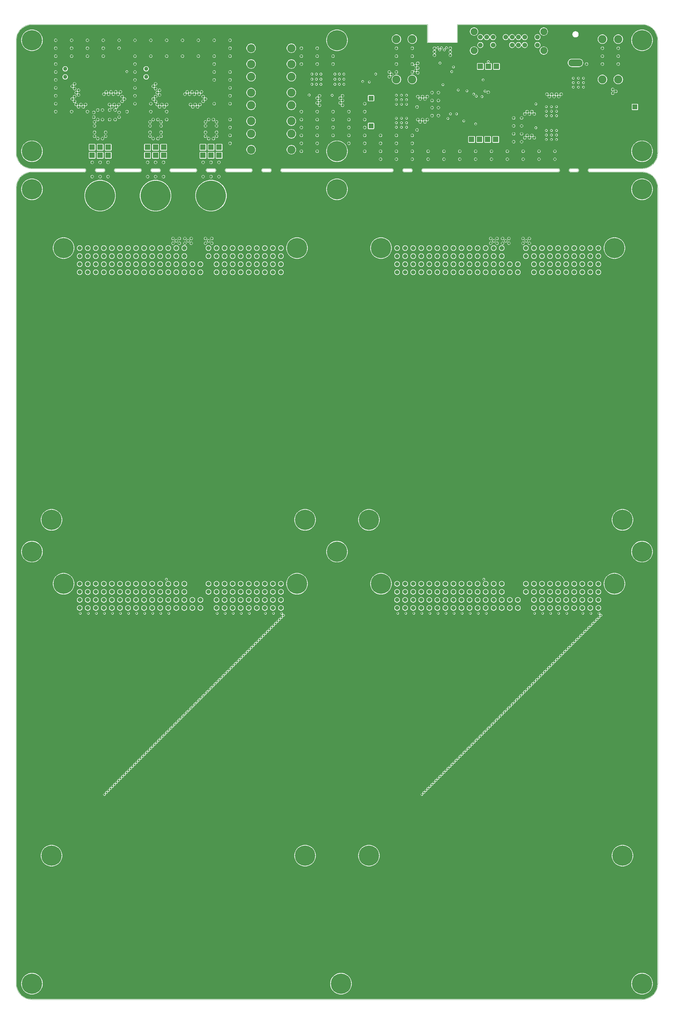
<source format=gbr>
G04 #@! TF.GenerationSoftware,KiCad,Pcbnew,(5.1.6)-1*
G04 #@! TF.CreationDate,2020-08-26T11:46:55+02:00*
G04 #@! TF.ProjectId,element_foxtrot,656c656d-656e-4745-9f66-6f7874726f74,v1.0*
G04 #@! TF.SameCoordinates,Original*
G04 #@! TF.FileFunction,Copper,L3,Inr*
G04 #@! TF.FilePolarity,Positive*
%FSLAX46Y46*%
G04 Gerber Fmt 4.6, Leading zero omitted, Abs format (unit mm)*
G04 Created by KiCad (PCBNEW (5.1.6)-1) date 2020-08-26 11:46:55*
%MOMM*%
%LPD*%
G01*
G04 APERTURE LIST*
G04 #@! TA.AperFunction,Profile*
%ADD10C,0.050000*%
G04 #@! TD*
G04 #@! TA.AperFunction,ViaPad*
%ADD11C,1.500000*%
G04 #@! TD*
G04 #@! TA.AperFunction,ViaPad*
%ADD12C,2.250000*%
G04 #@! TD*
G04 #@! TA.AperFunction,ViaPad*
%ADD13C,0.600000*%
G04 #@! TD*
G04 #@! TA.AperFunction,ViaPad*
%ADD14C,1.300000*%
G04 #@! TD*
G04 #@! TA.AperFunction,ViaPad*
%ADD15C,1.365000*%
G04 #@! TD*
G04 #@! TA.AperFunction,ViaPad*
%ADD16C,0.800000*%
G04 #@! TD*
G04 #@! TA.AperFunction,ViaPad*
%ADD17C,6.400000*%
G04 #@! TD*
G04 #@! TA.AperFunction,ViaPad*
%ADD18R,1.750000X1.750000*%
G04 #@! TD*
G04 #@! TA.AperFunction,ViaPad*
%ADD19O,1.100000X2.550000*%
G04 #@! TD*
G04 #@! TA.AperFunction,ViaPad*
%ADD20O,1.200000X2.400000*%
G04 #@! TD*
G04 #@! TA.AperFunction,ViaPad*
%ADD21C,2.600000*%
G04 #@! TD*
G04 #@! TA.AperFunction,ViaPad*
%ADD22C,1.600000*%
G04 #@! TD*
G04 #@! TA.AperFunction,ViaPad*
%ADD23R,1.600000X1.600000*%
G04 #@! TD*
G04 #@! TA.AperFunction,ViaPad*
%ADD24O,4.500000X2.250000*%
G04 #@! TD*
G04 #@! TA.AperFunction,ViaPad*
%ADD25O,4.000000X2.000000*%
G04 #@! TD*
G04 #@! TA.AperFunction,ViaPad*
%ADD26O,2.000000X4.000000*%
G04 #@! TD*
G04 #@! TA.AperFunction,ViaPad*
%ADD27C,9.520000*%
G04 #@! TD*
G04 #@! TA.AperFunction,ViaPad*
%ADD28C,1.100000*%
G04 #@! TD*
G04 #@! TA.AperFunction,Conductor*
%ADD29C,0.127000*%
G04 #@! TD*
G04 APERTURE END LIST*
D10*
X109000000Y-79000000D02*
X143500000Y-79000000D01*
X143500000Y-78000000D02*
X109000000Y-78000000D01*
X200000000Y-79000000D02*
X202000000Y-79000000D01*
X196000000Y-78000000D02*
X153500000Y-78000000D01*
X147500000Y-79000000D02*
G75*
G02*
X147500000Y-78000000I0J500000D01*
G01*
X153500000Y-79000000D02*
X196000000Y-79000000D01*
X200000000Y-79000000D02*
G75*
G02*
X200000000Y-78000000I0J500000D01*
G01*
X147500000Y-79000000D02*
X149500000Y-79000000D01*
X196000000Y-78000000D02*
G75*
G02*
X196000000Y-79000000I0J-500000D01*
G01*
X143500000Y-78000000D02*
G75*
G02*
X143500000Y-79000000I0J-500000D01*
G01*
X202000000Y-78000000D02*
G75*
G02*
X202000000Y-79000000I0J-500000D01*
G01*
X206000000Y-79000000D02*
G75*
G02*
X206000000Y-78000000I0J500000D01*
G01*
X153500000Y-79000000D02*
G75*
G02*
X153500000Y-78000000I0J500000D01*
G01*
X206000000Y-79000000D02*
X222500000Y-79000000D01*
X222500000Y-78000000D02*
X206000000Y-78000000D01*
X149500000Y-78000000D02*
G75*
G02*
X149500000Y-79000000I0J-500000D01*
G01*
X149500000Y-78000000D02*
X147500000Y-78000000D01*
X202000000Y-78000000D02*
X200000000Y-78000000D01*
X25000000Y-84000000D02*
G75*
G02*
X30000000Y-79000000I5000000J0D01*
G01*
X30000000Y-78000000D02*
G75*
G02*
X25000000Y-73000000I0J5000000D01*
G01*
X227500000Y-335000000D02*
G75*
G02*
X222500000Y-340000000I-5000000J0D01*
G01*
X30000000Y-340000000D02*
G75*
G02*
X25000000Y-335000000I0J5000000D01*
G01*
X99000000Y-78000000D02*
G75*
G02*
X99000000Y-79000000I0J-500000D01*
G01*
X99000000Y-78000000D02*
X91500000Y-78000000D01*
X91500000Y-79000000D02*
G75*
G02*
X91500000Y-78000000I0J500000D01*
G01*
X91500000Y-79000000D02*
X99000000Y-79000000D01*
X81500000Y-78000000D02*
X74000000Y-78000000D01*
X81500000Y-78000000D02*
G75*
G02*
X81500000Y-79000000I0J-500000D01*
G01*
X74000000Y-79000000D02*
G75*
G02*
X74000000Y-78000000I0J500000D01*
G01*
X74000000Y-79000000D02*
X81500000Y-79000000D01*
X50500000Y-79000000D02*
X52500000Y-79000000D01*
X70000000Y-78000000D02*
X68000000Y-78000000D01*
X56500000Y-79000000D02*
X64000000Y-79000000D01*
X68000000Y-79000000D02*
X70000000Y-79000000D01*
X46500000Y-78000000D02*
G75*
G02*
X46500000Y-79000000I0J-500000D01*
G01*
X70000000Y-78000000D02*
G75*
G02*
X70000000Y-79000000I0J-500000D01*
G01*
X52500000Y-78000000D02*
X50500000Y-78000000D01*
X85500000Y-79000000D02*
X87500000Y-79000000D01*
X50500000Y-79000000D02*
G75*
G02*
X50500000Y-78000000I0J500000D01*
G01*
X87500000Y-78000000D02*
X85500000Y-78000000D01*
X68000000Y-79000000D02*
G75*
G02*
X68000000Y-78000000I0J500000D01*
G01*
X46500000Y-78000000D02*
X30000000Y-78000000D01*
X64000000Y-78000000D02*
G75*
G02*
X64000000Y-79000000I0J-500000D01*
G01*
X56500000Y-79000000D02*
G75*
G02*
X56500000Y-78000000I0J500000D01*
G01*
X64000000Y-78000000D02*
X56500000Y-78000000D01*
X30000000Y-79000000D02*
X46500000Y-79000000D01*
X109000000Y-79000000D02*
G75*
G02*
X109000000Y-78000000I0J500000D01*
G01*
X103000000Y-79000000D02*
G75*
G02*
X103000000Y-78000000I0J500000D01*
G01*
X103000000Y-79000000D02*
X105000000Y-79000000D01*
X105000000Y-78000000D02*
X103000000Y-78000000D01*
X52500000Y-78000000D02*
G75*
G02*
X52500000Y-79000000I0J-500000D01*
G01*
X87500000Y-78000000D02*
G75*
G02*
X87500000Y-79000000I0J-500000D01*
G01*
X85500000Y-79000000D02*
G75*
G02*
X85500000Y-78000000I0J500000D01*
G01*
X105000000Y-78000000D02*
G75*
G02*
X105000000Y-79000000I0J-500000D01*
G01*
X25000000Y-73000000D02*
X25000000Y-37500000D01*
X25000000Y-37500000D02*
G75*
G02*
X30000000Y-32500000I5000000J0D01*
G01*
X227500000Y-84000000D02*
X227500000Y-335000000D01*
X222500000Y-79000000D02*
G75*
G02*
X227500000Y-84000000I0J-5000000D01*
G01*
X227500000Y-73000000D02*
G75*
G02*
X222500000Y-78000000I-5000000J0D01*
G01*
X222500000Y-32500000D02*
G75*
G02*
X227500000Y-37500000I0J-5000000D01*
G01*
X154830000Y-38220000D02*
X154830000Y-32500000D01*
X164180000Y-38220000D02*
X154830000Y-38220000D01*
X164180000Y-32500000D02*
X164180000Y-38220000D01*
X164180000Y-32500000D02*
X222500000Y-32500000D01*
X30000000Y-32500000D02*
X154830000Y-32500000D01*
X25000000Y-335000000D02*
X25000000Y-84000000D01*
X222500000Y-340000000D02*
X30000000Y-340000000D01*
X227500000Y-37500000D02*
X227500000Y-73000000D01*
D11*
X189500000Y-36500000D03*
X185500000Y-36500000D03*
X183500000Y-36500000D03*
X181500000Y-36500000D03*
X179500000Y-36500000D03*
X175500000Y-36500000D03*
X173500000Y-36500000D03*
X171500000Y-36500000D03*
X189500000Y-39000000D03*
X185500000Y-39000000D03*
X183500000Y-39000000D03*
X181500000Y-39000000D03*
X179500000Y-39000000D03*
X175500000Y-39000000D03*
X173500000Y-39000000D03*
X171500000Y-39000000D03*
D12*
X191500000Y-40750000D03*
X191500000Y-34750000D03*
X169500000Y-34750000D03*
X169500000Y-40750000D03*
D13*
X192306250Y-68792500D03*
X192306250Y-67370000D03*
X192306250Y-65947500D03*
X193915000Y-68792500D03*
X193915000Y-67370000D03*
X193915000Y-65947500D03*
X195523750Y-68792500D03*
X195523750Y-67370000D03*
X195523750Y-65947500D03*
X121172500Y-51378750D03*
X119750000Y-51378750D03*
X118327500Y-51378750D03*
X121172500Y-49770000D03*
X119750000Y-49770000D03*
X118327500Y-49770000D03*
X121172500Y-48161250D03*
X119750000Y-48161250D03*
X118327500Y-48161250D03*
X128422500Y-51378750D03*
X127000000Y-51378750D03*
X125577500Y-51378750D03*
X128422500Y-49770000D03*
X127000000Y-49770000D03*
X125577500Y-49770000D03*
X128422500Y-48161250D03*
X127000000Y-48161250D03*
X125577500Y-48161250D03*
X148193750Y-62077500D03*
X148193750Y-63500000D03*
X148193750Y-64922500D03*
X146585000Y-62077500D03*
X146585000Y-63500000D03*
X146585000Y-64922500D03*
X144976250Y-62077500D03*
X144976250Y-63500000D03*
X144976250Y-64922500D03*
X192306250Y-61292500D03*
X192306250Y-59870000D03*
X192306250Y-58447500D03*
X193915000Y-61292500D03*
X193915000Y-59870000D03*
X193915000Y-58447500D03*
X195523750Y-61292500D03*
X195523750Y-59870000D03*
X195523750Y-58447500D03*
X148193750Y-54827500D03*
X148193750Y-56250000D03*
X148193750Y-57672500D03*
X146585000Y-54827500D03*
X146585000Y-56250000D03*
X146585000Y-57672500D03*
X144976250Y-54827500D03*
X144976250Y-56250000D03*
X144976250Y-57672500D03*
X200806250Y-52292500D03*
X200806250Y-50870000D03*
X200806250Y-49447500D03*
X202415000Y-52292500D03*
X202415000Y-50870000D03*
X202415000Y-49447500D03*
X204023750Y-52292500D03*
X204023750Y-50870000D03*
X204023750Y-49447500D03*
D14*
X40480000Y-51590000D03*
X40480000Y-49050000D03*
X40480000Y-46510000D03*
X66040000Y-51590000D03*
X66040000Y-49050000D03*
X66040000Y-46510000D03*
D15*
X185865000Y-216515000D03*
X193485000Y-213975000D03*
X150305000Y-213975000D03*
X152845000Y-216515000D03*
X157925000Y-216515000D03*
X196025000Y-213975000D03*
X160465000Y-216515000D03*
X198565000Y-213975000D03*
X160465000Y-213975000D03*
X163005000Y-213975000D03*
X168085000Y-216515000D03*
X175705000Y-216515000D03*
X190945000Y-213975000D03*
X165545000Y-213975000D03*
X165545000Y-216515000D03*
X203645000Y-216515000D03*
X188405000Y-216515000D03*
X206185000Y-216515000D03*
X173165000Y-216515000D03*
X175705000Y-213975000D03*
X183325000Y-213975000D03*
X152845000Y-213975000D03*
X203645000Y-213975000D03*
X145225000Y-213975000D03*
X201105000Y-213975000D03*
X147765000Y-213975000D03*
X180785000Y-213975000D03*
X196025000Y-216515000D03*
X180785000Y-216515000D03*
X185865000Y-213975000D03*
X163005000Y-216515000D03*
X157925000Y-213975000D03*
X178245000Y-216515000D03*
X170625000Y-216515000D03*
X155385000Y-216515000D03*
X170625000Y-213975000D03*
X193485000Y-216515000D03*
X150305000Y-216515000D03*
X206185000Y-213975000D03*
X208725000Y-216515000D03*
X188405000Y-213975000D03*
X201105000Y-216515000D03*
X190945000Y-216515000D03*
X145225000Y-216515000D03*
X155385000Y-213975000D03*
X178245000Y-213975000D03*
X183325000Y-216515000D03*
X173165000Y-213975000D03*
X208725000Y-213975000D03*
X198565000Y-216515000D03*
X147765000Y-216515000D03*
X168085000Y-213975000D03*
X185865000Y-211435000D03*
X193485000Y-208895000D03*
X150305000Y-208895000D03*
X152845000Y-211435000D03*
X157925000Y-211435000D03*
X196025000Y-208895000D03*
X160465000Y-211435000D03*
X198565000Y-208895000D03*
X160465000Y-208895000D03*
X163005000Y-208895000D03*
X168085000Y-211435000D03*
X175705000Y-211435000D03*
X190945000Y-208895000D03*
X165545000Y-208895000D03*
X165545000Y-211435000D03*
X203645000Y-211435000D03*
X188405000Y-211435000D03*
X206185000Y-211435000D03*
X173165000Y-211435000D03*
X175705000Y-208895000D03*
X183325000Y-208895000D03*
X152845000Y-208895000D03*
X203645000Y-208895000D03*
X145225000Y-208895000D03*
X201105000Y-208895000D03*
X147765000Y-208895000D03*
X180785000Y-208895000D03*
X196025000Y-211435000D03*
X180785000Y-211435000D03*
X185865000Y-208895000D03*
X163005000Y-211435000D03*
X157925000Y-208895000D03*
X178245000Y-211435000D03*
X170625000Y-211435000D03*
X155385000Y-211435000D03*
X170625000Y-208895000D03*
X193485000Y-211435000D03*
X150305000Y-211435000D03*
X206185000Y-208895000D03*
X208725000Y-211435000D03*
X188405000Y-208895000D03*
X201105000Y-211435000D03*
X190945000Y-211435000D03*
X145225000Y-211435000D03*
X155385000Y-208895000D03*
X178245000Y-208895000D03*
X183325000Y-211435000D03*
X173165000Y-208895000D03*
X208725000Y-208895000D03*
X198565000Y-211435000D03*
X147765000Y-211435000D03*
X168085000Y-208895000D03*
D16*
X216345000Y-292220000D03*
X218042056Y-292922944D03*
X216345000Y-297020000D03*
X214647944Y-296317056D03*
X213945000Y-294620000D03*
X218745000Y-294620000D03*
X218042056Y-296317056D03*
X136335000Y-292220000D03*
X214647944Y-292922944D03*
D17*
X216345000Y-294620000D03*
D16*
X138032056Y-292922944D03*
X138032056Y-296317056D03*
X136335000Y-297020000D03*
X134637944Y-292922944D03*
X133935000Y-294620000D03*
X134637944Y-296317056D03*
D17*
X136335000Y-294620000D03*
D16*
X138735000Y-294620000D03*
X216205000Y-208895000D03*
X215502056Y-210592056D03*
X213805000Y-206495000D03*
X212107944Y-210592056D03*
X211405000Y-208895000D03*
X215502056Y-207197944D03*
X213805000Y-211295000D03*
X212107944Y-207197944D03*
D17*
X213805000Y-208895000D03*
D16*
X141842056Y-207197944D03*
X138447944Y-207197944D03*
X137745000Y-208895000D03*
X138447944Y-210592056D03*
D17*
X140145000Y-208895000D03*
D16*
X140145000Y-211295000D03*
X140145000Y-206495000D03*
X141842056Y-210592056D03*
X142545000Y-208895000D03*
D15*
X85695000Y-110635000D03*
X93315000Y-108095000D03*
X50135000Y-108095000D03*
X52675000Y-110635000D03*
X57755000Y-110635000D03*
X95855000Y-108095000D03*
X60295000Y-110635000D03*
X98395000Y-108095000D03*
X60295000Y-108095000D03*
X62835000Y-108095000D03*
X67915000Y-110635000D03*
X75535000Y-110635000D03*
X90775000Y-108095000D03*
X65375000Y-108095000D03*
X65375000Y-110635000D03*
X103475000Y-110635000D03*
X88235000Y-110635000D03*
X106015000Y-110635000D03*
X72995000Y-110635000D03*
X75535000Y-108095000D03*
X83155000Y-108095000D03*
X52675000Y-108095000D03*
X103475000Y-108095000D03*
X45055000Y-108095000D03*
X100935000Y-108095000D03*
X47595000Y-108095000D03*
X80615000Y-108095000D03*
X95855000Y-110635000D03*
X80615000Y-110635000D03*
X85695000Y-108095000D03*
X62835000Y-110635000D03*
X57755000Y-108095000D03*
X78075000Y-110635000D03*
X70455000Y-110635000D03*
X55215000Y-110635000D03*
X70455000Y-108095000D03*
X93315000Y-110635000D03*
X50135000Y-110635000D03*
X106015000Y-108095000D03*
X108555000Y-110635000D03*
X88235000Y-108095000D03*
X100935000Y-110635000D03*
X90775000Y-110635000D03*
X45055000Y-110635000D03*
X55215000Y-108095000D03*
X78075000Y-108095000D03*
X83155000Y-110635000D03*
X72995000Y-108095000D03*
X108555000Y-108095000D03*
X98395000Y-110635000D03*
X47595000Y-110635000D03*
X67915000Y-108095000D03*
X85695000Y-105555000D03*
X93315000Y-103015000D03*
X50135000Y-103015000D03*
X52675000Y-105555000D03*
X57755000Y-105555000D03*
X95855000Y-103015000D03*
X60295000Y-105555000D03*
X98395000Y-103015000D03*
X60295000Y-103015000D03*
X62835000Y-103015000D03*
X67915000Y-105555000D03*
X75535000Y-105555000D03*
X90775000Y-103015000D03*
X65375000Y-103015000D03*
X65375000Y-105555000D03*
X103475000Y-105555000D03*
X88235000Y-105555000D03*
X106015000Y-105555000D03*
X72995000Y-105555000D03*
X75535000Y-103015000D03*
X83155000Y-103015000D03*
X52675000Y-103015000D03*
X103475000Y-103015000D03*
X45055000Y-103015000D03*
X100935000Y-103015000D03*
X47595000Y-103015000D03*
X80615000Y-103015000D03*
X95855000Y-105555000D03*
X80615000Y-105555000D03*
X85695000Y-103015000D03*
X62835000Y-105555000D03*
X57755000Y-103015000D03*
X78075000Y-105555000D03*
X70455000Y-105555000D03*
X55215000Y-105555000D03*
X70455000Y-103015000D03*
X93315000Y-105555000D03*
X50135000Y-105555000D03*
X106015000Y-103015000D03*
X108555000Y-105555000D03*
X88235000Y-103015000D03*
X100935000Y-105555000D03*
X90775000Y-105555000D03*
X45055000Y-105555000D03*
X55215000Y-103015000D03*
X78075000Y-103015000D03*
X83155000Y-105555000D03*
X72995000Y-103015000D03*
X108555000Y-103015000D03*
X98395000Y-105555000D03*
X47595000Y-105555000D03*
X67915000Y-103015000D03*
D16*
X116175000Y-186340000D03*
X117872056Y-187042944D03*
X116175000Y-191140000D03*
X114477944Y-190437056D03*
X113775000Y-188740000D03*
X118575000Y-188740000D03*
X117872056Y-190437056D03*
X36165000Y-186340000D03*
X114477944Y-187042944D03*
D17*
X116175000Y-188740000D03*
D16*
X37862056Y-187042944D03*
X37862056Y-190437056D03*
X36165000Y-191140000D03*
X34467944Y-187042944D03*
X33765000Y-188740000D03*
X34467944Y-190437056D03*
D17*
X36165000Y-188740000D03*
D16*
X38565000Y-188740000D03*
X116035000Y-103015000D03*
X115332056Y-104712056D03*
X113635000Y-100615000D03*
X111937944Y-104712056D03*
X111235000Y-103015000D03*
X115332056Y-101317944D03*
X113635000Y-105415000D03*
X111937944Y-101317944D03*
D17*
X113635000Y-103015000D03*
D16*
X41672056Y-101317944D03*
X38277944Y-101317944D03*
X37575000Y-103015000D03*
X38277944Y-104712056D03*
D17*
X39975000Y-103015000D03*
D16*
X39975000Y-105415000D03*
X39975000Y-100615000D03*
X41672056Y-104712056D03*
X42375000Y-103015000D03*
D17*
X222500000Y-335000000D03*
D16*
X224900000Y-335000000D03*
X224197056Y-336697056D03*
X222500000Y-337400000D03*
X220802944Y-336697056D03*
X220100000Y-335000000D03*
X220802944Y-333302944D03*
X222500000Y-332600000D03*
X224197056Y-333302944D03*
D17*
X127500000Y-335000000D03*
D16*
X129900000Y-335000000D03*
X129197056Y-336697056D03*
X127500000Y-337400000D03*
X125802944Y-336697056D03*
X125100000Y-335000000D03*
X125802944Y-333302944D03*
X127500000Y-332600000D03*
X129197056Y-333302944D03*
D17*
X30000000Y-335000000D03*
D16*
X32400000Y-335000000D03*
X31697056Y-336697056D03*
X30000000Y-337400000D03*
X28302944Y-336697056D03*
X27600000Y-335000000D03*
X28302944Y-333302944D03*
X30000000Y-332600000D03*
X31697056Y-333302944D03*
D15*
X185865000Y-110635000D03*
X193485000Y-108095000D03*
X150305000Y-108095000D03*
X152845000Y-110635000D03*
X157925000Y-110635000D03*
X196025000Y-108095000D03*
X160465000Y-110635000D03*
X198565000Y-108095000D03*
X160465000Y-108095000D03*
X163005000Y-108095000D03*
X168085000Y-110635000D03*
X175705000Y-110635000D03*
X190945000Y-108095000D03*
X165545000Y-108095000D03*
X165545000Y-110635000D03*
X203645000Y-110635000D03*
X188405000Y-110635000D03*
X206185000Y-110635000D03*
X173165000Y-110635000D03*
X175705000Y-108095000D03*
X183325000Y-108095000D03*
X152845000Y-108095000D03*
X203645000Y-108095000D03*
X145225000Y-108095000D03*
X201105000Y-108095000D03*
X147765000Y-108095000D03*
X180785000Y-108095000D03*
X196025000Y-110635000D03*
X180785000Y-110635000D03*
X185865000Y-108095000D03*
X163005000Y-110635000D03*
X157925000Y-108095000D03*
X178245000Y-110635000D03*
X170625000Y-110635000D03*
X155385000Y-110635000D03*
X170625000Y-108095000D03*
X193485000Y-110635000D03*
X150305000Y-110635000D03*
X206185000Y-108095000D03*
X208725000Y-110635000D03*
X188405000Y-108095000D03*
X201105000Y-110635000D03*
X190945000Y-110635000D03*
X145225000Y-110635000D03*
X155385000Y-108095000D03*
X178245000Y-108095000D03*
X183325000Y-110635000D03*
X173165000Y-108095000D03*
X208725000Y-108095000D03*
X198565000Y-110635000D03*
X147765000Y-110635000D03*
X168085000Y-108095000D03*
X185865000Y-105555000D03*
X193485000Y-103015000D03*
X150305000Y-103015000D03*
X152845000Y-105555000D03*
X157925000Y-105555000D03*
X196025000Y-103015000D03*
X160465000Y-105555000D03*
X198565000Y-103015000D03*
X160465000Y-103015000D03*
X163005000Y-103015000D03*
X168085000Y-105555000D03*
X175705000Y-105555000D03*
X190945000Y-103015000D03*
X165545000Y-103015000D03*
X165545000Y-105555000D03*
X203645000Y-105555000D03*
X188405000Y-105555000D03*
X206185000Y-105555000D03*
X173165000Y-105555000D03*
X175705000Y-103015000D03*
X183325000Y-103015000D03*
X152845000Y-103015000D03*
X203645000Y-103015000D03*
X145225000Y-103015000D03*
X201105000Y-103015000D03*
X147765000Y-103015000D03*
X180785000Y-103015000D03*
X196025000Y-105555000D03*
X180785000Y-105555000D03*
X185865000Y-103015000D03*
X163005000Y-105555000D03*
X157925000Y-103015000D03*
X178245000Y-105555000D03*
X170625000Y-105555000D03*
X155385000Y-105555000D03*
X170625000Y-103015000D03*
X193485000Y-105555000D03*
X150305000Y-105555000D03*
X206185000Y-103015000D03*
X208725000Y-105555000D03*
X188405000Y-103015000D03*
X201105000Y-105555000D03*
X190945000Y-105555000D03*
X145225000Y-105555000D03*
X155385000Y-103015000D03*
X178245000Y-103015000D03*
X183325000Y-105555000D03*
X173165000Y-103015000D03*
X208725000Y-103015000D03*
X198565000Y-105555000D03*
X147765000Y-105555000D03*
X168085000Y-103015000D03*
D16*
X216345000Y-186340000D03*
X218042056Y-187042944D03*
X216345000Y-191140000D03*
X214647944Y-190437056D03*
X213945000Y-188740000D03*
X218745000Y-188740000D03*
X218042056Y-190437056D03*
X136335000Y-186340000D03*
X214647944Y-187042944D03*
D17*
X216345000Y-188740000D03*
D16*
X138032056Y-187042944D03*
X138032056Y-190437056D03*
X136335000Y-191140000D03*
X134637944Y-187042944D03*
X133935000Y-188740000D03*
X134637944Y-190437056D03*
D17*
X136335000Y-188740000D03*
D16*
X138735000Y-188740000D03*
X216205000Y-103015000D03*
X215502056Y-104712056D03*
X213805000Y-100615000D03*
X212107944Y-104712056D03*
X211405000Y-103015000D03*
X215502056Y-101317944D03*
X213805000Y-105415000D03*
X212107944Y-101317944D03*
D17*
X213805000Y-103015000D03*
D16*
X141842056Y-101317944D03*
X138447944Y-101317944D03*
X137745000Y-103015000D03*
X138447944Y-104712056D03*
D17*
X140145000Y-103015000D03*
D16*
X140145000Y-105415000D03*
X140145000Y-100615000D03*
X141842056Y-104712056D03*
X142545000Y-103015000D03*
D15*
X85695000Y-216515000D03*
X93315000Y-213975000D03*
X50135000Y-213975000D03*
X52675000Y-216515000D03*
X57755000Y-216515000D03*
X95855000Y-213975000D03*
X60295000Y-216515000D03*
X98395000Y-213975000D03*
X60295000Y-213975000D03*
X62835000Y-213975000D03*
X67915000Y-216515000D03*
X75535000Y-216515000D03*
X90775000Y-213975000D03*
X65375000Y-213975000D03*
X65375000Y-216515000D03*
X103475000Y-216515000D03*
X88235000Y-216515000D03*
X106015000Y-216515000D03*
X72995000Y-216515000D03*
X75535000Y-213975000D03*
X83155000Y-213975000D03*
X52675000Y-213975000D03*
X103475000Y-213975000D03*
X45055000Y-213975000D03*
X100935000Y-213975000D03*
X47595000Y-213975000D03*
X80615000Y-213975000D03*
X95855000Y-216515000D03*
X80615000Y-216515000D03*
X85695000Y-213975000D03*
X62835000Y-216515000D03*
X57755000Y-213975000D03*
X78075000Y-216515000D03*
X70455000Y-216515000D03*
X55215000Y-216515000D03*
X70455000Y-213975000D03*
X93315000Y-216515000D03*
X50135000Y-216515000D03*
X106015000Y-213975000D03*
X108555000Y-216515000D03*
X88235000Y-213975000D03*
X100935000Y-216515000D03*
X90775000Y-216515000D03*
X45055000Y-216515000D03*
X55215000Y-213975000D03*
X78075000Y-213975000D03*
X83155000Y-216515000D03*
X72995000Y-213975000D03*
X108555000Y-213975000D03*
X98395000Y-216515000D03*
X47595000Y-216515000D03*
X67915000Y-213975000D03*
X85695000Y-211435000D03*
X93315000Y-208895000D03*
X50135000Y-208895000D03*
X52675000Y-211435000D03*
X57755000Y-211435000D03*
X95855000Y-208895000D03*
X60295000Y-211435000D03*
X98395000Y-208895000D03*
X60295000Y-208895000D03*
X62835000Y-208895000D03*
X67915000Y-211435000D03*
X75535000Y-211435000D03*
X90775000Y-208895000D03*
X65375000Y-208895000D03*
X65375000Y-211435000D03*
X103475000Y-211435000D03*
X88235000Y-211435000D03*
X106015000Y-211435000D03*
X72995000Y-211435000D03*
X75535000Y-208895000D03*
X83155000Y-208895000D03*
X52675000Y-208895000D03*
X103475000Y-208895000D03*
X45055000Y-208895000D03*
X100935000Y-208895000D03*
X47595000Y-208895000D03*
X80615000Y-208895000D03*
X95855000Y-211435000D03*
X80615000Y-211435000D03*
X85695000Y-208895000D03*
X62835000Y-211435000D03*
X57755000Y-208895000D03*
X78075000Y-211435000D03*
X70455000Y-211435000D03*
X55215000Y-211435000D03*
X70455000Y-208895000D03*
X93315000Y-211435000D03*
X50135000Y-211435000D03*
X106015000Y-208895000D03*
X108555000Y-211435000D03*
X88235000Y-208895000D03*
X100935000Y-211435000D03*
X90775000Y-211435000D03*
X45055000Y-211435000D03*
X55215000Y-208895000D03*
X78075000Y-208895000D03*
X83155000Y-211435000D03*
X72995000Y-208895000D03*
X108555000Y-208895000D03*
X98395000Y-211435000D03*
X47595000Y-211435000D03*
X67915000Y-208895000D03*
D16*
X116175000Y-292220000D03*
X117872056Y-292922944D03*
X116175000Y-297020000D03*
X114477944Y-296317056D03*
X113775000Y-294620000D03*
X118575000Y-294620000D03*
X117872056Y-296317056D03*
X36165000Y-292220000D03*
X114477944Y-292922944D03*
D17*
X116175000Y-294620000D03*
D16*
X37862056Y-292922944D03*
X37862056Y-296317056D03*
X36165000Y-297020000D03*
X34467944Y-292922944D03*
X33765000Y-294620000D03*
X34467944Y-296317056D03*
D17*
X36165000Y-294620000D03*
D16*
X38565000Y-294620000D03*
X116035000Y-208895000D03*
X115332056Y-210592056D03*
X113635000Y-206495000D03*
X111937944Y-210592056D03*
X111235000Y-208895000D03*
X115332056Y-207197944D03*
X113635000Y-211295000D03*
X111937944Y-207197944D03*
D17*
X113635000Y-208895000D03*
D16*
X41672056Y-207197944D03*
X38277944Y-207197944D03*
X37575000Y-208895000D03*
X38277944Y-210592056D03*
D17*
X39975000Y-208895000D03*
D16*
X39975000Y-211295000D03*
X39975000Y-206495000D03*
X41672056Y-210592056D03*
X42375000Y-208895000D03*
D18*
X48960000Y-73770000D03*
X48960000Y-71230000D03*
X51500000Y-73770000D03*
X54040000Y-73770000D03*
X51500000Y-71230000D03*
X54040000Y-71230000D03*
X66460000Y-73770000D03*
X66460000Y-71230000D03*
X69000000Y-73770000D03*
X71540000Y-73770000D03*
X69000000Y-71230000D03*
X71540000Y-71230000D03*
X83960000Y-73770000D03*
X83960000Y-71230000D03*
X86500000Y-73770000D03*
X89040000Y-73770000D03*
X86500000Y-71230000D03*
X89040000Y-71230000D03*
D19*
X154050000Y-38350000D03*
X164950000Y-38350000D03*
D20*
X154050000Y-35120000D03*
X164950000Y-35120000D03*
D17*
X30000000Y-198750000D03*
D16*
X30000000Y-201150000D03*
X28302944Y-200447056D03*
X27600000Y-198750000D03*
X28302944Y-197052944D03*
X30000000Y-196350000D03*
X31697056Y-197052944D03*
X32400000Y-198750000D03*
X31697056Y-200447056D03*
D17*
X126250000Y-198750000D03*
D16*
X126250000Y-201150000D03*
X124552944Y-200447056D03*
X123850000Y-198750000D03*
X124552944Y-197052944D03*
X126250000Y-196350000D03*
X127947056Y-197052944D03*
X128650000Y-198750000D03*
X127947056Y-200447056D03*
D17*
X222500000Y-198750000D03*
D16*
X222500000Y-201150000D03*
X220802944Y-200447056D03*
X220100000Y-198750000D03*
X220802944Y-197052944D03*
X222500000Y-196350000D03*
X224197056Y-197052944D03*
X224900000Y-198750000D03*
X224197056Y-200447056D03*
D17*
X30000000Y-84500000D03*
D16*
X30000000Y-86900000D03*
X28302944Y-86197056D03*
X27600000Y-84500000D03*
X28302944Y-82802944D03*
X30000000Y-82100000D03*
X31697056Y-82802944D03*
X32400000Y-84500000D03*
X31697056Y-86197056D03*
D17*
X126250000Y-84500000D03*
D16*
X126250000Y-86900000D03*
X124552944Y-86197056D03*
X123850000Y-84500000D03*
X124552944Y-82802944D03*
X126250000Y-82100000D03*
X127947056Y-82802944D03*
X128650000Y-84500000D03*
X127947056Y-86197056D03*
D17*
X222500000Y-84500000D03*
D16*
X222500000Y-86900000D03*
X220802944Y-86197056D03*
X220100000Y-84500000D03*
X220802944Y-82802944D03*
X222500000Y-82100000D03*
X224197056Y-82802944D03*
X224900000Y-84500000D03*
X224197056Y-86197056D03*
D17*
X30000000Y-72500000D03*
D16*
X32400000Y-72500000D03*
X31697056Y-74197056D03*
X30000000Y-74900000D03*
X28302944Y-74197056D03*
X27600000Y-72500000D03*
X28302944Y-70802944D03*
X30000000Y-70100000D03*
X31697056Y-70802944D03*
D17*
X30000000Y-37500000D03*
D16*
X32400000Y-37500000D03*
X31697056Y-39197056D03*
X30000000Y-39900000D03*
X28302944Y-39197056D03*
X27600000Y-37500000D03*
X28302944Y-35802944D03*
X30000000Y-35100000D03*
X31697056Y-35802944D03*
D17*
X126250000Y-72500000D03*
D16*
X128650000Y-72500000D03*
X127947056Y-74197056D03*
X126250000Y-74900000D03*
X124552944Y-74197056D03*
X123850000Y-72500000D03*
X124552944Y-70802944D03*
X126250000Y-70100000D03*
X127947056Y-70802944D03*
D17*
X126250000Y-37500000D03*
D16*
X128650000Y-37500000D03*
X127947056Y-39197056D03*
X126250000Y-39900000D03*
X124552944Y-39197056D03*
X123850000Y-37500000D03*
X124552944Y-35802944D03*
X126250000Y-35100000D03*
X127947056Y-35802944D03*
D17*
X222500000Y-72500000D03*
D16*
X224900000Y-72500000D03*
X224197056Y-74197056D03*
X222500000Y-74900000D03*
X220802944Y-74197056D03*
X220100000Y-72500000D03*
X220802944Y-70802944D03*
X222500000Y-70100000D03*
X224197056Y-70802944D03*
D17*
X222500000Y-37500000D03*
D16*
X224900000Y-37500000D03*
X224197056Y-39197056D03*
X222500000Y-39900000D03*
X220802944Y-39197056D03*
X220100000Y-37500000D03*
X220802944Y-35802944D03*
X222500000Y-35100000D03*
X224197056Y-35802944D03*
D21*
X111850000Y-54000000D03*
X111850000Y-49000000D03*
X99150000Y-49000000D03*
X99150000Y-54000000D03*
X111850000Y-45000000D03*
X111850000Y-40000000D03*
X99150000Y-40000000D03*
X99150000Y-45000000D03*
X111850000Y-63000000D03*
X111850000Y-58000000D03*
X99150000Y-58000000D03*
X99150000Y-63000000D03*
X111850000Y-72000000D03*
X111850000Y-67000000D03*
X99150000Y-67000000D03*
X99150000Y-72000000D03*
X150000000Y-37150000D03*
X145000000Y-37150000D03*
X145000000Y-49850000D03*
X150000000Y-49850000D03*
X215000000Y-37150000D03*
X210000000Y-37150000D03*
X210000000Y-49850000D03*
X215000000Y-49850000D03*
D22*
X222750000Y-58500000D03*
D23*
X220250000Y-58500000D03*
D22*
X140500000Y-64500000D03*
D23*
X137000000Y-64500000D03*
D22*
X140500000Y-55750000D03*
D23*
X137000000Y-55750000D03*
D18*
X176560000Y-45750000D03*
X168940000Y-45750000D03*
X174020000Y-45750000D03*
X171480000Y-45750000D03*
X166170000Y-68750000D03*
X168710000Y-68750000D03*
X171250000Y-68750000D03*
X176330000Y-68750000D03*
X173790000Y-68750000D03*
D24*
X201500000Y-44620000D03*
D25*
X201500000Y-38620000D03*
D26*
X197000000Y-37620000D03*
X206000000Y-37620000D03*
D27*
X104000000Y-86500000D03*
X68995000Y-86500000D03*
X51495000Y-86500000D03*
X86495000Y-86500000D03*
D13*
X194310000Y-234080000D03*
X94140000Y-234080000D03*
X158750000Y-269640000D03*
X58580000Y-269640000D03*
X162560000Y-265830000D03*
X62390000Y-265830000D03*
X167640000Y-260750000D03*
X67470000Y-260750000D03*
X196850000Y-231540000D03*
X96680000Y-231540000D03*
X170180000Y-258210000D03*
X70010000Y-258210000D03*
X199390000Y-229000000D03*
X99220000Y-229000000D03*
X168910000Y-259480000D03*
X68740000Y-259480000D03*
X171450000Y-256940000D03*
X71280000Y-256940000D03*
X177800000Y-250590000D03*
X77630000Y-250590000D03*
X184150000Y-244240000D03*
X83980000Y-244240000D03*
X191770000Y-236620000D03*
X91600000Y-236620000D03*
X173990000Y-254400000D03*
X73820000Y-254400000D03*
X175260000Y-253130000D03*
X75090000Y-253130000D03*
X204470000Y-223920000D03*
X104300000Y-223920000D03*
X190500000Y-237890000D03*
X90330000Y-237890000D03*
X207010000Y-221380000D03*
X106840000Y-221380000D03*
X182880000Y-245510000D03*
X82710000Y-245510000D03*
X183515000Y-244875000D03*
X83345000Y-244875000D03*
X187325000Y-241065000D03*
X87155000Y-241065000D03*
X161290000Y-267100000D03*
X61120000Y-267100000D03*
X203200000Y-225190000D03*
X103030000Y-225190000D03*
X153670000Y-274720000D03*
X53500000Y-274720000D03*
X201295000Y-227095000D03*
X101125000Y-227095000D03*
X156210000Y-272180000D03*
X56040000Y-272180000D03*
X186055000Y-242335000D03*
X85885000Y-242335000D03*
X198120000Y-230270000D03*
X97950000Y-230270000D03*
X186690000Y-241700000D03*
X86520000Y-241700000D03*
X172720000Y-255670000D03*
X72550000Y-255670000D03*
X166370000Y-262020000D03*
X66200000Y-262020000D03*
X185420000Y-242970000D03*
X85250000Y-242970000D03*
X180340000Y-248050000D03*
X80170000Y-248050000D03*
X165100000Y-263290000D03*
X64930000Y-263290000D03*
X179070000Y-249320000D03*
X78900000Y-249320000D03*
X195580000Y-232810000D03*
X95410000Y-232810000D03*
X160020000Y-268370000D03*
X59850000Y-268370000D03*
X205740000Y-222650000D03*
X105570000Y-222650000D03*
X209550000Y-218840000D03*
X109380000Y-218840000D03*
X189230000Y-239160000D03*
X89060000Y-239160000D03*
X201930000Y-226460000D03*
X101760000Y-226460000D03*
X193040000Y-235350000D03*
X92870000Y-235350000D03*
X154940000Y-273450000D03*
X54770000Y-273450000D03*
X163830000Y-264560000D03*
X63660000Y-264560000D03*
X184785000Y-243605000D03*
X84615000Y-243605000D03*
X187960000Y-240430000D03*
X87790000Y-240430000D03*
X181610000Y-246780000D03*
X172576500Y-207472261D03*
X81440000Y-246780000D03*
X72406500Y-207472261D03*
X208280000Y-220110000D03*
X108110000Y-220110000D03*
X200660000Y-227730000D03*
X100490000Y-227730000D03*
X157480000Y-270910000D03*
X57310000Y-270910000D03*
X176530000Y-251860000D03*
X76360000Y-251860000D03*
X194945000Y-233445000D03*
X193675000Y-218205000D03*
X93505000Y-218205000D03*
X94775000Y-233445000D03*
X159385000Y-269005000D03*
X150495000Y-218205000D03*
X59215000Y-269005000D03*
X50325000Y-218205000D03*
X160650000Y-267740000D03*
X60480000Y-267740000D03*
X165730000Y-262660000D03*
X65560000Y-262660000D03*
X197485000Y-230905000D03*
X196215000Y-218205000D03*
X97315000Y-230905000D03*
X96045000Y-218205000D03*
X168270000Y-260120000D03*
X68100000Y-260120000D03*
X198755000Y-218205000D03*
X200025000Y-228365000D03*
X98585000Y-218205000D03*
X99855000Y-228365000D03*
X160655000Y-218205000D03*
X169545000Y-258845000D03*
X69375000Y-258845000D03*
X60485000Y-218205000D03*
X172085000Y-256305000D03*
X163195000Y-218205000D03*
X71915000Y-256305000D03*
X63025000Y-218205000D03*
X175890000Y-252500000D03*
X75720000Y-252500000D03*
X191135000Y-218205000D03*
X192405000Y-235985000D03*
X90965000Y-218205000D03*
X92235000Y-235985000D03*
X165735000Y-218205000D03*
X174625000Y-253765000D03*
X74455000Y-253765000D03*
X65565000Y-218205000D03*
X173350000Y-255040000D03*
X73180000Y-255040000D03*
X202560000Y-225830000D03*
X102390000Y-225830000D03*
X188590000Y-239800000D03*
X88420000Y-239800000D03*
X205100000Y-223290000D03*
X104930000Y-223290000D03*
X180980000Y-247410000D03*
X80810000Y-247410000D03*
X153035000Y-218205000D03*
X161925000Y-266465000D03*
X61755000Y-266465000D03*
X52865000Y-218205000D03*
X203835000Y-218205000D03*
X203835000Y-224555000D03*
X103665000Y-218205000D03*
X103665000Y-224555000D03*
X154305000Y-274085000D03*
X145415000Y-218205000D03*
X54135000Y-274085000D03*
X45245000Y-218205000D03*
X156845000Y-271545000D03*
X147955000Y-218205000D03*
X56675000Y-271545000D03*
X47785000Y-218205000D03*
X196210000Y-232180000D03*
X96040000Y-232180000D03*
X170810000Y-257580000D03*
X70640000Y-257580000D03*
X167005000Y-261385000D03*
X158115000Y-218205000D03*
X66835000Y-261385000D03*
X57945000Y-218205000D03*
X178430000Y-249960000D03*
X78260000Y-249960000D03*
X163190000Y-265200000D03*
X63020000Y-265200000D03*
X179705000Y-248685000D03*
X170815000Y-218205000D03*
X79535000Y-248685000D03*
X70645000Y-218205000D03*
X193670000Y-234720000D03*
X93500000Y-234720000D03*
X158110000Y-270280000D03*
X57940000Y-270280000D03*
X206375000Y-218205000D03*
X206375000Y-222015000D03*
X106205000Y-218205000D03*
X106205000Y-222015000D03*
X207640000Y-220750000D03*
X107470000Y-220750000D03*
X189865000Y-238525000D03*
X188595000Y-218205000D03*
X88425000Y-218205000D03*
X89695000Y-238525000D03*
X191130000Y-237260000D03*
X90960000Y-237260000D03*
X153035000Y-275355000D03*
X52865000Y-275355000D03*
X164465000Y-263925000D03*
X155575000Y-218205000D03*
X64295000Y-263925000D03*
X55405000Y-218205000D03*
X173355000Y-218205000D03*
X182245000Y-246145000D03*
X73185000Y-218205000D03*
X82075000Y-246145000D03*
X208915000Y-218205000D03*
X208915000Y-219475000D03*
X108745000Y-218205000D03*
X108745000Y-219475000D03*
X198750000Y-229640000D03*
X98580000Y-229640000D03*
X155570000Y-272820000D03*
X55400000Y-272820000D03*
X168275000Y-218205000D03*
X177165000Y-251225000D03*
X76995000Y-251225000D03*
X68105000Y-218205000D03*
X204000000Y-69500000D03*
X205000000Y-69500000D03*
X205000000Y-70500000D03*
X205000000Y-71500000D03*
X204000000Y-70500000D03*
X204000000Y-71500000D03*
D16*
X50190000Y-49000000D03*
X51690000Y-49000000D03*
X216750000Y-70250000D03*
X216750000Y-71750000D03*
X217500000Y-71000000D03*
X217310000Y-55370000D03*
X207380000Y-52690000D03*
X199250000Y-63000000D03*
X200000000Y-62250000D03*
X200750000Y-63000000D03*
X201500000Y-62250000D03*
X202250000Y-63000000D03*
X205000000Y-74500000D03*
X199500000Y-69500000D03*
D13*
X163000000Y-60710000D03*
X172950000Y-62610000D03*
D16*
X178060000Y-63870000D03*
X170060000Y-60120000D03*
D13*
X171050000Y-58990000D03*
X168000000Y-59070000D03*
X169070000Y-59070000D03*
X170210000Y-57630000D03*
X169000000Y-49320000D03*
X166750000Y-49320000D03*
X164500000Y-49310000D03*
D28*
X156190000Y-45000000D03*
D16*
X159780000Y-49500000D03*
D13*
X171050000Y-53520000D03*
X186110000Y-53000000D03*
D16*
X160960000Y-57740000D03*
D13*
X162940000Y-55370000D03*
D16*
X155750000Y-41250000D03*
X155750000Y-40000000D03*
X163250000Y-41250000D03*
X163250000Y-40000000D03*
X165250000Y-41250000D03*
X164250000Y-40500000D03*
D13*
X189130000Y-49870000D03*
X187200000Y-49220000D03*
X180640000Y-53990000D03*
X180640000Y-51870000D03*
X180640000Y-47500000D03*
D16*
X131630000Y-44760000D03*
X139750000Y-43250000D03*
X139000000Y-44000000D03*
X139750000Y-44750000D03*
X139000000Y-45500000D03*
X45540000Y-64000000D03*
X63040000Y-64000000D03*
X80540000Y-64000000D03*
X51440000Y-54500000D03*
X50690000Y-53750000D03*
X49940000Y-54500000D03*
X49190000Y-53750000D03*
X48440000Y-54500000D03*
X76250000Y-53750000D03*
X74000000Y-54500000D03*
X77000000Y-54500000D03*
X75500000Y-54500000D03*
X74750000Y-53750000D03*
X84260000Y-52130000D03*
X50940000Y-48250000D03*
X77250000Y-49000000D03*
X75750000Y-49000000D03*
X76500000Y-48250000D03*
X154750000Y-40500000D03*
X153750000Y-41250000D03*
D13*
X202865000Y-71135000D03*
X136550000Y-46440000D03*
D16*
X159620000Y-46010000D03*
X58700000Y-52130000D03*
X54000000Y-80500000D03*
X51500000Y-80500000D03*
X49000000Y-80500000D03*
X49000000Y-76000000D03*
X51500000Y-76000000D03*
X54000000Y-76000000D03*
X74500000Y-101500000D03*
X75500000Y-100750000D03*
X76500000Y-101500000D03*
X76500000Y-100000000D03*
X74500000Y-100000000D03*
X175750000Y-100750000D03*
X176750000Y-100000000D03*
X174750000Y-100000000D03*
X174750000Y-101500000D03*
X176750000Y-101500000D03*
X180500000Y-100000000D03*
X180500000Y-101500000D03*
X179500000Y-100750000D03*
X178500000Y-100000000D03*
X178500000Y-101500000D03*
X79250000Y-100750000D03*
X80250000Y-100000000D03*
X78250000Y-100000000D03*
X78250000Y-101500000D03*
X80250000Y-101500000D03*
X71500000Y-76000000D03*
X69000000Y-76000000D03*
X66500000Y-76000000D03*
X66500000Y-80500000D03*
X69000000Y-80500000D03*
X71500000Y-80500000D03*
D13*
X160780000Y-39850000D03*
X163000000Y-45910000D03*
X158070000Y-39850000D03*
X162448000Y-47400000D03*
X174000000Y-44230000D03*
D16*
X86750000Y-101500000D03*
X84750000Y-101500000D03*
X184950000Y-100000000D03*
X185950000Y-100750000D03*
X186950000Y-100000000D03*
X186950000Y-101500000D03*
X184950000Y-101500000D03*
X84750000Y-100000000D03*
X85750000Y-100750000D03*
X86750000Y-100000000D03*
X84000000Y-76000000D03*
X86500000Y-76000000D03*
X89000000Y-76000000D03*
X84000000Y-80500000D03*
X89000000Y-80500000D03*
X86500000Y-80500000D03*
D13*
X166260000Y-62930000D03*
D16*
X120750000Y-55000000D03*
X120000000Y-55750000D03*
X120750000Y-56500000D03*
X120000000Y-57250000D03*
X120750000Y-58000000D03*
X128000000Y-55000000D03*
X127250000Y-55750000D03*
X128000000Y-56500000D03*
X127250000Y-57250000D03*
X128000000Y-58000000D03*
X195000000Y-72500000D03*
X195000000Y-75000000D03*
X190000000Y-75000000D03*
X190000000Y-72500000D03*
X185000000Y-72500000D03*
X185000000Y-75000000D03*
X180000000Y-75000000D03*
X180000000Y-72500000D03*
X175000000Y-72500000D03*
X175000000Y-75000000D03*
X170000000Y-75000000D03*
X170000000Y-72500000D03*
X165000000Y-72500000D03*
X165000000Y-75000000D03*
X160000000Y-75000000D03*
X160000000Y-72500000D03*
X155000000Y-72500000D03*
X155000000Y-75000000D03*
X150000000Y-75000000D03*
X150000000Y-72500000D03*
X145000000Y-75000000D03*
X140000000Y-75000000D03*
X140000000Y-72500000D03*
X145000000Y-72500000D03*
X135000000Y-72500000D03*
X135000000Y-70000000D03*
X140000000Y-70000000D03*
X145000000Y-70000000D03*
X145000000Y-67500000D03*
X140000000Y-67500000D03*
X135000000Y-67500000D03*
X135000000Y-60000000D03*
X135000000Y-62500000D03*
X135000000Y-57500000D03*
X115000000Y-72500000D03*
X120000000Y-70000000D03*
X115000000Y-70000000D03*
X125000000Y-65000000D03*
X125000000Y-67500000D03*
X115000000Y-60000000D03*
X120000000Y-60000000D03*
X125000000Y-60000000D03*
X115000000Y-65000000D03*
X115000000Y-62500000D03*
X120000000Y-67500000D03*
X120000000Y-62500000D03*
X130000000Y-62500000D03*
X130000000Y-65000000D03*
X130000000Y-60000000D03*
X120000000Y-65000000D03*
X115000000Y-67500000D03*
X130000000Y-67500000D03*
X125000000Y-62500000D03*
X150000000Y-70000000D03*
X150000000Y-67500000D03*
X135000000Y-65000000D03*
X120000000Y-72500000D03*
X130000000Y-70000000D03*
D13*
X170005000Y-63875000D03*
X167250000Y-53450000D03*
X169380000Y-54480000D03*
X161240000Y-62150000D03*
X163960000Y-60710000D03*
X162050000Y-60710000D03*
X159250000Y-39850000D03*
X160100000Y-40530000D03*
X158660000Y-40530000D03*
D16*
X213250000Y-54200000D03*
X214250000Y-53600000D03*
X213250000Y-53000000D03*
X173980000Y-53880000D03*
D13*
X172360000Y-50000000D03*
X172950000Y-53520000D03*
X164500000Y-53180000D03*
D16*
X151750000Y-62500000D03*
X152500000Y-63250000D03*
X153250000Y-62500000D03*
X154000000Y-63250000D03*
X154750000Y-62500000D03*
X151750000Y-55250000D03*
X152500000Y-56000000D03*
X153250000Y-55250000D03*
X154000000Y-56000000D03*
X154750000Y-55250000D03*
X158250000Y-54000000D03*
X158250000Y-61250000D03*
X156250000Y-61250000D03*
X156250000Y-54000000D03*
X156250000Y-56500000D03*
X156250000Y-58750000D03*
X158250000Y-58750000D03*
X158250000Y-56500000D03*
X142750000Y-47500000D03*
X143500000Y-48250000D03*
X142750000Y-49000000D03*
X151000000Y-47000000D03*
X151750000Y-46250000D03*
X151000000Y-45500000D03*
X151750000Y-44750000D03*
X151750000Y-47750000D03*
X145000000Y-45000000D03*
X150000000Y-45000000D03*
X150000000Y-47500000D03*
X145000000Y-47500000D03*
X205000000Y-45000000D03*
X210000000Y-45000000D03*
X215000000Y-45000000D03*
X215000000Y-42500000D03*
X210000000Y-42500000D03*
X210000000Y-40000000D03*
X215000000Y-40000000D03*
X120000000Y-40000000D03*
X115000000Y-40000000D03*
X115000000Y-42500000D03*
X120000000Y-45000000D03*
X120000000Y-42500000D03*
X115000000Y-45000000D03*
X125000000Y-42500000D03*
X125000000Y-45000000D03*
X52690000Y-54500000D03*
X55690000Y-54500000D03*
X59190000Y-56000000D03*
X54440000Y-57750000D03*
X55940000Y-57750000D03*
X55190000Y-58500000D03*
X56690000Y-58500000D03*
X57440000Y-57750000D03*
X57500000Y-61750000D03*
X57500000Y-60250000D03*
X56250000Y-59500000D03*
X54500000Y-59500000D03*
X54500000Y-62500000D03*
X56250000Y-62500000D03*
X53440000Y-53750000D03*
X54190000Y-54500000D03*
X54940000Y-53750000D03*
X56440000Y-53750000D03*
X57190000Y-54500000D03*
X57940000Y-53750000D03*
X58440000Y-55250000D03*
X58440000Y-56750000D03*
X60000000Y-60000000D03*
X62500000Y-57500000D03*
X62500000Y-42500000D03*
X67500000Y-42500000D03*
X72500000Y-42500000D03*
X77500000Y-42500000D03*
X82500000Y-42500000D03*
X87500000Y-42500000D03*
X87500000Y-45000000D03*
X87500000Y-47500000D03*
X87500000Y-50000000D03*
X92500000Y-50000000D03*
X92500000Y-52500000D03*
X92500000Y-55000000D03*
X92500000Y-47500000D03*
X62500000Y-55000000D03*
X62500000Y-52500000D03*
X62500000Y-47500000D03*
X62500000Y-45000000D03*
X62500000Y-50000000D03*
X151490000Y-58540000D03*
X151500000Y-65780000D03*
X157000000Y-41100000D03*
X157000000Y-40000000D03*
X157000000Y-42200000D03*
X162000000Y-40000000D03*
X162000000Y-41100000D03*
X162000000Y-42200000D03*
X145000000Y-40000000D03*
X150000000Y-40000000D03*
X150000000Y-42500000D03*
X145000000Y-42500000D03*
D13*
X188996000Y-65084000D03*
X188996000Y-57584000D03*
D16*
X53250000Y-66500000D03*
X53250000Y-67750000D03*
X52250000Y-68500000D03*
X49750000Y-67750000D03*
X50750000Y-68500000D03*
X49750000Y-66500000D03*
X84000000Y-56750000D03*
X80000000Y-57750000D03*
X80750000Y-58500000D03*
X82000000Y-53750000D03*
X81500000Y-57750000D03*
X80500000Y-53750000D03*
X82750000Y-54500000D03*
X78250000Y-54500000D03*
X81250000Y-54500000D03*
X79750000Y-54500000D03*
X83500000Y-53750000D03*
X84000000Y-55250000D03*
X79000000Y-53750000D03*
X83000000Y-57750000D03*
X82250000Y-58500000D03*
X84750000Y-56000000D03*
X87500000Y-57500000D03*
X92500000Y-57500000D03*
X192500000Y-54500000D03*
X193250000Y-55250000D03*
X194000000Y-54500000D03*
X194750000Y-55250000D03*
X195500000Y-54500000D03*
X197000000Y-54500000D03*
X196250000Y-55250000D03*
D13*
X172000000Y-55270000D03*
D16*
X188500000Y-68250000D03*
X187750000Y-67500000D03*
X187000000Y-68250000D03*
X186250000Y-67500000D03*
X185500000Y-68250000D03*
X188500000Y-60750000D03*
X187750000Y-60000000D03*
X187000000Y-60750000D03*
X186250000Y-60000000D03*
X185500000Y-60750000D03*
X182000000Y-69500000D03*
X182000000Y-62000000D03*
X184500000Y-69500000D03*
X184500000Y-62000000D03*
X182000000Y-64500000D03*
X182000000Y-67000000D03*
X184500000Y-67000000D03*
X184500000Y-64500000D03*
X87250000Y-68500000D03*
X88250000Y-66500000D03*
X88250000Y-67750000D03*
X84750000Y-66500000D03*
X84750000Y-67750000D03*
X85750000Y-68500000D03*
X68250000Y-68500000D03*
X67250000Y-67750000D03*
X67250000Y-66500000D03*
X70750000Y-66500000D03*
X70750000Y-67750000D03*
X69750000Y-68500000D03*
D13*
X59940000Y-47380000D03*
X136455000Y-50655000D03*
X124720000Y-54850000D03*
X158750000Y-44680000D03*
X117470000Y-54760000D03*
X134360000Y-50500000D03*
X138460000Y-48140000D03*
X170210000Y-55130000D03*
X159680000Y-51500000D03*
D16*
X84750000Y-64500000D03*
X84750000Y-63250000D03*
X85750000Y-62500000D03*
X87250000Y-62500000D03*
X88250000Y-63250000D03*
X88250000Y-64500000D03*
X92500000Y-62500000D03*
X92500000Y-65000000D03*
X92500000Y-67500000D03*
X92500000Y-70000000D03*
X67250000Y-64500000D03*
X67250000Y-63250000D03*
X68250000Y-62500000D03*
X69750000Y-62500000D03*
X70750000Y-64500000D03*
X70750000Y-63250000D03*
X69000000Y-55250000D03*
X69500000Y-54000000D03*
X68250000Y-52000000D03*
X70250000Y-53250000D03*
X70250000Y-54750000D03*
X69000000Y-51250000D03*
X69000000Y-52750000D03*
X69500000Y-57750000D03*
X70250000Y-58500000D03*
X71750000Y-58500000D03*
X72500000Y-57750000D03*
X71000000Y-57750000D03*
X69000000Y-56750000D03*
X68250000Y-56000000D03*
X67500000Y-60000000D03*
X72500000Y-60000000D03*
X72500000Y-62500000D03*
X67500000Y-57500000D03*
X49750000Y-64500000D03*
X49750000Y-63250000D03*
X50750000Y-62500000D03*
X52250000Y-62500000D03*
X49500000Y-61750000D03*
X49500000Y-60250000D03*
X50750000Y-59500000D03*
X52250000Y-59500000D03*
X46940000Y-57750000D03*
X46190000Y-58500000D03*
X45440000Y-57750000D03*
X44690000Y-58500000D03*
X43940000Y-57750000D03*
X44690000Y-54750000D03*
X43940000Y-54000000D03*
X44690000Y-53250000D03*
X43440000Y-51250000D03*
X42690000Y-52000000D03*
X43440000Y-52750000D03*
X43440000Y-56750000D03*
X42690000Y-56000000D03*
X43440000Y-55250000D03*
X37500000Y-60000000D03*
X37500000Y-57500000D03*
X37500000Y-52500000D03*
X37500000Y-55000000D03*
X37500000Y-50000000D03*
X37500000Y-47500000D03*
X37500000Y-45000000D03*
X37500000Y-42500000D03*
X37500000Y-40000000D03*
X37500000Y-37500000D03*
X42500000Y-37500000D03*
X42500000Y-40000000D03*
X42500000Y-42500000D03*
X47500000Y-40000000D03*
X47500000Y-37500000D03*
X47500000Y-42500000D03*
X52500000Y-42500000D03*
X52500000Y-40000000D03*
X52500000Y-37500000D03*
X57500000Y-37500000D03*
X57500000Y-40000000D03*
X62500000Y-37500000D03*
X67500000Y-37500000D03*
X72500000Y-37500000D03*
X77500000Y-37500000D03*
X82500000Y-37500000D03*
X87500000Y-37500000D03*
X92500000Y-37500000D03*
X92500000Y-40000000D03*
X92500000Y-42500000D03*
X42500000Y-60000000D03*
X47500000Y-60000000D03*
D29*
G36*
X154614500Y-38209421D02*
G01*
X154613458Y-38220000D01*
X154617619Y-38262245D01*
X154629941Y-38302867D01*
X154649952Y-38340304D01*
X154676882Y-38373118D01*
X154709696Y-38400048D01*
X154747133Y-38420059D01*
X154787755Y-38432381D01*
X154830000Y-38436542D01*
X154840579Y-38435500D01*
X164169421Y-38435500D01*
X164180000Y-38436542D01*
X164190579Y-38435500D01*
X164222245Y-38432381D01*
X164262867Y-38420059D01*
X164300304Y-38400048D01*
X164333118Y-38373118D01*
X164360048Y-38340304D01*
X164380059Y-38302867D01*
X164392381Y-38262245D01*
X164396542Y-38220000D01*
X164395500Y-38209421D01*
X164395500Y-36400179D01*
X170486500Y-36400179D01*
X170486500Y-36599821D01*
X170525448Y-36795627D01*
X170601848Y-36980072D01*
X170712763Y-37146069D01*
X170853931Y-37287237D01*
X171019928Y-37398152D01*
X171204373Y-37474552D01*
X171400179Y-37513500D01*
X171599821Y-37513500D01*
X171795627Y-37474552D01*
X171980072Y-37398152D01*
X172146069Y-37287237D01*
X172287237Y-37146069D01*
X172398152Y-36980072D01*
X172474552Y-36795627D01*
X172500000Y-36667690D01*
X172525448Y-36795627D01*
X172601848Y-36980072D01*
X172712763Y-37146069D01*
X172853931Y-37287237D01*
X173019928Y-37398152D01*
X173204373Y-37474552D01*
X173400179Y-37513500D01*
X173599821Y-37513500D01*
X173795627Y-37474552D01*
X173980072Y-37398152D01*
X174146069Y-37287237D01*
X174287237Y-37146069D01*
X174398152Y-36980072D01*
X174474552Y-36795627D01*
X174500000Y-36667690D01*
X174525448Y-36795627D01*
X174601848Y-36980072D01*
X174712763Y-37146069D01*
X174853931Y-37287237D01*
X175019928Y-37398152D01*
X175204373Y-37474552D01*
X175400179Y-37513500D01*
X175599821Y-37513500D01*
X175795627Y-37474552D01*
X175980072Y-37398152D01*
X176146069Y-37287237D01*
X176287237Y-37146069D01*
X176398152Y-36980072D01*
X176474552Y-36795627D01*
X176513500Y-36599821D01*
X176513500Y-36400179D01*
X178486500Y-36400179D01*
X178486500Y-36599821D01*
X178525448Y-36795627D01*
X178601848Y-36980072D01*
X178712763Y-37146069D01*
X178853931Y-37287237D01*
X179019928Y-37398152D01*
X179204373Y-37474552D01*
X179400179Y-37513500D01*
X179599821Y-37513500D01*
X179795627Y-37474552D01*
X179980072Y-37398152D01*
X180146069Y-37287237D01*
X180287237Y-37146069D01*
X180398152Y-36980072D01*
X180474552Y-36795627D01*
X180500000Y-36667690D01*
X180525448Y-36795627D01*
X180601848Y-36980072D01*
X180712763Y-37146069D01*
X180853931Y-37287237D01*
X181019928Y-37398152D01*
X181204373Y-37474552D01*
X181400179Y-37513500D01*
X181599821Y-37513500D01*
X181795627Y-37474552D01*
X181980072Y-37398152D01*
X182146069Y-37287237D01*
X182287237Y-37146069D01*
X182398152Y-36980072D01*
X182474552Y-36795627D01*
X182500000Y-36667690D01*
X182525448Y-36795627D01*
X182601848Y-36980072D01*
X182712763Y-37146069D01*
X182853931Y-37287237D01*
X183019928Y-37398152D01*
X183204373Y-37474552D01*
X183400179Y-37513500D01*
X183599821Y-37513500D01*
X183795627Y-37474552D01*
X183980072Y-37398152D01*
X184146069Y-37287237D01*
X184287237Y-37146069D01*
X184398152Y-36980072D01*
X184474552Y-36795627D01*
X184500000Y-36667690D01*
X184525448Y-36795627D01*
X184601848Y-36980072D01*
X184712763Y-37146069D01*
X184853931Y-37287237D01*
X185019928Y-37398152D01*
X185204373Y-37474552D01*
X185400179Y-37513500D01*
X185599821Y-37513500D01*
X185795627Y-37474552D01*
X185980072Y-37398152D01*
X186146069Y-37287237D01*
X186287237Y-37146069D01*
X186398152Y-36980072D01*
X186474552Y-36795627D01*
X186513500Y-36599821D01*
X186513500Y-36400179D01*
X188486500Y-36400179D01*
X188486500Y-36599821D01*
X188525448Y-36795627D01*
X188601848Y-36980072D01*
X188712763Y-37146069D01*
X188853931Y-37287237D01*
X189019928Y-37398152D01*
X189204373Y-37474552D01*
X189400179Y-37513500D01*
X189599821Y-37513500D01*
X189795627Y-37474552D01*
X189980072Y-37398152D01*
X190146069Y-37287237D01*
X190287237Y-37146069D01*
X190387503Y-36996009D01*
X208436500Y-36996009D01*
X208436500Y-37303991D01*
X208496585Y-37606056D01*
X208614444Y-37890595D01*
X208785550Y-38146673D01*
X209003327Y-38364450D01*
X209259405Y-38535556D01*
X209543944Y-38653415D01*
X209846009Y-38713500D01*
X210153991Y-38713500D01*
X210456056Y-38653415D01*
X210740595Y-38535556D01*
X210996673Y-38364450D01*
X211214450Y-38146673D01*
X211385556Y-37890595D01*
X211503415Y-37606056D01*
X211563500Y-37303991D01*
X211563500Y-36996009D01*
X213436500Y-36996009D01*
X213436500Y-37303991D01*
X213496585Y-37606056D01*
X213614444Y-37890595D01*
X213785550Y-38146673D01*
X214003327Y-38364450D01*
X214259405Y-38535556D01*
X214543944Y-38653415D01*
X214846009Y-38713500D01*
X215153991Y-38713500D01*
X215456056Y-38653415D01*
X215740595Y-38535556D01*
X215996673Y-38364450D01*
X216214450Y-38146673D01*
X216385556Y-37890595D01*
X216503415Y-37606056D01*
X216563500Y-37303991D01*
X216563500Y-37158875D01*
X219036500Y-37158875D01*
X219036500Y-37841125D01*
X219169601Y-38510266D01*
X219430686Y-39140582D01*
X219809724Y-39707852D01*
X220292148Y-40190276D01*
X220859418Y-40569314D01*
X221489734Y-40830399D01*
X222158875Y-40963500D01*
X222841125Y-40963500D01*
X223510266Y-40830399D01*
X224140582Y-40569314D01*
X224707852Y-40190276D01*
X225190276Y-39707852D01*
X225569314Y-39140582D01*
X225830399Y-38510266D01*
X225963500Y-37841125D01*
X225963500Y-37158875D01*
X225830399Y-36489734D01*
X225569314Y-35859418D01*
X225190276Y-35292148D01*
X224707852Y-34809724D01*
X224140582Y-34430686D01*
X223510266Y-34169601D01*
X222841125Y-34036500D01*
X222158875Y-34036500D01*
X221489734Y-34169601D01*
X220859418Y-34430686D01*
X220292148Y-34809724D01*
X219809724Y-35292148D01*
X219430686Y-35859418D01*
X219169601Y-36489734D01*
X219036500Y-37158875D01*
X216563500Y-37158875D01*
X216563500Y-36996009D01*
X216503415Y-36693944D01*
X216385556Y-36409405D01*
X216214450Y-36153327D01*
X215996673Y-35935550D01*
X215740595Y-35764444D01*
X215456056Y-35646585D01*
X215153991Y-35586500D01*
X214846009Y-35586500D01*
X214543944Y-35646585D01*
X214259405Y-35764444D01*
X214003327Y-35935550D01*
X213785550Y-36153327D01*
X213614444Y-36409405D01*
X213496585Y-36693944D01*
X213436500Y-36996009D01*
X211563500Y-36996009D01*
X211503415Y-36693944D01*
X211385556Y-36409405D01*
X211214450Y-36153327D01*
X210996673Y-35935550D01*
X210740595Y-35764444D01*
X210456056Y-35646585D01*
X210153991Y-35586500D01*
X209846009Y-35586500D01*
X209543944Y-35646585D01*
X209259405Y-35764444D01*
X209003327Y-35935550D01*
X208785550Y-36153327D01*
X208614444Y-36409405D01*
X208496585Y-36693944D01*
X208436500Y-36996009D01*
X190387503Y-36996009D01*
X190398152Y-36980072D01*
X190474552Y-36795627D01*
X190513500Y-36599821D01*
X190513500Y-36400179D01*
X190474552Y-36204373D01*
X190398152Y-36019928D01*
X190287237Y-35853931D01*
X190146069Y-35712763D01*
X189980072Y-35601848D01*
X189795627Y-35525448D01*
X189599821Y-35486500D01*
X189400179Y-35486500D01*
X189204373Y-35525448D01*
X189019928Y-35601848D01*
X188853931Y-35712763D01*
X188712763Y-35853931D01*
X188601848Y-36019928D01*
X188525448Y-36204373D01*
X188486500Y-36400179D01*
X186513500Y-36400179D01*
X186474552Y-36204373D01*
X186398152Y-36019928D01*
X186287237Y-35853931D01*
X186146069Y-35712763D01*
X185980072Y-35601848D01*
X185795627Y-35525448D01*
X185599821Y-35486500D01*
X185400179Y-35486500D01*
X185204373Y-35525448D01*
X185019928Y-35601848D01*
X184853931Y-35712763D01*
X184712763Y-35853931D01*
X184601848Y-36019928D01*
X184525448Y-36204373D01*
X184500000Y-36332310D01*
X184474552Y-36204373D01*
X184398152Y-36019928D01*
X184287237Y-35853931D01*
X184146069Y-35712763D01*
X183980072Y-35601848D01*
X183795627Y-35525448D01*
X183599821Y-35486500D01*
X183400179Y-35486500D01*
X183204373Y-35525448D01*
X183019928Y-35601848D01*
X182853931Y-35712763D01*
X182712763Y-35853931D01*
X182601848Y-36019928D01*
X182525448Y-36204373D01*
X182500000Y-36332310D01*
X182474552Y-36204373D01*
X182398152Y-36019928D01*
X182287237Y-35853931D01*
X182146069Y-35712763D01*
X181980072Y-35601848D01*
X181795627Y-35525448D01*
X181599821Y-35486500D01*
X181400179Y-35486500D01*
X181204373Y-35525448D01*
X181019928Y-35601848D01*
X180853931Y-35712763D01*
X180712763Y-35853931D01*
X180601848Y-36019928D01*
X180525448Y-36204373D01*
X180500000Y-36332310D01*
X180474552Y-36204373D01*
X180398152Y-36019928D01*
X180287237Y-35853931D01*
X180146069Y-35712763D01*
X179980072Y-35601848D01*
X179795627Y-35525448D01*
X179599821Y-35486500D01*
X179400179Y-35486500D01*
X179204373Y-35525448D01*
X179019928Y-35601848D01*
X178853931Y-35712763D01*
X178712763Y-35853931D01*
X178601848Y-36019928D01*
X178525448Y-36204373D01*
X178486500Y-36400179D01*
X176513500Y-36400179D01*
X176474552Y-36204373D01*
X176398152Y-36019928D01*
X176287237Y-35853931D01*
X176146069Y-35712763D01*
X175980072Y-35601848D01*
X175795627Y-35525448D01*
X175599821Y-35486500D01*
X175400179Y-35486500D01*
X175204373Y-35525448D01*
X175019928Y-35601848D01*
X174853931Y-35712763D01*
X174712763Y-35853931D01*
X174601848Y-36019928D01*
X174525448Y-36204373D01*
X174500000Y-36332310D01*
X174474552Y-36204373D01*
X174398152Y-36019928D01*
X174287237Y-35853931D01*
X174146069Y-35712763D01*
X173980072Y-35601848D01*
X173795627Y-35525448D01*
X173599821Y-35486500D01*
X173400179Y-35486500D01*
X173204373Y-35525448D01*
X173019928Y-35601848D01*
X172853931Y-35712763D01*
X172712763Y-35853931D01*
X172601848Y-36019928D01*
X172525448Y-36204373D01*
X172500000Y-36332310D01*
X172474552Y-36204373D01*
X172398152Y-36019928D01*
X172287237Y-35853931D01*
X172146069Y-35712763D01*
X171980072Y-35601848D01*
X171795627Y-35525448D01*
X171599821Y-35486500D01*
X171400179Y-35486500D01*
X171204373Y-35525448D01*
X171019928Y-35601848D01*
X170853931Y-35712763D01*
X170712763Y-35853931D01*
X170601848Y-36019928D01*
X170525448Y-36204373D01*
X170486500Y-36400179D01*
X164395500Y-36400179D01*
X164395500Y-34613245D01*
X168111500Y-34613245D01*
X168111500Y-34886755D01*
X168164860Y-35155010D01*
X168269528Y-35407701D01*
X168421482Y-35635117D01*
X168614883Y-35828518D01*
X168842299Y-35980472D01*
X169094990Y-36085140D01*
X169363245Y-36138500D01*
X169636755Y-36138500D01*
X169905010Y-36085140D01*
X170157701Y-35980472D01*
X170385117Y-35828518D01*
X170578518Y-35635117D01*
X170730472Y-35407701D01*
X170835140Y-35155010D01*
X170888500Y-34886755D01*
X170888500Y-34613245D01*
X190111500Y-34613245D01*
X190111500Y-34886755D01*
X190164860Y-35155010D01*
X190269528Y-35407701D01*
X190421482Y-35635117D01*
X190614883Y-35828518D01*
X190842299Y-35980472D01*
X191094990Y-36085140D01*
X191363245Y-36138500D01*
X191636755Y-36138500D01*
X191905010Y-36085140D01*
X192157701Y-35980472D01*
X192385117Y-35828518D01*
X192578518Y-35635117D01*
X192658607Y-35515254D01*
X200436500Y-35515254D01*
X200436500Y-35724746D01*
X200477370Y-35930212D01*
X200557538Y-36123756D01*
X200673925Y-36297942D01*
X200822058Y-36446075D01*
X200996244Y-36562462D01*
X201189788Y-36642630D01*
X201395254Y-36683500D01*
X201604746Y-36683500D01*
X201810212Y-36642630D01*
X202003756Y-36562462D01*
X202177942Y-36446075D01*
X202326075Y-36297942D01*
X202442462Y-36123756D01*
X202522630Y-35930212D01*
X202563500Y-35724746D01*
X202563500Y-35515254D01*
X202522630Y-35309788D01*
X202442462Y-35116244D01*
X202326075Y-34942058D01*
X202177942Y-34793925D01*
X202003756Y-34677538D01*
X201810212Y-34597370D01*
X201604746Y-34556500D01*
X201395254Y-34556500D01*
X201189788Y-34597370D01*
X200996244Y-34677538D01*
X200822058Y-34793925D01*
X200673925Y-34942058D01*
X200557538Y-35116244D01*
X200477370Y-35309788D01*
X200436500Y-35515254D01*
X192658607Y-35515254D01*
X192730472Y-35407701D01*
X192835140Y-35155010D01*
X192888500Y-34886755D01*
X192888500Y-34613245D01*
X192835140Y-34344990D01*
X192730472Y-34092299D01*
X192578518Y-33864883D01*
X192385117Y-33671482D01*
X192157701Y-33519528D01*
X191905010Y-33414860D01*
X191636755Y-33361500D01*
X191363245Y-33361500D01*
X191094990Y-33414860D01*
X190842299Y-33519528D01*
X190614883Y-33671482D01*
X190421482Y-33864883D01*
X190269528Y-34092299D01*
X190164860Y-34344990D01*
X190111500Y-34613245D01*
X170888500Y-34613245D01*
X170835140Y-34344990D01*
X170730472Y-34092299D01*
X170578518Y-33864883D01*
X170385117Y-33671482D01*
X170157701Y-33519528D01*
X169905010Y-33414860D01*
X169636755Y-33361500D01*
X169363245Y-33361500D01*
X169094990Y-33414860D01*
X168842299Y-33519528D01*
X168614883Y-33671482D01*
X168421482Y-33864883D01*
X168269528Y-34092299D01*
X168164860Y-34344990D01*
X168111500Y-34613245D01*
X164395500Y-34613245D01*
X164395500Y-32715500D01*
X222490401Y-32715500D01*
X223347112Y-32791959D01*
X224167445Y-33016377D01*
X224935072Y-33382517D01*
X225625732Y-33878807D01*
X226217587Y-34489553D01*
X226691939Y-35195465D01*
X227033785Y-35974209D01*
X227232725Y-36802853D01*
X227284500Y-37507898D01*
X227284501Y-72990390D01*
X227208040Y-73847113D01*
X226983623Y-74667445D01*
X226617483Y-75435072D01*
X226121193Y-76125732D01*
X225510447Y-76717587D01*
X224804535Y-77191939D01*
X224025790Y-77533786D01*
X223197147Y-77732725D01*
X222492102Y-77784500D01*
X205989421Y-77784500D01*
X205978487Y-77785577D01*
X205971991Y-77785577D01*
X205968998Y-77785892D01*
X205872024Y-77796769D01*
X205852957Y-77800821D01*
X205833758Y-77804623D01*
X205830884Y-77805513D01*
X205737868Y-77835019D01*
X205719878Y-77842730D01*
X205701858Y-77850157D01*
X205699211Y-77851588D01*
X205613698Y-77898599D01*
X205597576Y-77909638D01*
X205581313Y-77920443D01*
X205578994Y-77922361D01*
X205504242Y-77985086D01*
X205490565Y-77999053D01*
X205476719Y-78012803D01*
X205474817Y-78015135D01*
X205413671Y-78091185D01*
X205402987Y-78107512D01*
X205392054Y-78123721D01*
X205390641Y-78126378D01*
X205345431Y-78212857D01*
X205338107Y-78230983D01*
X205330546Y-78248971D01*
X205329678Y-78251846D01*
X205329675Y-78251853D01*
X205329674Y-78251860D01*
X205302124Y-78345463D01*
X205298466Y-78364639D01*
X205294537Y-78383783D01*
X205294243Y-78386778D01*
X205285399Y-78483960D01*
X205285535Y-78503482D01*
X205285399Y-78523022D01*
X205285692Y-78526017D01*
X205295893Y-78623065D01*
X205299824Y-78642219D01*
X205303480Y-78661383D01*
X205304349Y-78664264D01*
X205333205Y-78757483D01*
X205340781Y-78775504D01*
X205348092Y-78793599D01*
X205349504Y-78796256D01*
X205395917Y-78882094D01*
X205406846Y-78898297D01*
X205417534Y-78914629D01*
X205419432Y-78916956D01*
X205419436Y-78916962D01*
X205419441Y-78916967D01*
X205481638Y-78992150D01*
X205495486Y-79005902D01*
X205509161Y-79019866D01*
X205511479Y-79021784D01*
X205587100Y-79083460D01*
X205603339Y-79094250D01*
X205619487Y-79105306D01*
X205622134Y-79106737D01*
X205708295Y-79152549D01*
X205726356Y-79159993D01*
X205744303Y-79167685D01*
X205747176Y-79168574D01*
X205747180Y-79168576D01*
X205747184Y-79168577D01*
X205840596Y-79196780D01*
X205859765Y-79200576D01*
X205878862Y-79204635D01*
X205881851Y-79204950D01*
X205881855Y-79204950D01*
X205978972Y-79214472D01*
X205978984Y-79214472D01*
X205989421Y-79215500D01*
X222490401Y-79215500D01*
X223347112Y-79291959D01*
X224167445Y-79516377D01*
X224935072Y-79882517D01*
X225625732Y-80378807D01*
X226217587Y-80989553D01*
X226691939Y-81695465D01*
X227033785Y-82474209D01*
X227232725Y-83302853D01*
X227284500Y-84007898D01*
X227284501Y-334990390D01*
X227208040Y-335847113D01*
X226983623Y-336667445D01*
X226617483Y-337435072D01*
X226121193Y-338125732D01*
X225510447Y-338717587D01*
X224804535Y-339191939D01*
X224025790Y-339533786D01*
X223197147Y-339732725D01*
X222492102Y-339784500D01*
X30009598Y-339784500D01*
X29152887Y-339708040D01*
X28332555Y-339483623D01*
X27564928Y-339117483D01*
X26874268Y-338621193D01*
X26282413Y-338010447D01*
X25808061Y-337304535D01*
X25466214Y-336525790D01*
X25267275Y-335697147D01*
X25215500Y-334992102D01*
X25215500Y-334658875D01*
X26536500Y-334658875D01*
X26536500Y-335341125D01*
X26669601Y-336010266D01*
X26930686Y-336640582D01*
X27309724Y-337207852D01*
X27792148Y-337690276D01*
X28359418Y-338069314D01*
X28989734Y-338330399D01*
X29658875Y-338463500D01*
X30341125Y-338463500D01*
X31010266Y-338330399D01*
X31640582Y-338069314D01*
X32207852Y-337690276D01*
X32690276Y-337207852D01*
X33069314Y-336640582D01*
X33330399Y-336010266D01*
X33463500Y-335341125D01*
X33463500Y-334658875D01*
X124036500Y-334658875D01*
X124036500Y-335341125D01*
X124169601Y-336010266D01*
X124430686Y-336640582D01*
X124809724Y-337207852D01*
X125292148Y-337690276D01*
X125859418Y-338069314D01*
X126489734Y-338330399D01*
X127158875Y-338463500D01*
X127841125Y-338463500D01*
X128510266Y-338330399D01*
X129140582Y-338069314D01*
X129707852Y-337690276D01*
X130190276Y-337207852D01*
X130569314Y-336640582D01*
X130830399Y-336010266D01*
X130963500Y-335341125D01*
X130963500Y-334658875D01*
X219036500Y-334658875D01*
X219036500Y-335341125D01*
X219169601Y-336010266D01*
X219430686Y-336640582D01*
X219809724Y-337207852D01*
X220292148Y-337690276D01*
X220859418Y-338069314D01*
X221489734Y-338330399D01*
X222158875Y-338463500D01*
X222841125Y-338463500D01*
X223510266Y-338330399D01*
X224140582Y-338069314D01*
X224707852Y-337690276D01*
X225190276Y-337207852D01*
X225569314Y-336640582D01*
X225830399Y-336010266D01*
X225963500Y-335341125D01*
X225963500Y-334658875D01*
X225830399Y-333989734D01*
X225569314Y-333359418D01*
X225190276Y-332792148D01*
X224707852Y-332309724D01*
X224140582Y-331930686D01*
X223510266Y-331669601D01*
X222841125Y-331536500D01*
X222158875Y-331536500D01*
X221489734Y-331669601D01*
X220859418Y-331930686D01*
X220292148Y-332309724D01*
X219809724Y-332792148D01*
X219430686Y-333359418D01*
X219169601Y-333989734D01*
X219036500Y-334658875D01*
X130963500Y-334658875D01*
X130830399Y-333989734D01*
X130569314Y-333359418D01*
X130190276Y-332792148D01*
X129707852Y-332309724D01*
X129140582Y-331930686D01*
X128510266Y-331669601D01*
X127841125Y-331536500D01*
X127158875Y-331536500D01*
X126489734Y-331669601D01*
X125859418Y-331930686D01*
X125292148Y-332309724D01*
X124809724Y-332792148D01*
X124430686Y-333359418D01*
X124169601Y-333989734D01*
X124036500Y-334658875D01*
X33463500Y-334658875D01*
X33330399Y-333989734D01*
X33069314Y-333359418D01*
X32690276Y-332792148D01*
X32207852Y-332309724D01*
X31640582Y-331930686D01*
X31010266Y-331669601D01*
X30341125Y-331536500D01*
X29658875Y-331536500D01*
X28989734Y-331669601D01*
X28359418Y-331930686D01*
X27792148Y-332309724D01*
X27309724Y-332792148D01*
X26930686Y-333359418D01*
X26669601Y-333989734D01*
X26536500Y-334658875D01*
X25215500Y-334658875D01*
X25215500Y-294278875D01*
X32701500Y-294278875D01*
X32701500Y-294961125D01*
X32834601Y-295630266D01*
X33095686Y-296260582D01*
X33474724Y-296827852D01*
X33957148Y-297310276D01*
X34524418Y-297689314D01*
X35154734Y-297950399D01*
X35823875Y-298083500D01*
X36506125Y-298083500D01*
X37175266Y-297950399D01*
X37805582Y-297689314D01*
X38372852Y-297310276D01*
X38855276Y-296827852D01*
X39234314Y-296260582D01*
X39495399Y-295630266D01*
X39628500Y-294961125D01*
X39628500Y-294278875D01*
X112711500Y-294278875D01*
X112711500Y-294961125D01*
X112844601Y-295630266D01*
X113105686Y-296260582D01*
X113484724Y-296827852D01*
X113967148Y-297310276D01*
X114534418Y-297689314D01*
X115164734Y-297950399D01*
X115833875Y-298083500D01*
X116516125Y-298083500D01*
X117185266Y-297950399D01*
X117815582Y-297689314D01*
X118382852Y-297310276D01*
X118865276Y-296827852D01*
X119244314Y-296260582D01*
X119505399Y-295630266D01*
X119638500Y-294961125D01*
X119638500Y-294278875D01*
X132871500Y-294278875D01*
X132871500Y-294961125D01*
X133004601Y-295630266D01*
X133265686Y-296260582D01*
X133644724Y-296827852D01*
X134127148Y-297310276D01*
X134694418Y-297689314D01*
X135324734Y-297950399D01*
X135993875Y-298083500D01*
X136676125Y-298083500D01*
X137345266Y-297950399D01*
X137975582Y-297689314D01*
X138542852Y-297310276D01*
X139025276Y-296827852D01*
X139404314Y-296260582D01*
X139665399Y-295630266D01*
X139798500Y-294961125D01*
X139798500Y-294278875D01*
X212881500Y-294278875D01*
X212881500Y-294961125D01*
X213014601Y-295630266D01*
X213275686Y-296260582D01*
X213654724Y-296827852D01*
X214137148Y-297310276D01*
X214704418Y-297689314D01*
X215334734Y-297950399D01*
X216003875Y-298083500D01*
X216686125Y-298083500D01*
X217355266Y-297950399D01*
X217985582Y-297689314D01*
X218552852Y-297310276D01*
X219035276Y-296827852D01*
X219414314Y-296260582D01*
X219675399Y-295630266D01*
X219808500Y-294961125D01*
X219808500Y-294278875D01*
X219675399Y-293609734D01*
X219414314Y-292979418D01*
X219035276Y-292412148D01*
X218552852Y-291929724D01*
X217985582Y-291550686D01*
X217355266Y-291289601D01*
X216686125Y-291156500D01*
X216003875Y-291156500D01*
X215334734Y-291289601D01*
X214704418Y-291550686D01*
X214137148Y-291929724D01*
X213654724Y-292412148D01*
X213275686Y-292979418D01*
X213014601Y-293609734D01*
X212881500Y-294278875D01*
X139798500Y-294278875D01*
X139665399Y-293609734D01*
X139404314Y-292979418D01*
X139025276Y-292412148D01*
X138542852Y-291929724D01*
X137975582Y-291550686D01*
X137345266Y-291289601D01*
X136676125Y-291156500D01*
X135993875Y-291156500D01*
X135324734Y-291289601D01*
X134694418Y-291550686D01*
X134127148Y-291929724D01*
X133644724Y-292412148D01*
X133265686Y-292979418D01*
X133004601Y-293609734D01*
X132871500Y-294278875D01*
X119638500Y-294278875D01*
X119505399Y-293609734D01*
X119244314Y-292979418D01*
X118865276Y-292412148D01*
X118382852Y-291929724D01*
X117815582Y-291550686D01*
X117185266Y-291289601D01*
X116516125Y-291156500D01*
X115833875Y-291156500D01*
X115164734Y-291289601D01*
X114534418Y-291550686D01*
X113967148Y-291929724D01*
X113484724Y-292412148D01*
X113105686Y-292979418D01*
X112844601Y-293609734D01*
X112711500Y-294278875D01*
X39628500Y-294278875D01*
X39495399Y-293609734D01*
X39234314Y-292979418D01*
X38855276Y-292412148D01*
X38372852Y-291929724D01*
X37805582Y-291550686D01*
X37175266Y-291289601D01*
X36506125Y-291156500D01*
X35823875Y-291156500D01*
X35154734Y-291289601D01*
X34524418Y-291550686D01*
X33957148Y-291929724D01*
X33474724Y-292412148D01*
X33095686Y-292979418D01*
X32834601Y-293609734D01*
X32701500Y-294278875D01*
X25215500Y-294278875D01*
X25215500Y-275306690D01*
X52374500Y-275306690D01*
X52374500Y-275403310D01*
X52393350Y-275498073D01*
X52430325Y-275587339D01*
X52484004Y-275667675D01*
X52552325Y-275735996D01*
X52632661Y-275789675D01*
X52721927Y-275826650D01*
X52816690Y-275845500D01*
X52913310Y-275845500D01*
X53008073Y-275826650D01*
X53097339Y-275789675D01*
X53177675Y-275735996D01*
X53245996Y-275667675D01*
X53299675Y-275587339D01*
X53336650Y-275498073D01*
X53355500Y-275403310D01*
X53355500Y-275306690D01*
X152544500Y-275306690D01*
X152544500Y-275403310D01*
X152563350Y-275498073D01*
X152600325Y-275587339D01*
X152654004Y-275667675D01*
X152722325Y-275735996D01*
X152802661Y-275789675D01*
X152891927Y-275826650D01*
X152986690Y-275845500D01*
X153083310Y-275845500D01*
X153178073Y-275826650D01*
X153267339Y-275789675D01*
X153347675Y-275735996D01*
X153415996Y-275667675D01*
X153469675Y-275587339D01*
X153506650Y-275498073D01*
X153525500Y-275403310D01*
X153525500Y-275306690D01*
X153506650Y-275211927D01*
X153492312Y-275177312D01*
X153526927Y-275191650D01*
X153621690Y-275210500D01*
X153718310Y-275210500D01*
X153813073Y-275191650D01*
X153902339Y-275154675D01*
X153982675Y-275100996D01*
X154050996Y-275032675D01*
X154104675Y-274952339D01*
X154141650Y-274863073D01*
X154160500Y-274768310D01*
X154160500Y-274671690D01*
X154141650Y-274576927D01*
X154127312Y-274542312D01*
X154161927Y-274556650D01*
X154256690Y-274575500D01*
X154353310Y-274575500D01*
X154448073Y-274556650D01*
X154537339Y-274519675D01*
X154617675Y-274465996D01*
X154685996Y-274397675D01*
X154739675Y-274317339D01*
X154776650Y-274228073D01*
X154795500Y-274133310D01*
X154795500Y-274036690D01*
X154776650Y-273941927D01*
X154762312Y-273907312D01*
X154796927Y-273921650D01*
X154891690Y-273940500D01*
X154988310Y-273940500D01*
X155083073Y-273921650D01*
X155172339Y-273884675D01*
X155252675Y-273830996D01*
X155320996Y-273762675D01*
X155374675Y-273682339D01*
X155411650Y-273593073D01*
X155430500Y-273498310D01*
X155430500Y-273401690D01*
X155411650Y-273306927D01*
X155400848Y-273280848D01*
X155426927Y-273291650D01*
X155521690Y-273310500D01*
X155618310Y-273310500D01*
X155713073Y-273291650D01*
X155802339Y-273254675D01*
X155882675Y-273200996D01*
X155950996Y-273132675D01*
X156004675Y-273052339D01*
X156041650Y-272963073D01*
X156060500Y-272868310D01*
X156060500Y-272771690D01*
X156041650Y-272676927D01*
X156023777Y-272633777D01*
X156066927Y-272651650D01*
X156161690Y-272670500D01*
X156258310Y-272670500D01*
X156353073Y-272651650D01*
X156442339Y-272614675D01*
X156522675Y-272560996D01*
X156590996Y-272492675D01*
X156644675Y-272412339D01*
X156681650Y-272323073D01*
X156700500Y-272228310D01*
X156700500Y-272131690D01*
X156681650Y-272036927D01*
X156667312Y-272002312D01*
X156701927Y-272016650D01*
X156796690Y-272035500D01*
X156893310Y-272035500D01*
X156988073Y-272016650D01*
X157077339Y-271979675D01*
X157157675Y-271925996D01*
X157225996Y-271857675D01*
X157279675Y-271777339D01*
X157316650Y-271688073D01*
X157335500Y-271593310D01*
X157335500Y-271496690D01*
X157316650Y-271401927D01*
X157302312Y-271367312D01*
X157336927Y-271381650D01*
X157431690Y-271400500D01*
X157528310Y-271400500D01*
X157623073Y-271381650D01*
X157712339Y-271344675D01*
X157792675Y-271290996D01*
X157860996Y-271222675D01*
X157914675Y-271142339D01*
X157951650Y-271053073D01*
X157970500Y-270958310D01*
X157970500Y-270861690D01*
X157951650Y-270766927D01*
X157940848Y-270740848D01*
X157966927Y-270751650D01*
X158061690Y-270770500D01*
X158158310Y-270770500D01*
X158253073Y-270751650D01*
X158342339Y-270714675D01*
X158422675Y-270660996D01*
X158490996Y-270592675D01*
X158544675Y-270512339D01*
X158581650Y-270423073D01*
X158600500Y-270328310D01*
X158600500Y-270231690D01*
X158581650Y-270136927D01*
X158563777Y-270093777D01*
X158606927Y-270111650D01*
X158701690Y-270130500D01*
X158798310Y-270130500D01*
X158893073Y-270111650D01*
X158982339Y-270074675D01*
X159062675Y-270020996D01*
X159130996Y-269952675D01*
X159184675Y-269872339D01*
X159221650Y-269783073D01*
X159240500Y-269688310D01*
X159240500Y-269591690D01*
X159221650Y-269496927D01*
X159207312Y-269462312D01*
X159241927Y-269476650D01*
X159336690Y-269495500D01*
X159433310Y-269495500D01*
X159528073Y-269476650D01*
X159617339Y-269439675D01*
X159697675Y-269385996D01*
X159765996Y-269317675D01*
X159819675Y-269237339D01*
X159856650Y-269148073D01*
X159875500Y-269053310D01*
X159875500Y-268956690D01*
X159856650Y-268861927D01*
X159842312Y-268827312D01*
X159876927Y-268841650D01*
X159971690Y-268860500D01*
X160068310Y-268860500D01*
X160163073Y-268841650D01*
X160252339Y-268804675D01*
X160332675Y-268750996D01*
X160400996Y-268682675D01*
X160454675Y-268602339D01*
X160491650Y-268513073D01*
X160510500Y-268418310D01*
X160510500Y-268321690D01*
X160491650Y-268226927D01*
X160480848Y-268200848D01*
X160506927Y-268211650D01*
X160601690Y-268230500D01*
X160698310Y-268230500D01*
X160793073Y-268211650D01*
X160882339Y-268174675D01*
X160962675Y-268120996D01*
X161030996Y-268052675D01*
X161084675Y-267972339D01*
X161121650Y-267883073D01*
X161140500Y-267788310D01*
X161140500Y-267691690D01*
X161121650Y-267596927D01*
X161103777Y-267553777D01*
X161146927Y-267571650D01*
X161241690Y-267590500D01*
X161338310Y-267590500D01*
X161433073Y-267571650D01*
X161522339Y-267534675D01*
X161602675Y-267480996D01*
X161670996Y-267412675D01*
X161724675Y-267332339D01*
X161761650Y-267243073D01*
X161780500Y-267148310D01*
X161780500Y-267051690D01*
X161761650Y-266956927D01*
X161747312Y-266922312D01*
X161781927Y-266936650D01*
X161876690Y-266955500D01*
X161973310Y-266955500D01*
X162068073Y-266936650D01*
X162157339Y-266899675D01*
X162237675Y-266845996D01*
X162305996Y-266777675D01*
X162359675Y-266697339D01*
X162396650Y-266608073D01*
X162415500Y-266513310D01*
X162415500Y-266416690D01*
X162396650Y-266321927D01*
X162382312Y-266287312D01*
X162416927Y-266301650D01*
X162511690Y-266320500D01*
X162608310Y-266320500D01*
X162703073Y-266301650D01*
X162792339Y-266264675D01*
X162872675Y-266210996D01*
X162940996Y-266142675D01*
X162994675Y-266062339D01*
X163031650Y-265973073D01*
X163050500Y-265878310D01*
X163050500Y-265781690D01*
X163031650Y-265686927D01*
X163020848Y-265660848D01*
X163046927Y-265671650D01*
X163141690Y-265690500D01*
X163238310Y-265690500D01*
X163333073Y-265671650D01*
X163422339Y-265634675D01*
X163502675Y-265580996D01*
X163570996Y-265512675D01*
X163624675Y-265432339D01*
X163661650Y-265343073D01*
X163680500Y-265248310D01*
X163680500Y-265151690D01*
X163661650Y-265056927D01*
X163643777Y-265013777D01*
X163686927Y-265031650D01*
X163781690Y-265050500D01*
X163878310Y-265050500D01*
X163973073Y-265031650D01*
X164062339Y-264994675D01*
X164142675Y-264940996D01*
X164210996Y-264872675D01*
X164264675Y-264792339D01*
X164301650Y-264703073D01*
X164320500Y-264608310D01*
X164320500Y-264511690D01*
X164301650Y-264416927D01*
X164287312Y-264382312D01*
X164321927Y-264396650D01*
X164416690Y-264415500D01*
X164513310Y-264415500D01*
X164608073Y-264396650D01*
X164697339Y-264359675D01*
X164777675Y-264305996D01*
X164845996Y-264237675D01*
X164899675Y-264157339D01*
X164936650Y-264068073D01*
X164955500Y-263973310D01*
X164955500Y-263876690D01*
X164936650Y-263781927D01*
X164922312Y-263747312D01*
X164956927Y-263761650D01*
X165051690Y-263780500D01*
X165148310Y-263780500D01*
X165243073Y-263761650D01*
X165332339Y-263724675D01*
X165412675Y-263670996D01*
X165480996Y-263602675D01*
X165534675Y-263522339D01*
X165571650Y-263433073D01*
X165590500Y-263338310D01*
X165590500Y-263241690D01*
X165571650Y-263146927D01*
X165560848Y-263120848D01*
X165586927Y-263131650D01*
X165681690Y-263150500D01*
X165778310Y-263150500D01*
X165873073Y-263131650D01*
X165962339Y-263094675D01*
X166042675Y-263040996D01*
X166110996Y-262972675D01*
X166164675Y-262892339D01*
X166201650Y-262803073D01*
X166220500Y-262708310D01*
X166220500Y-262611690D01*
X166201650Y-262516927D01*
X166183777Y-262473777D01*
X166226927Y-262491650D01*
X166321690Y-262510500D01*
X166418310Y-262510500D01*
X166513073Y-262491650D01*
X166602339Y-262454675D01*
X166682675Y-262400996D01*
X166750996Y-262332675D01*
X166804675Y-262252339D01*
X166841650Y-262163073D01*
X166860500Y-262068310D01*
X166860500Y-261971690D01*
X166841650Y-261876927D01*
X166827312Y-261842312D01*
X166861927Y-261856650D01*
X166956690Y-261875500D01*
X167053310Y-261875500D01*
X167148073Y-261856650D01*
X167237339Y-261819675D01*
X167317675Y-261765996D01*
X167385996Y-261697675D01*
X167439675Y-261617339D01*
X167476650Y-261528073D01*
X167495500Y-261433310D01*
X167495500Y-261336690D01*
X167476650Y-261241927D01*
X167462312Y-261207312D01*
X167496927Y-261221650D01*
X167591690Y-261240500D01*
X167688310Y-261240500D01*
X167783073Y-261221650D01*
X167872339Y-261184675D01*
X167952675Y-261130996D01*
X168020996Y-261062675D01*
X168074675Y-260982339D01*
X168111650Y-260893073D01*
X168130500Y-260798310D01*
X168130500Y-260701690D01*
X168111650Y-260606927D01*
X168100848Y-260580848D01*
X168126927Y-260591650D01*
X168221690Y-260610500D01*
X168318310Y-260610500D01*
X168413073Y-260591650D01*
X168502339Y-260554675D01*
X168582675Y-260500996D01*
X168650996Y-260432675D01*
X168704675Y-260352339D01*
X168741650Y-260263073D01*
X168760500Y-260168310D01*
X168760500Y-260071690D01*
X168741650Y-259976927D01*
X168723777Y-259933777D01*
X168766927Y-259951650D01*
X168861690Y-259970500D01*
X168958310Y-259970500D01*
X169053073Y-259951650D01*
X169142339Y-259914675D01*
X169222675Y-259860996D01*
X169290996Y-259792675D01*
X169344675Y-259712339D01*
X169381650Y-259623073D01*
X169400500Y-259528310D01*
X169400500Y-259431690D01*
X169381650Y-259336927D01*
X169367312Y-259302312D01*
X169401927Y-259316650D01*
X169496690Y-259335500D01*
X169593310Y-259335500D01*
X169688073Y-259316650D01*
X169777339Y-259279675D01*
X169857675Y-259225996D01*
X169925996Y-259157675D01*
X169979675Y-259077339D01*
X170016650Y-258988073D01*
X170035500Y-258893310D01*
X170035500Y-258796690D01*
X170016650Y-258701927D01*
X170002312Y-258667312D01*
X170036927Y-258681650D01*
X170131690Y-258700500D01*
X170228310Y-258700500D01*
X170323073Y-258681650D01*
X170412339Y-258644675D01*
X170492675Y-258590996D01*
X170560996Y-258522675D01*
X170614675Y-258442339D01*
X170651650Y-258353073D01*
X170670500Y-258258310D01*
X170670500Y-258161690D01*
X170651650Y-258066927D01*
X170640848Y-258040848D01*
X170666927Y-258051650D01*
X170761690Y-258070500D01*
X170858310Y-258070500D01*
X170953073Y-258051650D01*
X171042339Y-258014675D01*
X171122675Y-257960996D01*
X171190996Y-257892675D01*
X171244675Y-257812339D01*
X171281650Y-257723073D01*
X171300500Y-257628310D01*
X171300500Y-257531690D01*
X171281650Y-257436927D01*
X171263777Y-257393777D01*
X171306927Y-257411650D01*
X171401690Y-257430500D01*
X171498310Y-257430500D01*
X171593073Y-257411650D01*
X171682339Y-257374675D01*
X171762675Y-257320996D01*
X171830996Y-257252675D01*
X171884675Y-257172339D01*
X171921650Y-257083073D01*
X171940500Y-256988310D01*
X171940500Y-256891690D01*
X171921650Y-256796927D01*
X171907312Y-256762312D01*
X171941927Y-256776650D01*
X172036690Y-256795500D01*
X172133310Y-256795500D01*
X172228073Y-256776650D01*
X172317339Y-256739675D01*
X172397675Y-256685996D01*
X172465996Y-256617675D01*
X172519675Y-256537339D01*
X172556650Y-256448073D01*
X172575500Y-256353310D01*
X172575500Y-256256690D01*
X172556650Y-256161927D01*
X172542312Y-256127312D01*
X172576927Y-256141650D01*
X172671690Y-256160500D01*
X172768310Y-256160500D01*
X172863073Y-256141650D01*
X172952339Y-256104675D01*
X173032675Y-256050996D01*
X173100996Y-255982675D01*
X173154675Y-255902339D01*
X173191650Y-255813073D01*
X173210500Y-255718310D01*
X173210500Y-255621690D01*
X173191650Y-255526927D01*
X173180848Y-255500848D01*
X173206927Y-255511650D01*
X173301690Y-255530500D01*
X173398310Y-255530500D01*
X173493073Y-255511650D01*
X173582339Y-255474675D01*
X173662675Y-255420996D01*
X173730996Y-255352675D01*
X173784675Y-255272339D01*
X173821650Y-255183073D01*
X173840500Y-255088310D01*
X173840500Y-254991690D01*
X173821650Y-254896927D01*
X173803777Y-254853777D01*
X173846927Y-254871650D01*
X173941690Y-254890500D01*
X174038310Y-254890500D01*
X174133073Y-254871650D01*
X174222339Y-254834675D01*
X174302675Y-254780996D01*
X174370996Y-254712675D01*
X174424675Y-254632339D01*
X174461650Y-254543073D01*
X174480500Y-254448310D01*
X174480500Y-254351690D01*
X174461650Y-254256927D01*
X174447312Y-254222312D01*
X174481927Y-254236650D01*
X174576690Y-254255500D01*
X174673310Y-254255500D01*
X174768073Y-254236650D01*
X174857339Y-254199675D01*
X174937675Y-254145996D01*
X175005996Y-254077675D01*
X175059675Y-253997339D01*
X175096650Y-253908073D01*
X175115500Y-253813310D01*
X175115500Y-253716690D01*
X175096650Y-253621927D01*
X175082312Y-253587312D01*
X175116927Y-253601650D01*
X175211690Y-253620500D01*
X175308310Y-253620500D01*
X175403073Y-253601650D01*
X175492339Y-253564675D01*
X175572675Y-253510996D01*
X175640996Y-253442675D01*
X175694675Y-253362339D01*
X175731650Y-253273073D01*
X175750500Y-253178310D01*
X175750500Y-253081690D01*
X175731650Y-252986927D01*
X175720848Y-252960848D01*
X175746927Y-252971650D01*
X175841690Y-252990500D01*
X175938310Y-252990500D01*
X176033073Y-252971650D01*
X176122339Y-252934675D01*
X176202675Y-252880996D01*
X176270996Y-252812675D01*
X176324675Y-252732339D01*
X176361650Y-252643073D01*
X176380500Y-252548310D01*
X176380500Y-252451690D01*
X176361650Y-252356927D01*
X176343777Y-252313777D01*
X176386927Y-252331650D01*
X176481690Y-252350500D01*
X176578310Y-252350500D01*
X176673073Y-252331650D01*
X176762339Y-252294675D01*
X176842675Y-252240996D01*
X176910996Y-252172675D01*
X176964675Y-252092339D01*
X177001650Y-252003073D01*
X177020500Y-251908310D01*
X177020500Y-251811690D01*
X177001650Y-251716927D01*
X176987312Y-251682312D01*
X177021927Y-251696650D01*
X177116690Y-251715500D01*
X177213310Y-251715500D01*
X177308073Y-251696650D01*
X177397339Y-251659675D01*
X177477675Y-251605996D01*
X177545996Y-251537675D01*
X177599675Y-251457339D01*
X177636650Y-251368073D01*
X177655500Y-251273310D01*
X177655500Y-251176690D01*
X177636650Y-251081927D01*
X177622312Y-251047312D01*
X177656927Y-251061650D01*
X177751690Y-251080500D01*
X177848310Y-251080500D01*
X177943073Y-251061650D01*
X178032339Y-251024675D01*
X178112675Y-250970996D01*
X178180996Y-250902675D01*
X178234675Y-250822339D01*
X178271650Y-250733073D01*
X178290500Y-250638310D01*
X178290500Y-250541690D01*
X178271650Y-250446927D01*
X178260848Y-250420848D01*
X178286927Y-250431650D01*
X178381690Y-250450500D01*
X178478310Y-250450500D01*
X178573073Y-250431650D01*
X178662339Y-250394675D01*
X178742675Y-250340996D01*
X178810996Y-250272675D01*
X178864675Y-250192339D01*
X178901650Y-250103073D01*
X178920500Y-250008310D01*
X178920500Y-249911690D01*
X178901650Y-249816927D01*
X178883777Y-249773777D01*
X178926927Y-249791650D01*
X179021690Y-249810500D01*
X179118310Y-249810500D01*
X179213073Y-249791650D01*
X179302339Y-249754675D01*
X179382675Y-249700996D01*
X179450996Y-249632675D01*
X179504675Y-249552339D01*
X179541650Y-249463073D01*
X179560500Y-249368310D01*
X179560500Y-249271690D01*
X179541650Y-249176927D01*
X179527312Y-249142312D01*
X179561927Y-249156650D01*
X179656690Y-249175500D01*
X179753310Y-249175500D01*
X179848073Y-249156650D01*
X179937339Y-249119675D01*
X180017675Y-249065996D01*
X180085996Y-248997675D01*
X180139675Y-248917339D01*
X180176650Y-248828073D01*
X180195500Y-248733310D01*
X180195500Y-248636690D01*
X180176650Y-248541927D01*
X180162312Y-248507312D01*
X180196927Y-248521650D01*
X180291690Y-248540500D01*
X180388310Y-248540500D01*
X180483073Y-248521650D01*
X180572339Y-248484675D01*
X180652675Y-248430996D01*
X180720996Y-248362675D01*
X180774675Y-248282339D01*
X180811650Y-248193073D01*
X180830500Y-248098310D01*
X180830500Y-248001690D01*
X180811650Y-247906927D01*
X180793777Y-247863777D01*
X180836927Y-247881650D01*
X180931690Y-247900500D01*
X181028310Y-247900500D01*
X181123073Y-247881650D01*
X181212339Y-247844675D01*
X181292675Y-247790996D01*
X181360996Y-247722675D01*
X181414675Y-247642339D01*
X181451650Y-247553073D01*
X181470500Y-247458310D01*
X181470500Y-247361690D01*
X181451650Y-247266927D01*
X181440848Y-247240848D01*
X181466927Y-247251650D01*
X181561690Y-247270500D01*
X181658310Y-247270500D01*
X181753073Y-247251650D01*
X181842339Y-247214675D01*
X181922675Y-247160996D01*
X181990996Y-247092675D01*
X182044675Y-247012339D01*
X182081650Y-246923073D01*
X182100500Y-246828310D01*
X182100500Y-246731690D01*
X182081650Y-246636927D01*
X182067312Y-246602312D01*
X182101927Y-246616650D01*
X182196690Y-246635500D01*
X182293310Y-246635500D01*
X182388073Y-246616650D01*
X182477339Y-246579675D01*
X182557675Y-246525996D01*
X182625996Y-246457675D01*
X182679675Y-246377339D01*
X182716650Y-246288073D01*
X182735500Y-246193310D01*
X182735500Y-246096690D01*
X182716650Y-246001927D01*
X182702312Y-245967312D01*
X182736927Y-245981650D01*
X182831690Y-246000500D01*
X182928310Y-246000500D01*
X183023073Y-245981650D01*
X183112339Y-245944675D01*
X183192675Y-245890996D01*
X183260996Y-245822675D01*
X183314675Y-245742339D01*
X183351650Y-245653073D01*
X183370500Y-245558310D01*
X183370500Y-245461690D01*
X183351650Y-245366927D01*
X183337312Y-245332312D01*
X183371927Y-245346650D01*
X183466690Y-245365500D01*
X183563310Y-245365500D01*
X183658073Y-245346650D01*
X183747339Y-245309675D01*
X183827675Y-245255996D01*
X183895996Y-245187675D01*
X183949675Y-245107339D01*
X183986650Y-245018073D01*
X184005500Y-244923310D01*
X184005500Y-244826690D01*
X183986650Y-244731927D01*
X183972312Y-244697312D01*
X184006927Y-244711650D01*
X184101690Y-244730500D01*
X184198310Y-244730500D01*
X184293073Y-244711650D01*
X184382339Y-244674675D01*
X184462675Y-244620996D01*
X184530996Y-244552675D01*
X184584675Y-244472339D01*
X184621650Y-244383073D01*
X184640500Y-244288310D01*
X184640500Y-244191690D01*
X184621650Y-244096927D01*
X184607312Y-244062312D01*
X184641927Y-244076650D01*
X184736690Y-244095500D01*
X184833310Y-244095500D01*
X184928073Y-244076650D01*
X185017339Y-244039675D01*
X185097675Y-243985996D01*
X185165996Y-243917675D01*
X185219675Y-243837339D01*
X185256650Y-243748073D01*
X185275500Y-243653310D01*
X185275500Y-243556690D01*
X185256650Y-243461927D01*
X185242312Y-243427312D01*
X185276927Y-243441650D01*
X185371690Y-243460500D01*
X185468310Y-243460500D01*
X185563073Y-243441650D01*
X185652339Y-243404675D01*
X185732675Y-243350996D01*
X185800996Y-243282675D01*
X185854675Y-243202339D01*
X185891650Y-243113073D01*
X185910500Y-243018310D01*
X185910500Y-242921690D01*
X185891650Y-242826927D01*
X185877312Y-242792312D01*
X185911927Y-242806650D01*
X186006690Y-242825500D01*
X186103310Y-242825500D01*
X186198073Y-242806650D01*
X186287339Y-242769675D01*
X186367675Y-242715996D01*
X186435996Y-242647675D01*
X186489675Y-242567339D01*
X186526650Y-242478073D01*
X186545500Y-242383310D01*
X186545500Y-242286690D01*
X186526650Y-242191927D01*
X186512312Y-242157312D01*
X186546927Y-242171650D01*
X186641690Y-242190500D01*
X186738310Y-242190500D01*
X186833073Y-242171650D01*
X186922339Y-242134675D01*
X187002675Y-242080996D01*
X187070996Y-242012675D01*
X187124675Y-241932339D01*
X187161650Y-241843073D01*
X187180500Y-241748310D01*
X187180500Y-241651690D01*
X187161650Y-241556927D01*
X187147312Y-241522312D01*
X187181927Y-241536650D01*
X187276690Y-241555500D01*
X187373310Y-241555500D01*
X187468073Y-241536650D01*
X187557339Y-241499675D01*
X187637675Y-241445996D01*
X187705996Y-241377675D01*
X187759675Y-241297339D01*
X187796650Y-241208073D01*
X187815500Y-241113310D01*
X187815500Y-241016690D01*
X187796650Y-240921927D01*
X187782312Y-240887312D01*
X187816927Y-240901650D01*
X187911690Y-240920500D01*
X188008310Y-240920500D01*
X188103073Y-240901650D01*
X188192339Y-240864675D01*
X188272675Y-240810996D01*
X188340996Y-240742675D01*
X188394675Y-240662339D01*
X188431650Y-240573073D01*
X188450500Y-240478310D01*
X188450500Y-240381690D01*
X188431650Y-240286927D01*
X188420848Y-240260848D01*
X188446927Y-240271650D01*
X188541690Y-240290500D01*
X188638310Y-240290500D01*
X188733073Y-240271650D01*
X188822339Y-240234675D01*
X188902675Y-240180996D01*
X188970996Y-240112675D01*
X189024675Y-240032339D01*
X189061650Y-239943073D01*
X189080500Y-239848310D01*
X189080500Y-239751690D01*
X189061650Y-239656927D01*
X189043777Y-239613777D01*
X189086927Y-239631650D01*
X189181690Y-239650500D01*
X189278310Y-239650500D01*
X189373073Y-239631650D01*
X189462339Y-239594675D01*
X189542675Y-239540996D01*
X189610996Y-239472675D01*
X189664675Y-239392339D01*
X189701650Y-239303073D01*
X189720500Y-239208310D01*
X189720500Y-239111690D01*
X189701650Y-239016927D01*
X189687312Y-238982312D01*
X189721927Y-238996650D01*
X189816690Y-239015500D01*
X189913310Y-239015500D01*
X190008073Y-238996650D01*
X190097339Y-238959675D01*
X190177675Y-238905996D01*
X190245996Y-238837675D01*
X190299675Y-238757339D01*
X190336650Y-238668073D01*
X190355500Y-238573310D01*
X190355500Y-238476690D01*
X190336650Y-238381927D01*
X190322312Y-238347312D01*
X190356927Y-238361650D01*
X190451690Y-238380500D01*
X190548310Y-238380500D01*
X190643073Y-238361650D01*
X190732339Y-238324675D01*
X190812675Y-238270996D01*
X190880996Y-238202675D01*
X190934675Y-238122339D01*
X190971650Y-238033073D01*
X190990500Y-237938310D01*
X190990500Y-237841690D01*
X190971650Y-237746927D01*
X190960848Y-237720848D01*
X190986927Y-237731650D01*
X191081690Y-237750500D01*
X191178310Y-237750500D01*
X191273073Y-237731650D01*
X191362339Y-237694675D01*
X191442675Y-237640996D01*
X191510996Y-237572675D01*
X191564675Y-237492339D01*
X191601650Y-237403073D01*
X191620500Y-237308310D01*
X191620500Y-237211690D01*
X191601650Y-237116927D01*
X191583777Y-237073777D01*
X191626927Y-237091650D01*
X191721690Y-237110500D01*
X191818310Y-237110500D01*
X191913073Y-237091650D01*
X192002339Y-237054675D01*
X192082675Y-237000996D01*
X192150996Y-236932675D01*
X192204675Y-236852339D01*
X192241650Y-236763073D01*
X192260500Y-236668310D01*
X192260500Y-236571690D01*
X192241650Y-236476927D01*
X192227312Y-236442312D01*
X192261927Y-236456650D01*
X192356690Y-236475500D01*
X192453310Y-236475500D01*
X192548073Y-236456650D01*
X192637339Y-236419675D01*
X192717675Y-236365996D01*
X192785996Y-236297675D01*
X192839675Y-236217339D01*
X192876650Y-236128073D01*
X192895500Y-236033310D01*
X192895500Y-235936690D01*
X192876650Y-235841927D01*
X192862312Y-235807312D01*
X192896927Y-235821650D01*
X192991690Y-235840500D01*
X193088310Y-235840500D01*
X193183073Y-235821650D01*
X193272339Y-235784675D01*
X193352675Y-235730996D01*
X193420996Y-235662675D01*
X193474675Y-235582339D01*
X193511650Y-235493073D01*
X193530500Y-235398310D01*
X193530500Y-235301690D01*
X193511650Y-235206927D01*
X193500848Y-235180848D01*
X193526927Y-235191650D01*
X193621690Y-235210500D01*
X193718310Y-235210500D01*
X193813073Y-235191650D01*
X193902339Y-235154675D01*
X193982675Y-235100996D01*
X194050996Y-235032675D01*
X194104675Y-234952339D01*
X194141650Y-234863073D01*
X194160500Y-234768310D01*
X194160500Y-234671690D01*
X194141650Y-234576927D01*
X194123777Y-234533777D01*
X194166927Y-234551650D01*
X194261690Y-234570500D01*
X194358310Y-234570500D01*
X194453073Y-234551650D01*
X194542339Y-234514675D01*
X194622675Y-234460996D01*
X194690996Y-234392675D01*
X194744675Y-234312339D01*
X194781650Y-234223073D01*
X194800500Y-234128310D01*
X194800500Y-234031690D01*
X194781650Y-233936927D01*
X194767312Y-233902312D01*
X194801927Y-233916650D01*
X194896690Y-233935500D01*
X194993310Y-233935500D01*
X195088073Y-233916650D01*
X195177339Y-233879675D01*
X195257675Y-233825996D01*
X195325996Y-233757675D01*
X195379675Y-233677339D01*
X195416650Y-233588073D01*
X195435500Y-233493310D01*
X195435500Y-233396690D01*
X195416650Y-233301927D01*
X195402312Y-233267312D01*
X195436927Y-233281650D01*
X195531690Y-233300500D01*
X195628310Y-233300500D01*
X195723073Y-233281650D01*
X195812339Y-233244675D01*
X195892675Y-233190996D01*
X195960996Y-233122675D01*
X196014675Y-233042339D01*
X196051650Y-232953073D01*
X196070500Y-232858310D01*
X196070500Y-232761690D01*
X196051650Y-232666927D01*
X196040848Y-232640848D01*
X196066927Y-232651650D01*
X196161690Y-232670500D01*
X196258310Y-232670500D01*
X196353073Y-232651650D01*
X196442339Y-232614675D01*
X196522675Y-232560996D01*
X196590996Y-232492675D01*
X196644675Y-232412339D01*
X196681650Y-232323073D01*
X196700500Y-232228310D01*
X196700500Y-232131690D01*
X196681650Y-232036927D01*
X196663777Y-231993777D01*
X196706927Y-232011650D01*
X196801690Y-232030500D01*
X196898310Y-232030500D01*
X196993073Y-232011650D01*
X197082339Y-231974675D01*
X197162675Y-231920996D01*
X197230996Y-231852675D01*
X197284675Y-231772339D01*
X197321650Y-231683073D01*
X197340500Y-231588310D01*
X197340500Y-231491690D01*
X197321650Y-231396927D01*
X197307312Y-231362312D01*
X197341927Y-231376650D01*
X197436690Y-231395500D01*
X197533310Y-231395500D01*
X197628073Y-231376650D01*
X197717339Y-231339675D01*
X197797675Y-231285996D01*
X197865996Y-231217675D01*
X197919675Y-231137339D01*
X197956650Y-231048073D01*
X197975500Y-230953310D01*
X197975500Y-230856690D01*
X197956650Y-230761927D01*
X197942312Y-230727312D01*
X197976927Y-230741650D01*
X198071690Y-230760500D01*
X198168310Y-230760500D01*
X198263073Y-230741650D01*
X198352339Y-230704675D01*
X198432675Y-230650996D01*
X198500996Y-230582675D01*
X198554675Y-230502339D01*
X198591650Y-230413073D01*
X198610500Y-230318310D01*
X198610500Y-230221690D01*
X198591650Y-230126927D01*
X198580848Y-230100848D01*
X198606927Y-230111650D01*
X198701690Y-230130500D01*
X198798310Y-230130500D01*
X198893073Y-230111650D01*
X198982339Y-230074675D01*
X199062675Y-230020996D01*
X199130996Y-229952675D01*
X199184675Y-229872339D01*
X199221650Y-229783073D01*
X199240500Y-229688310D01*
X199240500Y-229591690D01*
X199221650Y-229496927D01*
X199203777Y-229453777D01*
X199246927Y-229471650D01*
X199341690Y-229490500D01*
X199438310Y-229490500D01*
X199533073Y-229471650D01*
X199622339Y-229434675D01*
X199702675Y-229380996D01*
X199770996Y-229312675D01*
X199824675Y-229232339D01*
X199861650Y-229143073D01*
X199880500Y-229048310D01*
X199880500Y-228951690D01*
X199861650Y-228856927D01*
X199847312Y-228822312D01*
X199881927Y-228836650D01*
X199976690Y-228855500D01*
X200073310Y-228855500D01*
X200168073Y-228836650D01*
X200257339Y-228799675D01*
X200337675Y-228745996D01*
X200405996Y-228677675D01*
X200459675Y-228597339D01*
X200496650Y-228508073D01*
X200515500Y-228413310D01*
X200515500Y-228316690D01*
X200496650Y-228221927D01*
X200482312Y-228187312D01*
X200516927Y-228201650D01*
X200611690Y-228220500D01*
X200708310Y-228220500D01*
X200803073Y-228201650D01*
X200892339Y-228164675D01*
X200972675Y-228110996D01*
X201040996Y-228042675D01*
X201094675Y-227962339D01*
X201131650Y-227873073D01*
X201150500Y-227778310D01*
X201150500Y-227681690D01*
X201131650Y-227586927D01*
X201117312Y-227552312D01*
X201151927Y-227566650D01*
X201246690Y-227585500D01*
X201343310Y-227585500D01*
X201438073Y-227566650D01*
X201527339Y-227529675D01*
X201607675Y-227475996D01*
X201675996Y-227407675D01*
X201729675Y-227327339D01*
X201766650Y-227238073D01*
X201785500Y-227143310D01*
X201785500Y-227046690D01*
X201766650Y-226951927D01*
X201752312Y-226917312D01*
X201786927Y-226931650D01*
X201881690Y-226950500D01*
X201978310Y-226950500D01*
X202073073Y-226931650D01*
X202162339Y-226894675D01*
X202242675Y-226840996D01*
X202310996Y-226772675D01*
X202364675Y-226692339D01*
X202401650Y-226603073D01*
X202420500Y-226508310D01*
X202420500Y-226411690D01*
X202401650Y-226316927D01*
X202390848Y-226290848D01*
X202416927Y-226301650D01*
X202511690Y-226320500D01*
X202608310Y-226320500D01*
X202703073Y-226301650D01*
X202792339Y-226264675D01*
X202872675Y-226210996D01*
X202940996Y-226142675D01*
X202994675Y-226062339D01*
X203031650Y-225973073D01*
X203050500Y-225878310D01*
X203050500Y-225781690D01*
X203031650Y-225686927D01*
X203013777Y-225643777D01*
X203056927Y-225661650D01*
X203151690Y-225680500D01*
X203248310Y-225680500D01*
X203343073Y-225661650D01*
X203432339Y-225624675D01*
X203512675Y-225570996D01*
X203580996Y-225502675D01*
X203634675Y-225422339D01*
X203671650Y-225333073D01*
X203690500Y-225238310D01*
X203690500Y-225141690D01*
X203671650Y-225046927D01*
X203657312Y-225012312D01*
X203691927Y-225026650D01*
X203786690Y-225045500D01*
X203883310Y-225045500D01*
X203978073Y-225026650D01*
X204067339Y-224989675D01*
X204147675Y-224935996D01*
X204215996Y-224867675D01*
X204269675Y-224787339D01*
X204306650Y-224698073D01*
X204325500Y-224603310D01*
X204325500Y-224506690D01*
X204306650Y-224411927D01*
X204292312Y-224377312D01*
X204326927Y-224391650D01*
X204421690Y-224410500D01*
X204518310Y-224410500D01*
X204613073Y-224391650D01*
X204702339Y-224354675D01*
X204782675Y-224300996D01*
X204850996Y-224232675D01*
X204904675Y-224152339D01*
X204941650Y-224063073D01*
X204960500Y-223968310D01*
X204960500Y-223871690D01*
X204941650Y-223776927D01*
X204930848Y-223750848D01*
X204956927Y-223761650D01*
X205051690Y-223780500D01*
X205148310Y-223780500D01*
X205243073Y-223761650D01*
X205332339Y-223724675D01*
X205412675Y-223670996D01*
X205480996Y-223602675D01*
X205534675Y-223522339D01*
X205571650Y-223433073D01*
X205590500Y-223338310D01*
X205590500Y-223241690D01*
X205571650Y-223146927D01*
X205553777Y-223103777D01*
X205596927Y-223121650D01*
X205691690Y-223140500D01*
X205788310Y-223140500D01*
X205883073Y-223121650D01*
X205972339Y-223084675D01*
X206052675Y-223030996D01*
X206120996Y-222962675D01*
X206174675Y-222882339D01*
X206211650Y-222793073D01*
X206230500Y-222698310D01*
X206230500Y-222601690D01*
X206211650Y-222506927D01*
X206197312Y-222472312D01*
X206231927Y-222486650D01*
X206326690Y-222505500D01*
X206423310Y-222505500D01*
X206518073Y-222486650D01*
X206607339Y-222449675D01*
X206687675Y-222395996D01*
X206755996Y-222327675D01*
X206809675Y-222247339D01*
X206846650Y-222158073D01*
X206865500Y-222063310D01*
X206865500Y-221966690D01*
X206846650Y-221871927D01*
X206832312Y-221837312D01*
X206866927Y-221851650D01*
X206961690Y-221870500D01*
X207058310Y-221870500D01*
X207153073Y-221851650D01*
X207242339Y-221814675D01*
X207322675Y-221760996D01*
X207390996Y-221692675D01*
X207444675Y-221612339D01*
X207481650Y-221523073D01*
X207500500Y-221428310D01*
X207500500Y-221331690D01*
X207481650Y-221236927D01*
X207470848Y-221210848D01*
X207496927Y-221221650D01*
X207591690Y-221240500D01*
X207688310Y-221240500D01*
X207783073Y-221221650D01*
X207872339Y-221184675D01*
X207952675Y-221130996D01*
X208020996Y-221062675D01*
X208074675Y-220982339D01*
X208111650Y-220893073D01*
X208130500Y-220798310D01*
X208130500Y-220701690D01*
X208111650Y-220606927D01*
X208093777Y-220563777D01*
X208136927Y-220581650D01*
X208231690Y-220600500D01*
X208328310Y-220600500D01*
X208423073Y-220581650D01*
X208512339Y-220544675D01*
X208592675Y-220490996D01*
X208660996Y-220422675D01*
X208714675Y-220342339D01*
X208751650Y-220253073D01*
X208770500Y-220158310D01*
X208770500Y-220061690D01*
X208751650Y-219966927D01*
X208737312Y-219932312D01*
X208771927Y-219946650D01*
X208866690Y-219965500D01*
X208963310Y-219965500D01*
X209058073Y-219946650D01*
X209147339Y-219909675D01*
X209227675Y-219855996D01*
X209295996Y-219787675D01*
X209349675Y-219707339D01*
X209386650Y-219618073D01*
X209405500Y-219523310D01*
X209405500Y-219426690D01*
X209386650Y-219331927D01*
X209372312Y-219297312D01*
X209406927Y-219311650D01*
X209501690Y-219330500D01*
X209598310Y-219330500D01*
X209693073Y-219311650D01*
X209782339Y-219274675D01*
X209862675Y-219220996D01*
X209930996Y-219152675D01*
X209984675Y-219072339D01*
X210021650Y-218983073D01*
X210040500Y-218888310D01*
X210040500Y-218791690D01*
X210021650Y-218696927D01*
X209984675Y-218607661D01*
X209930996Y-218527325D01*
X209862675Y-218459004D01*
X209782339Y-218405325D01*
X209693073Y-218368350D01*
X209598310Y-218349500D01*
X209501690Y-218349500D01*
X209406927Y-218368350D01*
X209372312Y-218382688D01*
X209386650Y-218348073D01*
X209405500Y-218253310D01*
X209405500Y-218156690D01*
X209386650Y-218061927D01*
X209349675Y-217972661D01*
X209295996Y-217892325D01*
X209227675Y-217824004D01*
X209147339Y-217770325D01*
X209058073Y-217733350D01*
X208963310Y-217714500D01*
X208866690Y-217714500D01*
X208771927Y-217733350D01*
X208682661Y-217770325D01*
X208602325Y-217824004D01*
X208534004Y-217892325D01*
X208480325Y-217972661D01*
X208443350Y-218061927D01*
X208424500Y-218156690D01*
X208424500Y-218253310D01*
X208443350Y-218348073D01*
X208480325Y-218437339D01*
X208534004Y-218517675D01*
X208602325Y-218585996D01*
X208682661Y-218639675D01*
X208771927Y-218676650D01*
X208866690Y-218695500D01*
X208963310Y-218695500D01*
X209058073Y-218676650D01*
X209092688Y-218662312D01*
X209078350Y-218696927D01*
X209059500Y-218791690D01*
X209059500Y-218888310D01*
X209078350Y-218983073D01*
X209092688Y-219017688D01*
X209058073Y-219003350D01*
X208963310Y-218984500D01*
X208866690Y-218984500D01*
X208771927Y-219003350D01*
X208682661Y-219040325D01*
X208602325Y-219094004D01*
X208534004Y-219162325D01*
X208480325Y-219242661D01*
X208443350Y-219331927D01*
X208424500Y-219426690D01*
X208424500Y-219523310D01*
X208443350Y-219618073D01*
X208457688Y-219652688D01*
X208423073Y-219638350D01*
X208328310Y-219619500D01*
X208231690Y-219619500D01*
X208136927Y-219638350D01*
X208047661Y-219675325D01*
X207967325Y-219729004D01*
X207899004Y-219797325D01*
X207845325Y-219877661D01*
X207808350Y-219966927D01*
X207789500Y-220061690D01*
X207789500Y-220158310D01*
X207808350Y-220253073D01*
X207826223Y-220296223D01*
X207783073Y-220278350D01*
X207688310Y-220259500D01*
X207591690Y-220259500D01*
X207496927Y-220278350D01*
X207407661Y-220315325D01*
X207327325Y-220369004D01*
X207259004Y-220437325D01*
X207205325Y-220517661D01*
X207168350Y-220606927D01*
X207149500Y-220701690D01*
X207149500Y-220798310D01*
X207168350Y-220893073D01*
X207179152Y-220919152D01*
X207153073Y-220908350D01*
X207058310Y-220889500D01*
X206961690Y-220889500D01*
X206866927Y-220908350D01*
X206777661Y-220945325D01*
X206697325Y-220999004D01*
X206629004Y-221067325D01*
X206575325Y-221147661D01*
X206538350Y-221236927D01*
X206519500Y-221331690D01*
X206519500Y-221428310D01*
X206538350Y-221523073D01*
X206552688Y-221557688D01*
X206518073Y-221543350D01*
X206423310Y-221524500D01*
X206326690Y-221524500D01*
X206231927Y-221543350D01*
X206142661Y-221580325D01*
X206062325Y-221634004D01*
X205994004Y-221702325D01*
X205940325Y-221782661D01*
X205903350Y-221871927D01*
X205884500Y-221966690D01*
X205884500Y-222063310D01*
X205903350Y-222158073D01*
X205917688Y-222192688D01*
X205883073Y-222178350D01*
X205788310Y-222159500D01*
X205691690Y-222159500D01*
X205596927Y-222178350D01*
X205507661Y-222215325D01*
X205427325Y-222269004D01*
X205359004Y-222337325D01*
X205305325Y-222417661D01*
X205268350Y-222506927D01*
X205249500Y-222601690D01*
X205249500Y-222698310D01*
X205268350Y-222793073D01*
X205286223Y-222836223D01*
X205243073Y-222818350D01*
X205148310Y-222799500D01*
X205051690Y-222799500D01*
X204956927Y-222818350D01*
X204867661Y-222855325D01*
X204787325Y-222909004D01*
X204719004Y-222977325D01*
X204665325Y-223057661D01*
X204628350Y-223146927D01*
X204609500Y-223241690D01*
X204609500Y-223338310D01*
X204628350Y-223433073D01*
X204639152Y-223459152D01*
X204613073Y-223448350D01*
X204518310Y-223429500D01*
X204421690Y-223429500D01*
X204326927Y-223448350D01*
X204237661Y-223485325D01*
X204157325Y-223539004D01*
X204089004Y-223607325D01*
X204035325Y-223687661D01*
X203998350Y-223776927D01*
X203979500Y-223871690D01*
X203979500Y-223968310D01*
X203998350Y-224063073D01*
X204012688Y-224097688D01*
X203978073Y-224083350D01*
X203883310Y-224064500D01*
X203786690Y-224064500D01*
X203691927Y-224083350D01*
X203602661Y-224120325D01*
X203522325Y-224174004D01*
X203454004Y-224242325D01*
X203400325Y-224322661D01*
X203363350Y-224411927D01*
X203344500Y-224506690D01*
X203344500Y-224603310D01*
X203363350Y-224698073D01*
X203377688Y-224732688D01*
X203343073Y-224718350D01*
X203248310Y-224699500D01*
X203151690Y-224699500D01*
X203056927Y-224718350D01*
X202967661Y-224755325D01*
X202887325Y-224809004D01*
X202819004Y-224877325D01*
X202765325Y-224957661D01*
X202728350Y-225046927D01*
X202709500Y-225141690D01*
X202709500Y-225238310D01*
X202728350Y-225333073D01*
X202746223Y-225376223D01*
X202703073Y-225358350D01*
X202608310Y-225339500D01*
X202511690Y-225339500D01*
X202416927Y-225358350D01*
X202327661Y-225395325D01*
X202247325Y-225449004D01*
X202179004Y-225517325D01*
X202125325Y-225597661D01*
X202088350Y-225686927D01*
X202069500Y-225781690D01*
X202069500Y-225878310D01*
X202088350Y-225973073D01*
X202099152Y-225999152D01*
X202073073Y-225988350D01*
X201978310Y-225969500D01*
X201881690Y-225969500D01*
X201786927Y-225988350D01*
X201697661Y-226025325D01*
X201617325Y-226079004D01*
X201549004Y-226147325D01*
X201495325Y-226227661D01*
X201458350Y-226316927D01*
X201439500Y-226411690D01*
X201439500Y-226508310D01*
X201458350Y-226603073D01*
X201472688Y-226637688D01*
X201438073Y-226623350D01*
X201343310Y-226604500D01*
X201246690Y-226604500D01*
X201151927Y-226623350D01*
X201062661Y-226660325D01*
X200982325Y-226714004D01*
X200914004Y-226782325D01*
X200860325Y-226862661D01*
X200823350Y-226951927D01*
X200804500Y-227046690D01*
X200804500Y-227143310D01*
X200823350Y-227238073D01*
X200837688Y-227272688D01*
X200803073Y-227258350D01*
X200708310Y-227239500D01*
X200611690Y-227239500D01*
X200516927Y-227258350D01*
X200427661Y-227295325D01*
X200347325Y-227349004D01*
X200279004Y-227417325D01*
X200225325Y-227497661D01*
X200188350Y-227586927D01*
X200169500Y-227681690D01*
X200169500Y-227778310D01*
X200188350Y-227873073D01*
X200202688Y-227907688D01*
X200168073Y-227893350D01*
X200073310Y-227874500D01*
X199976690Y-227874500D01*
X199881927Y-227893350D01*
X199792661Y-227930325D01*
X199712325Y-227984004D01*
X199644004Y-228052325D01*
X199590325Y-228132661D01*
X199553350Y-228221927D01*
X199534500Y-228316690D01*
X199534500Y-228413310D01*
X199553350Y-228508073D01*
X199567688Y-228542688D01*
X199533073Y-228528350D01*
X199438310Y-228509500D01*
X199341690Y-228509500D01*
X199246927Y-228528350D01*
X199157661Y-228565325D01*
X199077325Y-228619004D01*
X199009004Y-228687325D01*
X198955325Y-228767661D01*
X198918350Y-228856927D01*
X198899500Y-228951690D01*
X198899500Y-229048310D01*
X198918350Y-229143073D01*
X198936223Y-229186223D01*
X198893073Y-229168350D01*
X198798310Y-229149500D01*
X198701690Y-229149500D01*
X198606927Y-229168350D01*
X198517661Y-229205325D01*
X198437325Y-229259004D01*
X198369004Y-229327325D01*
X198315325Y-229407661D01*
X198278350Y-229496927D01*
X198259500Y-229591690D01*
X198259500Y-229688310D01*
X198278350Y-229783073D01*
X198289152Y-229809152D01*
X198263073Y-229798350D01*
X198168310Y-229779500D01*
X198071690Y-229779500D01*
X197976927Y-229798350D01*
X197887661Y-229835325D01*
X197807325Y-229889004D01*
X197739004Y-229957325D01*
X197685325Y-230037661D01*
X197648350Y-230126927D01*
X197629500Y-230221690D01*
X197629500Y-230318310D01*
X197648350Y-230413073D01*
X197662688Y-230447688D01*
X197628073Y-230433350D01*
X197533310Y-230414500D01*
X197436690Y-230414500D01*
X197341927Y-230433350D01*
X197252661Y-230470325D01*
X197172325Y-230524004D01*
X197104004Y-230592325D01*
X197050325Y-230672661D01*
X197013350Y-230761927D01*
X196994500Y-230856690D01*
X196994500Y-230953310D01*
X197013350Y-231048073D01*
X197027688Y-231082688D01*
X196993073Y-231068350D01*
X196898310Y-231049500D01*
X196801690Y-231049500D01*
X196706927Y-231068350D01*
X196617661Y-231105325D01*
X196537325Y-231159004D01*
X196469004Y-231227325D01*
X196415325Y-231307661D01*
X196378350Y-231396927D01*
X196359500Y-231491690D01*
X196359500Y-231588310D01*
X196378350Y-231683073D01*
X196396223Y-231726223D01*
X196353073Y-231708350D01*
X196258310Y-231689500D01*
X196161690Y-231689500D01*
X196066927Y-231708350D01*
X195977661Y-231745325D01*
X195897325Y-231799004D01*
X195829004Y-231867325D01*
X195775325Y-231947661D01*
X195738350Y-232036927D01*
X195719500Y-232131690D01*
X195719500Y-232228310D01*
X195738350Y-232323073D01*
X195749152Y-232349152D01*
X195723073Y-232338350D01*
X195628310Y-232319500D01*
X195531690Y-232319500D01*
X195436927Y-232338350D01*
X195347661Y-232375325D01*
X195267325Y-232429004D01*
X195199004Y-232497325D01*
X195145325Y-232577661D01*
X195108350Y-232666927D01*
X195089500Y-232761690D01*
X195089500Y-232858310D01*
X195108350Y-232953073D01*
X195122688Y-232987688D01*
X195088073Y-232973350D01*
X194993310Y-232954500D01*
X194896690Y-232954500D01*
X194801927Y-232973350D01*
X194712661Y-233010325D01*
X194632325Y-233064004D01*
X194564004Y-233132325D01*
X194510325Y-233212661D01*
X194473350Y-233301927D01*
X194454500Y-233396690D01*
X194454500Y-233493310D01*
X194473350Y-233588073D01*
X194487688Y-233622688D01*
X194453073Y-233608350D01*
X194358310Y-233589500D01*
X194261690Y-233589500D01*
X194166927Y-233608350D01*
X194077661Y-233645325D01*
X193997325Y-233699004D01*
X193929004Y-233767325D01*
X193875325Y-233847661D01*
X193838350Y-233936927D01*
X193819500Y-234031690D01*
X193819500Y-234128310D01*
X193838350Y-234223073D01*
X193856223Y-234266223D01*
X193813073Y-234248350D01*
X193718310Y-234229500D01*
X193621690Y-234229500D01*
X193526927Y-234248350D01*
X193437661Y-234285325D01*
X193357325Y-234339004D01*
X193289004Y-234407325D01*
X193235325Y-234487661D01*
X193198350Y-234576927D01*
X193179500Y-234671690D01*
X193179500Y-234768310D01*
X193198350Y-234863073D01*
X193209152Y-234889152D01*
X193183073Y-234878350D01*
X193088310Y-234859500D01*
X192991690Y-234859500D01*
X192896927Y-234878350D01*
X192807661Y-234915325D01*
X192727325Y-234969004D01*
X192659004Y-235037325D01*
X192605325Y-235117661D01*
X192568350Y-235206927D01*
X192549500Y-235301690D01*
X192549500Y-235398310D01*
X192568350Y-235493073D01*
X192582688Y-235527688D01*
X192548073Y-235513350D01*
X192453310Y-235494500D01*
X192356690Y-235494500D01*
X192261927Y-235513350D01*
X192172661Y-235550325D01*
X192092325Y-235604004D01*
X192024004Y-235672325D01*
X191970325Y-235752661D01*
X191933350Y-235841927D01*
X191914500Y-235936690D01*
X191914500Y-236033310D01*
X191933350Y-236128073D01*
X191947688Y-236162688D01*
X191913073Y-236148350D01*
X191818310Y-236129500D01*
X191721690Y-236129500D01*
X191626927Y-236148350D01*
X191537661Y-236185325D01*
X191457325Y-236239004D01*
X191389004Y-236307325D01*
X191335325Y-236387661D01*
X191298350Y-236476927D01*
X191279500Y-236571690D01*
X191279500Y-236668310D01*
X191298350Y-236763073D01*
X191316223Y-236806223D01*
X191273073Y-236788350D01*
X191178310Y-236769500D01*
X191081690Y-236769500D01*
X190986927Y-236788350D01*
X190897661Y-236825325D01*
X190817325Y-236879004D01*
X190749004Y-236947325D01*
X190695325Y-237027661D01*
X190658350Y-237116927D01*
X190639500Y-237211690D01*
X190639500Y-237308310D01*
X190658350Y-237403073D01*
X190669152Y-237429152D01*
X190643073Y-237418350D01*
X190548310Y-237399500D01*
X190451690Y-237399500D01*
X190356927Y-237418350D01*
X190267661Y-237455325D01*
X190187325Y-237509004D01*
X190119004Y-237577325D01*
X190065325Y-237657661D01*
X190028350Y-237746927D01*
X190009500Y-237841690D01*
X190009500Y-237938310D01*
X190028350Y-238033073D01*
X190042688Y-238067688D01*
X190008073Y-238053350D01*
X189913310Y-238034500D01*
X189816690Y-238034500D01*
X189721927Y-238053350D01*
X189632661Y-238090325D01*
X189552325Y-238144004D01*
X189484004Y-238212325D01*
X189430325Y-238292661D01*
X189393350Y-238381927D01*
X189374500Y-238476690D01*
X189374500Y-238573310D01*
X189393350Y-238668073D01*
X189407688Y-238702688D01*
X189373073Y-238688350D01*
X189278310Y-238669500D01*
X189181690Y-238669500D01*
X189086927Y-238688350D01*
X188997661Y-238725325D01*
X188917325Y-238779004D01*
X188849004Y-238847325D01*
X188795325Y-238927661D01*
X188758350Y-239016927D01*
X188739500Y-239111690D01*
X188739500Y-239208310D01*
X188758350Y-239303073D01*
X188776223Y-239346223D01*
X188733073Y-239328350D01*
X188638310Y-239309500D01*
X188541690Y-239309500D01*
X188446927Y-239328350D01*
X188357661Y-239365325D01*
X188277325Y-239419004D01*
X188209004Y-239487325D01*
X188155325Y-239567661D01*
X188118350Y-239656927D01*
X188099500Y-239751690D01*
X188099500Y-239848310D01*
X188118350Y-239943073D01*
X188129152Y-239969152D01*
X188103073Y-239958350D01*
X188008310Y-239939500D01*
X187911690Y-239939500D01*
X187816927Y-239958350D01*
X187727661Y-239995325D01*
X187647325Y-240049004D01*
X187579004Y-240117325D01*
X187525325Y-240197661D01*
X187488350Y-240286927D01*
X187469500Y-240381690D01*
X187469500Y-240478310D01*
X187488350Y-240573073D01*
X187502688Y-240607688D01*
X187468073Y-240593350D01*
X187373310Y-240574500D01*
X187276690Y-240574500D01*
X187181927Y-240593350D01*
X187092661Y-240630325D01*
X187012325Y-240684004D01*
X186944004Y-240752325D01*
X186890325Y-240832661D01*
X186853350Y-240921927D01*
X186834500Y-241016690D01*
X186834500Y-241113310D01*
X186853350Y-241208073D01*
X186867688Y-241242688D01*
X186833073Y-241228350D01*
X186738310Y-241209500D01*
X186641690Y-241209500D01*
X186546927Y-241228350D01*
X186457661Y-241265325D01*
X186377325Y-241319004D01*
X186309004Y-241387325D01*
X186255325Y-241467661D01*
X186218350Y-241556927D01*
X186199500Y-241651690D01*
X186199500Y-241748310D01*
X186218350Y-241843073D01*
X186232688Y-241877688D01*
X186198073Y-241863350D01*
X186103310Y-241844500D01*
X186006690Y-241844500D01*
X185911927Y-241863350D01*
X185822661Y-241900325D01*
X185742325Y-241954004D01*
X185674004Y-242022325D01*
X185620325Y-242102661D01*
X185583350Y-242191927D01*
X185564500Y-242286690D01*
X185564500Y-242383310D01*
X185583350Y-242478073D01*
X185597688Y-242512688D01*
X185563073Y-242498350D01*
X185468310Y-242479500D01*
X185371690Y-242479500D01*
X185276927Y-242498350D01*
X185187661Y-242535325D01*
X185107325Y-242589004D01*
X185039004Y-242657325D01*
X184985325Y-242737661D01*
X184948350Y-242826927D01*
X184929500Y-242921690D01*
X184929500Y-243018310D01*
X184948350Y-243113073D01*
X184962688Y-243147688D01*
X184928073Y-243133350D01*
X184833310Y-243114500D01*
X184736690Y-243114500D01*
X184641927Y-243133350D01*
X184552661Y-243170325D01*
X184472325Y-243224004D01*
X184404004Y-243292325D01*
X184350325Y-243372661D01*
X184313350Y-243461927D01*
X184294500Y-243556690D01*
X184294500Y-243653310D01*
X184313350Y-243748073D01*
X184327688Y-243782688D01*
X184293073Y-243768350D01*
X184198310Y-243749500D01*
X184101690Y-243749500D01*
X184006927Y-243768350D01*
X183917661Y-243805325D01*
X183837325Y-243859004D01*
X183769004Y-243927325D01*
X183715325Y-244007661D01*
X183678350Y-244096927D01*
X183659500Y-244191690D01*
X183659500Y-244288310D01*
X183678350Y-244383073D01*
X183692688Y-244417688D01*
X183658073Y-244403350D01*
X183563310Y-244384500D01*
X183466690Y-244384500D01*
X183371927Y-244403350D01*
X183282661Y-244440325D01*
X183202325Y-244494004D01*
X183134004Y-244562325D01*
X183080325Y-244642661D01*
X183043350Y-244731927D01*
X183024500Y-244826690D01*
X183024500Y-244923310D01*
X183043350Y-245018073D01*
X183057688Y-245052688D01*
X183023073Y-245038350D01*
X182928310Y-245019500D01*
X182831690Y-245019500D01*
X182736927Y-245038350D01*
X182647661Y-245075325D01*
X182567325Y-245129004D01*
X182499004Y-245197325D01*
X182445325Y-245277661D01*
X182408350Y-245366927D01*
X182389500Y-245461690D01*
X182389500Y-245558310D01*
X182408350Y-245653073D01*
X182422688Y-245687688D01*
X182388073Y-245673350D01*
X182293310Y-245654500D01*
X182196690Y-245654500D01*
X182101927Y-245673350D01*
X182012661Y-245710325D01*
X181932325Y-245764004D01*
X181864004Y-245832325D01*
X181810325Y-245912661D01*
X181773350Y-246001927D01*
X181754500Y-246096690D01*
X181754500Y-246193310D01*
X181773350Y-246288073D01*
X181787688Y-246322688D01*
X181753073Y-246308350D01*
X181658310Y-246289500D01*
X181561690Y-246289500D01*
X181466927Y-246308350D01*
X181377661Y-246345325D01*
X181297325Y-246399004D01*
X181229004Y-246467325D01*
X181175325Y-246547661D01*
X181138350Y-246636927D01*
X181119500Y-246731690D01*
X181119500Y-246828310D01*
X181138350Y-246923073D01*
X181149152Y-246949152D01*
X181123073Y-246938350D01*
X181028310Y-246919500D01*
X180931690Y-246919500D01*
X180836927Y-246938350D01*
X180747661Y-246975325D01*
X180667325Y-247029004D01*
X180599004Y-247097325D01*
X180545325Y-247177661D01*
X180508350Y-247266927D01*
X180489500Y-247361690D01*
X180489500Y-247458310D01*
X180508350Y-247553073D01*
X180526223Y-247596223D01*
X180483073Y-247578350D01*
X180388310Y-247559500D01*
X180291690Y-247559500D01*
X180196927Y-247578350D01*
X180107661Y-247615325D01*
X180027325Y-247669004D01*
X179959004Y-247737325D01*
X179905325Y-247817661D01*
X179868350Y-247906927D01*
X179849500Y-248001690D01*
X179849500Y-248098310D01*
X179868350Y-248193073D01*
X179882688Y-248227688D01*
X179848073Y-248213350D01*
X179753310Y-248194500D01*
X179656690Y-248194500D01*
X179561927Y-248213350D01*
X179472661Y-248250325D01*
X179392325Y-248304004D01*
X179324004Y-248372325D01*
X179270325Y-248452661D01*
X179233350Y-248541927D01*
X179214500Y-248636690D01*
X179214500Y-248733310D01*
X179233350Y-248828073D01*
X179247688Y-248862688D01*
X179213073Y-248848350D01*
X179118310Y-248829500D01*
X179021690Y-248829500D01*
X178926927Y-248848350D01*
X178837661Y-248885325D01*
X178757325Y-248939004D01*
X178689004Y-249007325D01*
X178635325Y-249087661D01*
X178598350Y-249176927D01*
X178579500Y-249271690D01*
X178579500Y-249368310D01*
X178598350Y-249463073D01*
X178616223Y-249506223D01*
X178573073Y-249488350D01*
X178478310Y-249469500D01*
X178381690Y-249469500D01*
X178286927Y-249488350D01*
X178197661Y-249525325D01*
X178117325Y-249579004D01*
X178049004Y-249647325D01*
X177995325Y-249727661D01*
X177958350Y-249816927D01*
X177939500Y-249911690D01*
X177939500Y-250008310D01*
X177958350Y-250103073D01*
X177969152Y-250129152D01*
X177943073Y-250118350D01*
X177848310Y-250099500D01*
X177751690Y-250099500D01*
X177656927Y-250118350D01*
X177567661Y-250155325D01*
X177487325Y-250209004D01*
X177419004Y-250277325D01*
X177365325Y-250357661D01*
X177328350Y-250446927D01*
X177309500Y-250541690D01*
X177309500Y-250638310D01*
X177328350Y-250733073D01*
X177342688Y-250767688D01*
X177308073Y-250753350D01*
X177213310Y-250734500D01*
X177116690Y-250734500D01*
X177021927Y-250753350D01*
X176932661Y-250790325D01*
X176852325Y-250844004D01*
X176784004Y-250912325D01*
X176730325Y-250992661D01*
X176693350Y-251081927D01*
X176674500Y-251176690D01*
X176674500Y-251273310D01*
X176693350Y-251368073D01*
X176707688Y-251402688D01*
X176673073Y-251388350D01*
X176578310Y-251369500D01*
X176481690Y-251369500D01*
X176386927Y-251388350D01*
X176297661Y-251425325D01*
X176217325Y-251479004D01*
X176149004Y-251547325D01*
X176095325Y-251627661D01*
X176058350Y-251716927D01*
X176039500Y-251811690D01*
X176039500Y-251908310D01*
X176058350Y-252003073D01*
X176076223Y-252046223D01*
X176033073Y-252028350D01*
X175938310Y-252009500D01*
X175841690Y-252009500D01*
X175746927Y-252028350D01*
X175657661Y-252065325D01*
X175577325Y-252119004D01*
X175509004Y-252187325D01*
X175455325Y-252267661D01*
X175418350Y-252356927D01*
X175399500Y-252451690D01*
X175399500Y-252548310D01*
X175418350Y-252643073D01*
X175429152Y-252669152D01*
X175403073Y-252658350D01*
X175308310Y-252639500D01*
X175211690Y-252639500D01*
X175116927Y-252658350D01*
X175027661Y-252695325D01*
X174947325Y-252749004D01*
X174879004Y-252817325D01*
X174825325Y-252897661D01*
X174788350Y-252986927D01*
X174769500Y-253081690D01*
X174769500Y-253178310D01*
X174788350Y-253273073D01*
X174802688Y-253307688D01*
X174768073Y-253293350D01*
X174673310Y-253274500D01*
X174576690Y-253274500D01*
X174481927Y-253293350D01*
X174392661Y-253330325D01*
X174312325Y-253384004D01*
X174244004Y-253452325D01*
X174190325Y-253532661D01*
X174153350Y-253621927D01*
X174134500Y-253716690D01*
X174134500Y-253813310D01*
X174153350Y-253908073D01*
X174167688Y-253942688D01*
X174133073Y-253928350D01*
X174038310Y-253909500D01*
X173941690Y-253909500D01*
X173846927Y-253928350D01*
X173757661Y-253965325D01*
X173677325Y-254019004D01*
X173609004Y-254087325D01*
X173555325Y-254167661D01*
X173518350Y-254256927D01*
X173499500Y-254351690D01*
X173499500Y-254448310D01*
X173518350Y-254543073D01*
X173536223Y-254586223D01*
X173493073Y-254568350D01*
X173398310Y-254549500D01*
X173301690Y-254549500D01*
X173206927Y-254568350D01*
X173117661Y-254605325D01*
X173037325Y-254659004D01*
X172969004Y-254727325D01*
X172915325Y-254807661D01*
X172878350Y-254896927D01*
X172859500Y-254991690D01*
X172859500Y-255088310D01*
X172878350Y-255183073D01*
X172889152Y-255209152D01*
X172863073Y-255198350D01*
X172768310Y-255179500D01*
X172671690Y-255179500D01*
X172576927Y-255198350D01*
X172487661Y-255235325D01*
X172407325Y-255289004D01*
X172339004Y-255357325D01*
X172285325Y-255437661D01*
X172248350Y-255526927D01*
X172229500Y-255621690D01*
X172229500Y-255718310D01*
X172248350Y-255813073D01*
X172262688Y-255847688D01*
X172228073Y-255833350D01*
X172133310Y-255814500D01*
X172036690Y-255814500D01*
X171941927Y-255833350D01*
X171852661Y-255870325D01*
X171772325Y-255924004D01*
X171704004Y-255992325D01*
X171650325Y-256072661D01*
X171613350Y-256161927D01*
X171594500Y-256256690D01*
X171594500Y-256353310D01*
X171613350Y-256448073D01*
X171627688Y-256482688D01*
X171593073Y-256468350D01*
X171498310Y-256449500D01*
X171401690Y-256449500D01*
X171306927Y-256468350D01*
X171217661Y-256505325D01*
X171137325Y-256559004D01*
X171069004Y-256627325D01*
X171015325Y-256707661D01*
X170978350Y-256796927D01*
X170959500Y-256891690D01*
X170959500Y-256988310D01*
X170978350Y-257083073D01*
X170996223Y-257126223D01*
X170953073Y-257108350D01*
X170858310Y-257089500D01*
X170761690Y-257089500D01*
X170666927Y-257108350D01*
X170577661Y-257145325D01*
X170497325Y-257199004D01*
X170429004Y-257267325D01*
X170375325Y-257347661D01*
X170338350Y-257436927D01*
X170319500Y-257531690D01*
X170319500Y-257628310D01*
X170338350Y-257723073D01*
X170349152Y-257749152D01*
X170323073Y-257738350D01*
X170228310Y-257719500D01*
X170131690Y-257719500D01*
X170036927Y-257738350D01*
X169947661Y-257775325D01*
X169867325Y-257829004D01*
X169799004Y-257897325D01*
X169745325Y-257977661D01*
X169708350Y-258066927D01*
X169689500Y-258161690D01*
X169689500Y-258258310D01*
X169708350Y-258353073D01*
X169722688Y-258387688D01*
X169688073Y-258373350D01*
X169593310Y-258354500D01*
X169496690Y-258354500D01*
X169401927Y-258373350D01*
X169312661Y-258410325D01*
X169232325Y-258464004D01*
X169164004Y-258532325D01*
X169110325Y-258612661D01*
X169073350Y-258701927D01*
X169054500Y-258796690D01*
X169054500Y-258893310D01*
X169073350Y-258988073D01*
X169087688Y-259022688D01*
X169053073Y-259008350D01*
X168958310Y-258989500D01*
X168861690Y-258989500D01*
X168766927Y-259008350D01*
X168677661Y-259045325D01*
X168597325Y-259099004D01*
X168529004Y-259167325D01*
X168475325Y-259247661D01*
X168438350Y-259336927D01*
X168419500Y-259431690D01*
X168419500Y-259528310D01*
X168438350Y-259623073D01*
X168456223Y-259666223D01*
X168413073Y-259648350D01*
X168318310Y-259629500D01*
X168221690Y-259629500D01*
X168126927Y-259648350D01*
X168037661Y-259685325D01*
X167957325Y-259739004D01*
X167889004Y-259807325D01*
X167835325Y-259887661D01*
X167798350Y-259976927D01*
X167779500Y-260071690D01*
X167779500Y-260168310D01*
X167798350Y-260263073D01*
X167809152Y-260289152D01*
X167783073Y-260278350D01*
X167688310Y-260259500D01*
X167591690Y-260259500D01*
X167496927Y-260278350D01*
X167407661Y-260315325D01*
X167327325Y-260369004D01*
X167259004Y-260437325D01*
X167205325Y-260517661D01*
X167168350Y-260606927D01*
X167149500Y-260701690D01*
X167149500Y-260798310D01*
X167168350Y-260893073D01*
X167182688Y-260927688D01*
X167148073Y-260913350D01*
X167053310Y-260894500D01*
X166956690Y-260894500D01*
X166861927Y-260913350D01*
X166772661Y-260950325D01*
X166692325Y-261004004D01*
X166624004Y-261072325D01*
X166570325Y-261152661D01*
X166533350Y-261241927D01*
X166514500Y-261336690D01*
X166514500Y-261433310D01*
X166533350Y-261528073D01*
X166547688Y-261562688D01*
X166513073Y-261548350D01*
X166418310Y-261529500D01*
X166321690Y-261529500D01*
X166226927Y-261548350D01*
X166137661Y-261585325D01*
X166057325Y-261639004D01*
X165989004Y-261707325D01*
X165935325Y-261787661D01*
X165898350Y-261876927D01*
X165879500Y-261971690D01*
X165879500Y-262068310D01*
X165898350Y-262163073D01*
X165916223Y-262206223D01*
X165873073Y-262188350D01*
X165778310Y-262169500D01*
X165681690Y-262169500D01*
X165586927Y-262188350D01*
X165497661Y-262225325D01*
X165417325Y-262279004D01*
X165349004Y-262347325D01*
X165295325Y-262427661D01*
X165258350Y-262516927D01*
X165239500Y-262611690D01*
X165239500Y-262708310D01*
X165258350Y-262803073D01*
X165269152Y-262829152D01*
X165243073Y-262818350D01*
X165148310Y-262799500D01*
X165051690Y-262799500D01*
X164956927Y-262818350D01*
X164867661Y-262855325D01*
X164787325Y-262909004D01*
X164719004Y-262977325D01*
X164665325Y-263057661D01*
X164628350Y-263146927D01*
X164609500Y-263241690D01*
X164609500Y-263338310D01*
X164628350Y-263433073D01*
X164642688Y-263467688D01*
X164608073Y-263453350D01*
X164513310Y-263434500D01*
X164416690Y-263434500D01*
X164321927Y-263453350D01*
X164232661Y-263490325D01*
X164152325Y-263544004D01*
X164084004Y-263612325D01*
X164030325Y-263692661D01*
X163993350Y-263781927D01*
X163974500Y-263876690D01*
X163974500Y-263973310D01*
X163993350Y-264068073D01*
X164007688Y-264102688D01*
X163973073Y-264088350D01*
X163878310Y-264069500D01*
X163781690Y-264069500D01*
X163686927Y-264088350D01*
X163597661Y-264125325D01*
X163517325Y-264179004D01*
X163449004Y-264247325D01*
X163395325Y-264327661D01*
X163358350Y-264416927D01*
X163339500Y-264511690D01*
X163339500Y-264608310D01*
X163358350Y-264703073D01*
X163376223Y-264746223D01*
X163333073Y-264728350D01*
X163238310Y-264709500D01*
X163141690Y-264709500D01*
X163046927Y-264728350D01*
X162957661Y-264765325D01*
X162877325Y-264819004D01*
X162809004Y-264887325D01*
X162755325Y-264967661D01*
X162718350Y-265056927D01*
X162699500Y-265151690D01*
X162699500Y-265248310D01*
X162718350Y-265343073D01*
X162729152Y-265369152D01*
X162703073Y-265358350D01*
X162608310Y-265339500D01*
X162511690Y-265339500D01*
X162416927Y-265358350D01*
X162327661Y-265395325D01*
X162247325Y-265449004D01*
X162179004Y-265517325D01*
X162125325Y-265597661D01*
X162088350Y-265686927D01*
X162069500Y-265781690D01*
X162069500Y-265878310D01*
X162088350Y-265973073D01*
X162102688Y-266007688D01*
X162068073Y-265993350D01*
X161973310Y-265974500D01*
X161876690Y-265974500D01*
X161781927Y-265993350D01*
X161692661Y-266030325D01*
X161612325Y-266084004D01*
X161544004Y-266152325D01*
X161490325Y-266232661D01*
X161453350Y-266321927D01*
X161434500Y-266416690D01*
X161434500Y-266513310D01*
X161453350Y-266608073D01*
X161467688Y-266642688D01*
X161433073Y-266628350D01*
X161338310Y-266609500D01*
X161241690Y-266609500D01*
X161146927Y-266628350D01*
X161057661Y-266665325D01*
X160977325Y-266719004D01*
X160909004Y-266787325D01*
X160855325Y-266867661D01*
X160818350Y-266956927D01*
X160799500Y-267051690D01*
X160799500Y-267148310D01*
X160818350Y-267243073D01*
X160836223Y-267286223D01*
X160793073Y-267268350D01*
X160698310Y-267249500D01*
X160601690Y-267249500D01*
X160506927Y-267268350D01*
X160417661Y-267305325D01*
X160337325Y-267359004D01*
X160269004Y-267427325D01*
X160215325Y-267507661D01*
X160178350Y-267596927D01*
X160159500Y-267691690D01*
X160159500Y-267788310D01*
X160178350Y-267883073D01*
X160189152Y-267909152D01*
X160163073Y-267898350D01*
X160068310Y-267879500D01*
X159971690Y-267879500D01*
X159876927Y-267898350D01*
X159787661Y-267935325D01*
X159707325Y-267989004D01*
X159639004Y-268057325D01*
X159585325Y-268137661D01*
X159548350Y-268226927D01*
X159529500Y-268321690D01*
X159529500Y-268418310D01*
X159548350Y-268513073D01*
X159562688Y-268547688D01*
X159528073Y-268533350D01*
X159433310Y-268514500D01*
X159336690Y-268514500D01*
X159241927Y-268533350D01*
X159152661Y-268570325D01*
X159072325Y-268624004D01*
X159004004Y-268692325D01*
X158950325Y-268772661D01*
X158913350Y-268861927D01*
X158894500Y-268956690D01*
X158894500Y-269053310D01*
X158913350Y-269148073D01*
X158927688Y-269182688D01*
X158893073Y-269168350D01*
X158798310Y-269149500D01*
X158701690Y-269149500D01*
X158606927Y-269168350D01*
X158517661Y-269205325D01*
X158437325Y-269259004D01*
X158369004Y-269327325D01*
X158315325Y-269407661D01*
X158278350Y-269496927D01*
X158259500Y-269591690D01*
X158259500Y-269688310D01*
X158278350Y-269783073D01*
X158296223Y-269826223D01*
X158253073Y-269808350D01*
X158158310Y-269789500D01*
X158061690Y-269789500D01*
X157966927Y-269808350D01*
X157877661Y-269845325D01*
X157797325Y-269899004D01*
X157729004Y-269967325D01*
X157675325Y-270047661D01*
X157638350Y-270136927D01*
X157619500Y-270231690D01*
X157619500Y-270328310D01*
X157638350Y-270423073D01*
X157649152Y-270449152D01*
X157623073Y-270438350D01*
X157528310Y-270419500D01*
X157431690Y-270419500D01*
X157336927Y-270438350D01*
X157247661Y-270475325D01*
X157167325Y-270529004D01*
X157099004Y-270597325D01*
X157045325Y-270677661D01*
X157008350Y-270766927D01*
X156989500Y-270861690D01*
X156989500Y-270958310D01*
X157008350Y-271053073D01*
X157022688Y-271087688D01*
X156988073Y-271073350D01*
X156893310Y-271054500D01*
X156796690Y-271054500D01*
X156701927Y-271073350D01*
X156612661Y-271110325D01*
X156532325Y-271164004D01*
X156464004Y-271232325D01*
X156410325Y-271312661D01*
X156373350Y-271401927D01*
X156354500Y-271496690D01*
X156354500Y-271593310D01*
X156373350Y-271688073D01*
X156387688Y-271722688D01*
X156353073Y-271708350D01*
X156258310Y-271689500D01*
X156161690Y-271689500D01*
X156066927Y-271708350D01*
X155977661Y-271745325D01*
X155897325Y-271799004D01*
X155829004Y-271867325D01*
X155775325Y-271947661D01*
X155738350Y-272036927D01*
X155719500Y-272131690D01*
X155719500Y-272228310D01*
X155738350Y-272323073D01*
X155756223Y-272366223D01*
X155713073Y-272348350D01*
X155618310Y-272329500D01*
X155521690Y-272329500D01*
X155426927Y-272348350D01*
X155337661Y-272385325D01*
X155257325Y-272439004D01*
X155189004Y-272507325D01*
X155135325Y-272587661D01*
X155098350Y-272676927D01*
X155079500Y-272771690D01*
X155079500Y-272868310D01*
X155098350Y-272963073D01*
X155109152Y-272989152D01*
X155083073Y-272978350D01*
X154988310Y-272959500D01*
X154891690Y-272959500D01*
X154796927Y-272978350D01*
X154707661Y-273015325D01*
X154627325Y-273069004D01*
X154559004Y-273137325D01*
X154505325Y-273217661D01*
X154468350Y-273306927D01*
X154449500Y-273401690D01*
X154449500Y-273498310D01*
X154468350Y-273593073D01*
X154482688Y-273627688D01*
X154448073Y-273613350D01*
X154353310Y-273594500D01*
X154256690Y-273594500D01*
X154161927Y-273613350D01*
X154072661Y-273650325D01*
X153992325Y-273704004D01*
X153924004Y-273772325D01*
X153870325Y-273852661D01*
X153833350Y-273941927D01*
X153814500Y-274036690D01*
X153814500Y-274133310D01*
X153833350Y-274228073D01*
X153847688Y-274262688D01*
X153813073Y-274248350D01*
X153718310Y-274229500D01*
X153621690Y-274229500D01*
X153526927Y-274248350D01*
X153437661Y-274285325D01*
X153357325Y-274339004D01*
X153289004Y-274407325D01*
X153235325Y-274487661D01*
X153198350Y-274576927D01*
X153179500Y-274671690D01*
X153179500Y-274768310D01*
X153198350Y-274863073D01*
X153212688Y-274897688D01*
X153178073Y-274883350D01*
X153083310Y-274864500D01*
X152986690Y-274864500D01*
X152891927Y-274883350D01*
X152802661Y-274920325D01*
X152722325Y-274974004D01*
X152654004Y-275042325D01*
X152600325Y-275122661D01*
X152563350Y-275211927D01*
X152544500Y-275306690D01*
X53355500Y-275306690D01*
X53336650Y-275211927D01*
X53322312Y-275177312D01*
X53356927Y-275191650D01*
X53451690Y-275210500D01*
X53548310Y-275210500D01*
X53643073Y-275191650D01*
X53732339Y-275154675D01*
X53812675Y-275100996D01*
X53880996Y-275032675D01*
X53934675Y-274952339D01*
X53971650Y-274863073D01*
X53990500Y-274768310D01*
X53990500Y-274671690D01*
X53971650Y-274576927D01*
X53957312Y-274542312D01*
X53991927Y-274556650D01*
X54086690Y-274575500D01*
X54183310Y-274575500D01*
X54278073Y-274556650D01*
X54367339Y-274519675D01*
X54447675Y-274465996D01*
X54515996Y-274397675D01*
X54569675Y-274317339D01*
X54606650Y-274228073D01*
X54625500Y-274133310D01*
X54625500Y-274036690D01*
X54606650Y-273941927D01*
X54592312Y-273907312D01*
X54626927Y-273921650D01*
X54721690Y-273940500D01*
X54818310Y-273940500D01*
X54913073Y-273921650D01*
X55002339Y-273884675D01*
X55082675Y-273830996D01*
X55150996Y-273762675D01*
X55204675Y-273682339D01*
X55241650Y-273593073D01*
X55260500Y-273498310D01*
X55260500Y-273401690D01*
X55241650Y-273306927D01*
X55230848Y-273280848D01*
X55256927Y-273291650D01*
X55351690Y-273310500D01*
X55448310Y-273310500D01*
X55543073Y-273291650D01*
X55632339Y-273254675D01*
X55712675Y-273200996D01*
X55780996Y-273132675D01*
X55834675Y-273052339D01*
X55871650Y-272963073D01*
X55890500Y-272868310D01*
X55890500Y-272771690D01*
X55871650Y-272676927D01*
X55853777Y-272633777D01*
X55896927Y-272651650D01*
X55991690Y-272670500D01*
X56088310Y-272670500D01*
X56183073Y-272651650D01*
X56272339Y-272614675D01*
X56352675Y-272560996D01*
X56420996Y-272492675D01*
X56474675Y-272412339D01*
X56511650Y-272323073D01*
X56530500Y-272228310D01*
X56530500Y-272131690D01*
X56511650Y-272036927D01*
X56497312Y-272002312D01*
X56531927Y-272016650D01*
X56626690Y-272035500D01*
X56723310Y-272035500D01*
X56818073Y-272016650D01*
X56907339Y-271979675D01*
X56987675Y-271925996D01*
X57055996Y-271857675D01*
X57109675Y-271777339D01*
X57146650Y-271688073D01*
X57165500Y-271593310D01*
X57165500Y-271496690D01*
X57146650Y-271401927D01*
X57132312Y-271367312D01*
X57166927Y-271381650D01*
X57261690Y-271400500D01*
X57358310Y-271400500D01*
X57453073Y-271381650D01*
X57542339Y-271344675D01*
X57622675Y-271290996D01*
X57690996Y-271222675D01*
X57744675Y-271142339D01*
X57781650Y-271053073D01*
X57800500Y-270958310D01*
X57800500Y-270861690D01*
X57781650Y-270766927D01*
X57770848Y-270740848D01*
X57796927Y-270751650D01*
X57891690Y-270770500D01*
X57988310Y-270770500D01*
X58083073Y-270751650D01*
X58172339Y-270714675D01*
X58252675Y-270660996D01*
X58320996Y-270592675D01*
X58374675Y-270512339D01*
X58411650Y-270423073D01*
X58430500Y-270328310D01*
X58430500Y-270231690D01*
X58411650Y-270136927D01*
X58393777Y-270093777D01*
X58436927Y-270111650D01*
X58531690Y-270130500D01*
X58628310Y-270130500D01*
X58723073Y-270111650D01*
X58812339Y-270074675D01*
X58892675Y-270020996D01*
X58960996Y-269952675D01*
X59014675Y-269872339D01*
X59051650Y-269783073D01*
X59070500Y-269688310D01*
X59070500Y-269591690D01*
X59051650Y-269496927D01*
X59037312Y-269462312D01*
X59071927Y-269476650D01*
X59166690Y-269495500D01*
X59263310Y-269495500D01*
X59358073Y-269476650D01*
X59447339Y-269439675D01*
X59527675Y-269385996D01*
X59595996Y-269317675D01*
X59649675Y-269237339D01*
X59686650Y-269148073D01*
X59705500Y-269053310D01*
X59705500Y-268956690D01*
X59686650Y-268861927D01*
X59672312Y-268827312D01*
X59706927Y-268841650D01*
X59801690Y-268860500D01*
X59898310Y-268860500D01*
X59993073Y-268841650D01*
X60082339Y-268804675D01*
X60162675Y-268750996D01*
X60230996Y-268682675D01*
X60284675Y-268602339D01*
X60321650Y-268513073D01*
X60340500Y-268418310D01*
X60340500Y-268321690D01*
X60321650Y-268226927D01*
X60310848Y-268200848D01*
X60336927Y-268211650D01*
X60431690Y-268230500D01*
X60528310Y-268230500D01*
X60623073Y-268211650D01*
X60712339Y-268174675D01*
X60792675Y-268120996D01*
X60860996Y-268052675D01*
X60914675Y-267972339D01*
X60951650Y-267883073D01*
X60970500Y-267788310D01*
X60970500Y-267691690D01*
X60951650Y-267596927D01*
X60933777Y-267553777D01*
X60976927Y-267571650D01*
X61071690Y-267590500D01*
X61168310Y-267590500D01*
X61263073Y-267571650D01*
X61352339Y-267534675D01*
X61432675Y-267480996D01*
X61500996Y-267412675D01*
X61554675Y-267332339D01*
X61591650Y-267243073D01*
X61610500Y-267148310D01*
X61610500Y-267051690D01*
X61591650Y-266956927D01*
X61577312Y-266922312D01*
X61611927Y-266936650D01*
X61706690Y-266955500D01*
X61803310Y-266955500D01*
X61898073Y-266936650D01*
X61987339Y-266899675D01*
X62067675Y-266845996D01*
X62135996Y-266777675D01*
X62189675Y-266697339D01*
X62226650Y-266608073D01*
X62245500Y-266513310D01*
X62245500Y-266416690D01*
X62226650Y-266321927D01*
X62212312Y-266287312D01*
X62246927Y-266301650D01*
X62341690Y-266320500D01*
X62438310Y-266320500D01*
X62533073Y-266301650D01*
X62622339Y-266264675D01*
X62702675Y-266210996D01*
X62770996Y-266142675D01*
X62824675Y-266062339D01*
X62861650Y-265973073D01*
X62880500Y-265878310D01*
X62880500Y-265781690D01*
X62861650Y-265686927D01*
X62850848Y-265660848D01*
X62876927Y-265671650D01*
X62971690Y-265690500D01*
X63068310Y-265690500D01*
X63163073Y-265671650D01*
X63252339Y-265634675D01*
X63332675Y-265580996D01*
X63400996Y-265512675D01*
X63454675Y-265432339D01*
X63491650Y-265343073D01*
X63510500Y-265248310D01*
X63510500Y-265151690D01*
X63491650Y-265056927D01*
X63473777Y-265013777D01*
X63516927Y-265031650D01*
X63611690Y-265050500D01*
X63708310Y-265050500D01*
X63803073Y-265031650D01*
X63892339Y-264994675D01*
X63972675Y-264940996D01*
X64040996Y-264872675D01*
X64094675Y-264792339D01*
X64131650Y-264703073D01*
X64150500Y-264608310D01*
X64150500Y-264511690D01*
X64131650Y-264416927D01*
X64117312Y-264382312D01*
X64151927Y-264396650D01*
X64246690Y-264415500D01*
X64343310Y-264415500D01*
X64438073Y-264396650D01*
X64527339Y-264359675D01*
X64607675Y-264305996D01*
X64675996Y-264237675D01*
X64729675Y-264157339D01*
X64766650Y-264068073D01*
X64785500Y-263973310D01*
X64785500Y-263876690D01*
X64766650Y-263781927D01*
X64752312Y-263747312D01*
X64786927Y-263761650D01*
X64881690Y-263780500D01*
X64978310Y-263780500D01*
X65073073Y-263761650D01*
X65162339Y-263724675D01*
X65242675Y-263670996D01*
X65310996Y-263602675D01*
X65364675Y-263522339D01*
X65401650Y-263433073D01*
X65420500Y-263338310D01*
X65420500Y-263241690D01*
X65401650Y-263146927D01*
X65390848Y-263120848D01*
X65416927Y-263131650D01*
X65511690Y-263150500D01*
X65608310Y-263150500D01*
X65703073Y-263131650D01*
X65792339Y-263094675D01*
X65872675Y-263040996D01*
X65940996Y-262972675D01*
X65994675Y-262892339D01*
X66031650Y-262803073D01*
X66050500Y-262708310D01*
X66050500Y-262611690D01*
X66031650Y-262516927D01*
X66013777Y-262473777D01*
X66056927Y-262491650D01*
X66151690Y-262510500D01*
X66248310Y-262510500D01*
X66343073Y-262491650D01*
X66432339Y-262454675D01*
X66512675Y-262400996D01*
X66580996Y-262332675D01*
X66634675Y-262252339D01*
X66671650Y-262163073D01*
X66690500Y-262068310D01*
X66690500Y-261971690D01*
X66671650Y-261876927D01*
X66657312Y-261842312D01*
X66691927Y-261856650D01*
X66786690Y-261875500D01*
X66883310Y-261875500D01*
X66978073Y-261856650D01*
X67067339Y-261819675D01*
X67147675Y-261765996D01*
X67215996Y-261697675D01*
X67269675Y-261617339D01*
X67306650Y-261528073D01*
X67325500Y-261433310D01*
X67325500Y-261336690D01*
X67306650Y-261241927D01*
X67292312Y-261207312D01*
X67326927Y-261221650D01*
X67421690Y-261240500D01*
X67518310Y-261240500D01*
X67613073Y-261221650D01*
X67702339Y-261184675D01*
X67782675Y-261130996D01*
X67850996Y-261062675D01*
X67904675Y-260982339D01*
X67941650Y-260893073D01*
X67960500Y-260798310D01*
X67960500Y-260701690D01*
X67941650Y-260606927D01*
X67930848Y-260580848D01*
X67956927Y-260591650D01*
X68051690Y-260610500D01*
X68148310Y-260610500D01*
X68243073Y-260591650D01*
X68332339Y-260554675D01*
X68412675Y-260500996D01*
X68480996Y-260432675D01*
X68534675Y-260352339D01*
X68571650Y-260263073D01*
X68590500Y-260168310D01*
X68590500Y-260071690D01*
X68571650Y-259976927D01*
X68553777Y-259933777D01*
X68596927Y-259951650D01*
X68691690Y-259970500D01*
X68788310Y-259970500D01*
X68883073Y-259951650D01*
X68972339Y-259914675D01*
X69052675Y-259860996D01*
X69120996Y-259792675D01*
X69174675Y-259712339D01*
X69211650Y-259623073D01*
X69230500Y-259528310D01*
X69230500Y-259431690D01*
X69211650Y-259336927D01*
X69197312Y-259302312D01*
X69231927Y-259316650D01*
X69326690Y-259335500D01*
X69423310Y-259335500D01*
X69518073Y-259316650D01*
X69607339Y-259279675D01*
X69687675Y-259225996D01*
X69755996Y-259157675D01*
X69809675Y-259077339D01*
X69846650Y-258988073D01*
X69865500Y-258893310D01*
X69865500Y-258796690D01*
X69846650Y-258701927D01*
X69832312Y-258667312D01*
X69866927Y-258681650D01*
X69961690Y-258700500D01*
X70058310Y-258700500D01*
X70153073Y-258681650D01*
X70242339Y-258644675D01*
X70322675Y-258590996D01*
X70390996Y-258522675D01*
X70444675Y-258442339D01*
X70481650Y-258353073D01*
X70500500Y-258258310D01*
X70500500Y-258161690D01*
X70481650Y-258066927D01*
X70470848Y-258040848D01*
X70496927Y-258051650D01*
X70591690Y-258070500D01*
X70688310Y-258070500D01*
X70783073Y-258051650D01*
X70872339Y-258014675D01*
X70952675Y-257960996D01*
X71020996Y-257892675D01*
X71074675Y-257812339D01*
X71111650Y-257723073D01*
X71130500Y-257628310D01*
X71130500Y-257531690D01*
X71111650Y-257436927D01*
X71093777Y-257393777D01*
X71136927Y-257411650D01*
X71231690Y-257430500D01*
X71328310Y-257430500D01*
X71423073Y-257411650D01*
X71512339Y-257374675D01*
X71592675Y-257320996D01*
X71660996Y-257252675D01*
X71714675Y-257172339D01*
X71751650Y-257083073D01*
X71770500Y-256988310D01*
X71770500Y-256891690D01*
X71751650Y-256796927D01*
X71737312Y-256762312D01*
X71771927Y-256776650D01*
X71866690Y-256795500D01*
X71963310Y-256795500D01*
X72058073Y-256776650D01*
X72147339Y-256739675D01*
X72227675Y-256685996D01*
X72295996Y-256617675D01*
X72349675Y-256537339D01*
X72386650Y-256448073D01*
X72405500Y-256353310D01*
X72405500Y-256256690D01*
X72386650Y-256161927D01*
X72372312Y-256127312D01*
X72406927Y-256141650D01*
X72501690Y-256160500D01*
X72598310Y-256160500D01*
X72693073Y-256141650D01*
X72782339Y-256104675D01*
X72862675Y-256050996D01*
X72930996Y-255982675D01*
X72984675Y-255902339D01*
X73021650Y-255813073D01*
X73040500Y-255718310D01*
X73040500Y-255621690D01*
X73021650Y-255526927D01*
X73010848Y-255500848D01*
X73036927Y-255511650D01*
X73131690Y-255530500D01*
X73228310Y-255530500D01*
X73323073Y-255511650D01*
X73412339Y-255474675D01*
X73492675Y-255420996D01*
X73560996Y-255352675D01*
X73614675Y-255272339D01*
X73651650Y-255183073D01*
X73670500Y-255088310D01*
X73670500Y-254991690D01*
X73651650Y-254896927D01*
X73633777Y-254853777D01*
X73676927Y-254871650D01*
X73771690Y-254890500D01*
X73868310Y-254890500D01*
X73963073Y-254871650D01*
X74052339Y-254834675D01*
X74132675Y-254780996D01*
X74200996Y-254712675D01*
X74254675Y-254632339D01*
X74291650Y-254543073D01*
X74310500Y-254448310D01*
X74310500Y-254351690D01*
X74291650Y-254256927D01*
X74277312Y-254222312D01*
X74311927Y-254236650D01*
X74406690Y-254255500D01*
X74503310Y-254255500D01*
X74598073Y-254236650D01*
X74687339Y-254199675D01*
X74767675Y-254145996D01*
X74835996Y-254077675D01*
X74889675Y-253997339D01*
X74926650Y-253908073D01*
X74945500Y-253813310D01*
X74945500Y-253716690D01*
X74926650Y-253621927D01*
X74912312Y-253587312D01*
X74946927Y-253601650D01*
X75041690Y-253620500D01*
X75138310Y-253620500D01*
X75233073Y-253601650D01*
X75322339Y-253564675D01*
X75402675Y-253510996D01*
X75470996Y-253442675D01*
X75524675Y-253362339D01*
X75561650Y-253273073D01*
X75580500Y-253178310D01*
X75580500Y-253081690D01*
X75561650Y-252986927D01*
X75550848Y-252960848D01*
X75576927Y-252971650D01*
X75671690Y-252990500D01*
X75768310Y-252990500D01*
X75863073Y-252971650D01*
X75952339Y-252934675D01*
X76032675Y-252880996D01*
X76100996Y-252812675D01*
X76154675Y-252732339D01*
X76191650Y-252643073D01*
X76210500Y-252548310D01*
X76210500Y-252451690D01*
X76191650Y-252356927D01*
X76173777Y-252313777D01*
X76216927Y-252331650D01*
X76311690Y-252350500D01*
X76408310Y-252350500D01*
X76503073Y-252331650D01*
X76592339Y-252294675D01*
X76672675Y-252240996D01*
X76740996Y-252172675D01*
X76794675Y-252092339D01*
X76831650Y-252003073D01*
X76850500Y-251908310D01*
X76850500Y-251811690D01*
X76831650Y-251716927D01*
X76817312Y-251682312D01*
X76851927Y-251696650D01*
X76946690Y-251715500D01*
X77043310Y-251715500D01*
X77138073Y-251696650D01*
X77227339Y-251659675D01*
X77307675Y-251605996D01*
X77375996Y-251537675D01*
X77429675Y-251457339D01*
X77466650Y-251368073D01*
X77485500Y-251273310D01*
X77485500Y-251176690D01*
X77466650Y-251081927D01*
X77452312Y-251047312D01*
X77486927Y-251061650D01*
X77581690Y-251080500D01*
X77678310Y-251080500D01*
X77773073Y-251061650D01*
X77862339Y-251024675D01*
X77942675Y-250970996D01*
X78010996Y-250902675D01*
X78064675Y-250822339D01*
X78101650Y-250733073D01*
X78120500Y-250638310D01*
X78120500Y-250541690D01*
X78101650Y-250446927D01*
X78090848Y-250420848D01*
X78116927Y-250431650D01*
X78211690Y-250450500D01*
X78308310Y-250450500D01*
X78403073Y-250431650D01*
X78492339Y-250394675D01*
X78572675Y-250340996D01*
X78640996Y-250272675D01*
X78694675Y-250192339D01*
X78731650Y-250103073D01*
X78750500Y-250008310D01*
X78750500Y-249911690D01*
X78731650Y-249816927D01*
X78713777Y-249773777D01*
X78756927Y-249791650D01*
X78851690Y-249810500D01*
X78948310Y-249810500D01*
X79043073Y-249791650D01*
X79132339Y-249754675D01*
X79212675Y-249700996D01*
X79280996Y-249632675D01*
X79334675Y-249552339D01*
X79371650Y-249463073D01*
X79390500Y-249368310D01*
X79390500Y-249271690D01*
X79371650Y-249176927D01*
X79357312Y-249142312D01*
X79391927Y-249156650D01*
X79486690Y-249175500D01*
X79583310Y-249175500D01*
X79678073Y-249156650D01*
X79767339Y-249119675D01*
X79847675Y-249065996D01*
X79915996Y-248997675D01*
X79969675Y-248917339D01*
X80006650Y-248828073D01*
X80025500Y-248733310D01*
X80025500Y-248636690D01*
X80006650Y-248541927D01*
X79992312Y-248507312D01*
X80026927Y-248521650D01*
X80121690Y-248540500D01*
X80218310Y-248540500D01*
X80313073Y-248521650D01*
X80402339Y-248484675D01*
X80482675Y-248430996D01*
X80550996Y-248362675D01*
X80604675Y-248282339D01*
X80641650Y-248193073D01*
X80660500Y-248098310D01*
X80660500Y-248001690D01*
X80641650Y-247906927D01*
X80623777Y-247863777D01*
X80666927Y-247881650D01*
X80761690Y-247900500D01*
X80858310Y-247900500D01*
X80953073Y-247881650D01*
X81042339Y-247844675D01*
X81122675Y-247790996D01*
X81190996Y-247722675D01*
X81244675Y-247642339D01*
X81281650Y-247553073D01*
X81300500Y-247458310D01*
X81300500Y-247361690D01*
X81281650Y-247266927D01*
X81270848Y-247240848D01*
X81296927Y-247251650D01*
X81391690Y-247270500D01*
X81488310Y-247270500D01*
X81583073Y-247251650D01*
X81672339Y-247214675D01*
X81752675Y-247160996D01*
X81820996Y-247092675D01*
X81874675Y-247012339D01*
X81911650Y-246923073D01*
X81930500Y-246828310D01*
X81930500Y-246731690D01*
X81911650Y-246636927D01*
X81897312Y-246602312D01*
X81931927Y-246616650D01*
X82026690Y-246635500D01*
X82123310Y-246635500D01*
X82218073Y-246616650D01*
X82307339Y-246579675D01*
X82387675Y-246525996D01*
X82455996Y-246457675D01*
X82509675Y-246377339D01*
X82546650Y-246288073D01*
X82565500Y-246193310D01*
X82565500Y-246096690D01*
X82546650Y-246001927D01*
X82532312Y-245967312D01*
X82566927Y-245981650D01*
X82661690Y-246000500D01*
X82758310Y-246000500D01*
X82853073Y-245981650D01*
X82942339Y-245944675D01*
X83022675Y-245890996D01*
X83090996Y-245822675D01*
X83144675Y-245742339D01*
X83181650Y-245653073D01*
X83200500Y-245558310D01*
X83200500Y-245461690D01*
X83181650Y-245366927D01*
X83167312Y-245332312D01*
X83201927Y-245346650D01*
X83296690Y-245365500D01*
X83393310Y-245365500D01*
X83488073Y-245346650D01*
X83577339Y-245309675D01*
X83657675Y-245255996D01*
X83725996Y-245187675D01*
X83779675Y-245107339D01*
X83816650Y-245018073D01*
X83835500Y-244923310D01*
X83835500Y-244826690D01*
X83816650Y-244731927D01*
X83802312Y-244697312D01*
X83836927Y-244711650D01*
X83931690Y-244730500D01*
X84028310Y-244730500D01*
X84123073Y-244711650D01*
X84212339Y-244674675D01*
X84292675Y-244620996D01*
X84360996Y-244552675D01*
X84414675Y-244472339D01*
X84451650Y-244383073D01*
X84470500Y-244288310D01*
X84470500Y-244191690D01*
X84451650Y-244096927D01*
X84437312Y-244062312D01*
X84471927Y-244076650D01*
X84566690Y-244095500D01*
X84663310Y-244095500D01*
X84758073Y-244076650D01*
X84847339Y-244039675D01*
X84927675Y-243985996D01*
X84995996Y-243917675D01*
X85049675Y-243837339D01*
X85086650Y-243748073D01*
X85105500Y-243653310D01*
X85105500Y-243556690D01*
X85086650Y-243461927D01*
X85072312Y-243427312D01*
X85106927Y-243441650D01*
X85201690Y-243460500D01*
X85298310Y-243460500D01*
X85393073Y-243441650D01*
X85482339Y-243404675D01*
X85562675Y-243350996D01*
X85630996Y-243282675D01*
X85684675Y-243202339D01*
X85721650Y-243113073D01*
X85740500Y-243018310D01*
X85740500Y-242921690D01*
X85721650Y-242826927D01*
X85707312Y-242792312D01*
X85741927Y-242806650D01*
X85836690Y-242825500D01*
X85933310Y-242825500D01*
X86028073Y-242806650D01*
X86117339Y-242769675D01*
X86197675Y-242715996D01*
X86265996Y-242647675D01*
X86319675Y-242567339D01*
X86356650Y-242478073D01*
X86375500Y-242383310D01*
X86375500Y-242286690D01*
X86356650Y-242191927D01*
X86342312Y-242157312D01*
X86376927Y-242171650D01*
X86471690Y-242190500D01*
X86568310Y-242190500D01*
X86663073Y-242171650D01*
X86752339Y-242134675D01*
X86832675Y-242080996D01*
X86900996Y-242012675D01*
X86954675Y-241932339D01*
X86991650Y-241843073D01*
X87010500Y-241748310D01*
X87010500Y-241651690D01*
X86991650Y-241556927D01*
X86977312Y-241522312D01*
X87011927Y-241536650D01*
X87106690Y-241555500D01*
X87203310Y-241555500D01*
X87298073Y-241536650D01*
X87387339Y-241499675D01*
X87467675Y-241445996D01*
X87535996Y-241377675D01*
X87589675Y-241297339D01*
X87626650Y-241208073D01*
X87645500Y-241113310D01*
X87645500Y-241016690D01*
X87626650Y-240921927D01*
X87612312Y-240887312D01*
X87646927Y-240901650D01*
X87741690Y-240920500D01*
X87838310Y-240920500D01*
X87933073Y-240901650D01*
X88022339Y-240864675D01*
X88102675Y-240810996D01*
X88170996Y-240742675D01*
X88224675Y-240662339D01*
X88261650Y-240573073D01*
X88280500Y-240478310D01*
X88280500Y-240381690D01*
X88261650Y-240286927D01*
X88250848Y-240260848D01*
X88276927Y-240271650D01*
X88371690Y-240290500D01*
X88468310Y-240290500D01*
X88563073Y-240271650D01*
X88652339Y-240234675D01*
X88732675Y-240180996D01*
X88800996Y-240112675D01*
X88854675Y-240032339D01*
X88891650Y-239943073D01*
X88910500Y-239848310D01*
X88910500Y-239751690D01*
X88891650Y-239656927D01*
X88873777Y-239613777D01*
X88916927Y-239631650D01*
X89011690Y-239650500D01*
X89108310Y-239650500D01*
X89203073Y-239631650D01*
X89292339Y-239594675D01*
X89372675Y-239540996D01*
X89440996Y-239472675D01*
X89494675Y-239392339D01*
X89531650Y-239303073D01*
X89550500Y-239208310D01*
X89550500Y-239111690D01*
X89531650Y-239016927D01*
X89517312Y-238982312D01*
X89551927Y-238996650D01*
X89646690Y-239015500D01*
X89743310Y-239015500D01*
X89838073Y-238996650D01*
X89927339Y-238959675D01*
X90007675Y-238905996D01*
X90075996Y-238837675D01*
X90129675Y-238757339D01*
X90166650Y-238668073D01*
X90185500Y-238573310D01*
X90185500Y-238476690D01*
X90166650Y-238381927D01*
X90152312Y-238347312D01*
X90186927Y-238361650D01*
X90281690Y-238380500D01*
X90378310Y-238380500D01*
X90473073Y-238361650D01*
X90562339Y-238324675D01*
X90642675Y-238270996D01*
X90710996Y-238202675D01*
X90764675Y-238122339D01*
X90801650Y-238033073D01*
X90820500Y-237938310D01*
X90820500Y-237841690D01*
X90801650Y-237746927D01*
X90790848Y-237720848D01*
X90816927Y-237731650D01*
X90911690Y-237750500D01*
X91008310Y-237750500D01*
X91103073Y-237731650D01*
X91192339Y-237694675D01*
X91272675Y-237640996D01*
X91340996Y-237572675D01*
X91394675Y-237492339D01*
X91431650Y-237403073D01*
X91450500Y-237308310D01*
X91450500Y-237211690D01*
X91431650Y-237116927D01*
X91413777Y-237073777D01*
X91456927Y-237091650D01*
X91551690Y-237110500D01*
X91648310Y-237110500D01*
X91743073Y-237091650D01*
X91832339Y-237054675D01*
X91912675Y-237000996D01*
X91980996Y-236932675D01*
X92034675Y-236852339D01*
X92071650Y-236763073D01*
X92090500Y-236668310D01*
X92090500Y-236571690D01*
X92071650Y-236476927D01*
X92057312Y-236442312D01*
X92091927Y-236456650D01*
X92186690Y-236475500D01*
X92283310Y-236475500D01*
X92378073Y-236456650D01*
X92467339Y-236419675D01*
X92547675Y-236365996D01*
X92615996Y-236297675D01*
X92669675Y-236217339D01*
X92706650Y-236128073D01*
X92725500Y-236033310D01*
X92725500Y-235936690D01*
X92706650Y-235841927D01*
X92692312Y-235807312D01*
X92726927Y-235821650D01*
X92821690Y-235840500D01*
X92918310Y-235840500D01*
X93013073Y-235821650D01*
X93102339Y-235784675D01*
X93182675Y-235730996D01*
X93250996Y-235662675D01*
X93304675Y-235582339D01*
X93341650Y-235493073D01*
X93360500Y-235398310D01*
X93360500Y-235301690D01*
X93341650Y-235206927D01*
X93330848Y-235180848D01*
X93356927Y-235191650D01*
X93451690Y-235210500D01*
X93548310Y-235210500D01*
X93643073Y-235191650D01*
X93732339Y-235154675D01*
X93812675Y-235100996D01*
X93880996Y-235032675D01*
X93934675Y-234952339D01*
X93971650Y-234863073D01*
X93990500Y-234768310D01*
X93990500Y-234671690D01*
X93971650Y-234576927D01*
X93953777Y-234533777D01*
X93996927Y-234551650D01*
X94091690Y-234570500D01*
X94188310Y-234570500D01*
X94283073Y-234551650D01*
X94372339Y-234514675D01*
X94452675Y-234460996D01*
X94520996Y-234392675D01*
X94574675Y-234312339D01*
X94611650Y-234223073D01*
X94630500Y-234128310D01*
X94630500Y-234031690D01*
X94611650Y-233936927D01*
X94597312Y-233902312D01*
X94631927Y-233916650D01*
X94726690Y-233935500D01*
X94823310Y-233935500D01*
X94918073Y-233916650D01*
X95007339Y-233879675D01*
X95087675Y-233825996D01*
X95155996Y-233757675D01*
X95209675Y-233677339D01*
X95246650Y-233588073D01*
X95265500Y-233493310D01*
X95265500Y-233396690D01*
X95246650Y-233301927D01*
X95232312Y-233267312D01*
X95266927Y-233281650D01*
X95361690Y-233300500D01*
X95458310Y-233300500D01*
X95553073Y-233281650D01*
X95642339Y-233244675D01*
X95722675Y-233190996D01*
X95790996Y-233122675D01*
X95844675Y-233042339D01*
X95881650Y-232953073D01*
X95900500Y-232858310D01*
X95900500Y-232761690D01*
X95881650Y-232666927D01*
X95870848Y-232640848D01*
X95896927Y-232651650D01*
X95991690Y-232670500D01*
X96088310Y-232670500D01*
X96183073Y-232651650D01*
X96272339Y-232614675D01*
X96352675Y-232560996D01*
X96420996Y-232492675D01*
X96474675Y-232412339D01*
X96511650Y-232323073D01*
X96530500Y-232228310D01*
X96530500Y-232131690D01*
X96511650Y-232036927D01*
X96493777Y-231993777D01*
X96536927Y-232011650D01*
X96631690Y-232030500D01*
X96728310Y-232030500D01*
X96823073Y-232011650D01*
X96912339Y-231974675D01*
X96992675Y-231920996D01*
X97060996Y-231852675D01*
X97114675Y-231772339D01*
X97151650Y-231683073D01*
X97170500Y-231588310D01*
X97170500Y-231491690D01*
X97151650Y-231396927D01*
X97137312Y-231362312D01*
X97171927Y-231376650D01*
X97266690Y-231395500D01*
X97363310Y-231395500D01*
X97458073Y-231376650D01*
X97547339Y-231339675D01*
X97627675Y-231285996D01*
X97695996Y-231217675D01*
X97749675Y-231137339D01*
X97786650Y-231048073D01*
X97805500Y-230953310D01*
X97805500Y-230856690D01*
X97786650Y-230761927D01*
X97772312Y-230727312D01*
X97806927Y-230741650D01*
X97901690Y-230760500D01*
X97998310Y-230760500D01*
X98093073Y-230741650D01*
X98182339Y-230704675D01*
X98262675Y-230650996D01*
X98330996Y-230582675D01*
X98384675Y-230502339D01*
X98421650Y-230413073D01*
X98440500Y-230318310D01*
X98440500Y-230221690D01*
X98421650Y-230126927D01*
X98410848Y-230100848D01*
X98436927Y-230111650D01*
X98531690Y-230130500D01*
X98628310Y-230130500D01*
X98723073Y-230111650D01*
X98812339Y-230074675D01*
X98892675Y-230020996D01*
X98960996Y-229952675D01*
X99014675Y-229872339D01*
X99051650Y-229783073D01*
X99070500Y-229688310D01*
X99070500Y-229591690D01*
X99051650Y-229496927D01*
X99033777Y-229453777D01*
X99076927Y-229471650D01*
X99171690Y-229490500D01*
X99268310Y-229490500D01*
X99363073Y-229471650D01*
X99452339Y-229434675D01*
X99532675Y-229380996D01*
X99600996Y-229312675D01*
X99654675Y-229232339D01*
X99691650Y-229143073D01*
X99710500Y-229048310D01*
X99710500Y-228951690D01*
X99691650Y-228856927D01*
X99677312Y-228822312D01*
X99711927Y-228836650D01*
X99806690Y-228855500D01*
X99903310Y-228855500D01*
X99998073Y-228836650D01*
X100087339Y-228799675D01*
X100167675Y-228745996D01*
X100235996Y-228677675D01*
X100289675Y-228597339D01*
X100326650Y-228508073D01*
X100345500Y-228413310D01*
X100345500Y-228316690D01*
X100326650Y-228221927D01*
X100312312Y-228187312D01*
X100346927Y-228201650D01*
X100441690Y-228220500D01*
X100538310Y-228220500D01*
X100633073Y-228201650D01*
X100722339Y-228164675D01*
X100802675Y-228110996D01*
X100870996Y-228042675D01*
X100924675Y-227962339D01*
X100961650Y-227873073D01*
X100980500Y-227778310D01*
X100980500Y-227681690D01*
X100961650Y-227586927D01*
X100947312Y-227552312D01*
X100981927Y-227566650D01*
X101076690Y-227585500D01*
X101173310Y-227585500D01*
X101268073Y-227566650D01*
X101357339Y-227529675D01*
X101437675Y-227475996D01*
X101505996Y-227407675D01*
X101559675Y-227327339D01*
X101596650Y-227238073D01*
X101615500Y-227143310D01*
X101615500Y-227046690D01*
X101596650Y-226951927D01*
X101582312Y-226917312D01*
X101616927Y-226931650D01*
X101711690Y-226950500D01*
X101808310Y-226950500D01*
X101903073Y-226931650D01*
X101992339Y-226894675D01*
X102072675Y-226840996D01*
X102140996Y-226772675D01*
X102194675Y-226692339D01*
X102231650Y-226603073D01*
X102250500Y-226508310D01*
X102250500Y-226411690D01*
X102231650Y-226316927D01*
X102220848Y-226290848D01*
X102246927Y-226301650D01*
X102341690Y-226320500D01*
X102438310Y-226320500D01*
X102533073Y-226301650D01*
X102622339Y-226264675D01*
X102702675Y-226210996D01*
X102770996Y-226142675D01*
X102824675Y-226062339D01*
X102861650Y-225973073D01*
X102880500Y-225878310D01*
X102880500Y-225781690D01*
X102861650Y-225686927D01*
X102843777Y-225643777D01*
X102886927Y-225661650D01*
X102981690Y-225680500D01*
X103078310Y-225680500D01*
X103173073Y-225661650D01*
X103262339Y-225624675D01*
X103342675Y-225570996D01*
X103410996Y-225502675D01*
X103464675Y-225422339D01*
X103501650Y-225333073D01*
X103520500Y-225238310D01*
X103520500Y-225141690D01*
X103501650Y-225046927D01*
X103487312Y-225012312D01*
X103521927Y-225026650D01*
X103616690Y-225045500D01*
X103713310Y-225045500D01*
X103808073Y-225026650D01*
X103897339Y-224989675D01*
X103977675Y-224935996D01*
X104045996Y-224867675D01*
X104099675Y-224787339D01*
X104136650Y-224698073D01*
X104155500Y-224603310D01*
X104155500Y-224506690D01*
X104136650Y-224411927D01*
X104122312Y-224377312D01*
X104156927Y-224391650D01*
X104251690Y-224410500D01*
X104348310Y-224410500D01*
X104443073Y-224391650D01*
X104532339Y-224354675D01*
X104612675Y-224300996D01*
X104680996Y-224232675D01*
X104734675Y-224152339D01*
X104771650Y-224063073D01*
X104790500Y-223968310D01*
X104790500Y-223871690D01*
X104771650Y-223776927D01*
X104760848Y-223750848D01*
X104786927Y-223761650D01*
X104881690Y-223780500D01*
X104978310Y-223780500D01*
X105073073Y-223761650D01*
X105162339Y-223724675D01*
X105242675Y-223670996D01*
X105310996Y-223602675D01*
X105364675Y-223522339D01*
X105401650Y-223433073D01*
X105420500Y-223338310D01*
X105420500Y-223241690D01*
X105401650Y-223146927D01*
X105383777Y-223103777D01*
X105426927Y-223121650D01*
X105521690Y-223140500D01*
X105618310Y-223140500D01*
X105713073Y-223121650D01*
X105802339Y-223084675D01*
X105882675Y-223030996D01*
X105950996Y-222962675D01*
X106004675Y-222882339D01*
X106041650Y-222793073D01*
X106060500Y-222698310D01*
X106060500Y-222601690D01*
X106041650Y-222506927D01*
X106027312Y-222472312D01*
X106061927Y-222486650D01*
X106156690Y-222505500D01*
X106253310Y-222505500D01*
X106348073Y-222486650D01*
X106437339Y-222449675D01*
X106517675Y-222395996D01*
X106585996Y-222327675D01*
X106639675Y-222247339D01*
X106676650Y-222158073D01*
X106695500Y-222063310D01*
X106695500Y-221966690D01*
X106676650Y-221871927D01*
X106662312Y-221837312D01*
X106696927Y-221851650D01*
X106791690Y-221870500D01*
X106888310Y-221870500D01*
X106983073Y-221851650D01*
X107072339Y-221814675D01*
X107152675Y-221760996D01*
X107220996Y-221692675D01*
X107274675Y-221612339D01*
X107311650Y-221523073D01*
X107330500Y-221428310D01*
X107330500Y-221331690D01*
X107311650Y-221236927D01*
X107300848Y-221210848D01*
X107326927Y-221221650D01*
X107421690Y-221240500D01*
X107518310Y-221240500D01*
X107613073Y-221221650D01*
X107702339Y-221184675D01*
X107782675Y-221130996D01*
X107850996Y-221062675D01*
X107904675Y-220982339D01*
X107941650Y-220893073D01*
X107960500Y-220798310D01*
X107960500Y-220701690D01*
X107941650Y-220606927D01*
X107923777Y-220563777D01*
X107966927Y-220581650D01*
X108061690Y-220600500D01*
X108158310Y-220600500D01*
X108253073Y-220581650D01*
X108342339Y-220544675D01*
X108422675Y-220490996D01*
X108490996Y-220422675D01*
X108544675Y-220342339D01*
X108581650Y-220253073D01*
X108600500Y-220158310D01*
X108600500Y-220061690D01*
X108581650Y-219966927D01*
X108567312Y-219932312D01*
X108601927Y-219946650D01*
X108696690Y-219965500D01*
X108793310Y-219965500D01*
X108888073Y-219946650D01*
X108977339Y-219909675D01*
X109057675Y-219855996D01*
X109125996Y-219787675D01*
X109179675Y-219707339D01*
X109216650Y-219618073D01*
X109235500Y-219523310D01*
X109235500Y-219426690D01*
X109216650Y-219331927D01*
X109202312Y-219297312D01*
X109236927Y-219311650D01*
X109331690Y-219330500D01*
X109428310Y-219330500D01*
X109523073Y-219311650D01*
X109612339Y-219274675D01*
X109692675Y-219220996D01*
X109760996Y-219152675D01*
X109814675Y-219072339D01*
X109851650Y-218983073D01*
X109870500Y-218888310D01*
X109870500Y-218791690D01*
X109851650Y-218696927D01*
X109814675Y-218607661D01*
X109760996Y-218527325D01*
X109692675Y-218459004D01*
X109612339Y-218405325D01*
X109523073Y-218368350D01*
X109428310Y-218349500D01*
X109331690Y-218349500D01*
X109236927Y-218368350D01*
X109202312Y-218382688D01*
X109216650Y-218348073D01*
X109235500Y-218253310D01*
X109235500Y-218156690D01*
X144924500Y-218156690D01*
X144924500Y-218253310D01*
X144943350Y-218348073D01*
X144980325Y-218437339D01*
X145034004Y-218517675D01*
X145102325Y-218585996D01*
X145182661Y-218639675D01*
X145271927Y-218676650D01*
X145366690Y-218695500D01*
X145463310Y-218695500D01*
X145558073Y-218676650D01*
X145647339Y-218639675D01*
X145727675Y-218585996D01*
X145795996Y-218517675D01*
X145849675Y-218437339D01*
X145886650Y-218348073D01*
X145905500Y-218253310D01*
X145905500Y-218156690D01*
X147464500Y-218156690D01*
X147464500Y-218253310D01*
X147483350Y-218348073D01*
X147520325Y-218437339D01*
X147574004Y-218517675D01*
X147642325Y-218585996D01*
X147722661Y-218639675D01*
X147811927Y-218676650D01*
X147906690Y-218695500D01*
X148003310Y-218695500D01*
X148098073Y-218676650D01*
X148187339Y-218639675D01*
X148267675Y-218585996D01*
X148335996Y-218517675D01*
X148389675Y-218437339D01*
X148426650Y-218348073D01*
X148445500Y-218253310D01*
X148445500Y-218156690D01*
X150004500Y-218156690D01*
X150004500Y-218253310D01*
X150023350Y-218348073D01*
X150060325Y-218437339D01*
X150114004Y-218517675D01*
X150182325Y-218585996D01*
X150262661Y-218639675D01*
X150351927Y-218676650D01*
X150446690Y-218695500D01*
X150543310Y-218695500D01*
X150638073Y-218676650D01*
X150727339Y-218639675D01*
X150807675Y-218585996D01*
X150875996Y-218517675D01*
X150929675Y-218437339D01*
X150966650Y-218348073D01*
X150985500Y-218253310D01*
X150985500Y-218156690D01*
X152544500Y-218156690D01*
X152544500Y-218253310D01*
X152563350Y-218348073D01*
X152600325Y-218437339D01*
X152654004Y-218517675D01*
X152722325Y-218585996D01*
X152802661Y-218639675D01*
X152891927Y-218676650D01*
X152986690Y-218695500D01*
X153083310Y-218695500D01*
X153178073Y-218676650D01*
X153267339Y-218639675D01*
X153347675Y-218585996D01*
X153415996Y-218517675D01*
X153469675Y-218437339D01*
X153506650Y-218348073D01*
X153525500Y-218253310D01*
X153525500Y-218156690D01*
X155084500Y-218156690D01*
X155084500Y-218253310D01*
X155103350Y-218348073D01*
X155140325Y-218437339D01*
X155194004Y-218517675D01*
X155262325Y-218585996D01*
X155342661Y-218639675D01*
X155431927Y-218676650D01*
X155526690Y-218695500D01*
X155623310Y-218695500D01*
X155718073Y-218676650D01*
X155807339Y-218639675D01*
X155887675Y-218585996D01*
X155955996Y-218517675D01*
X156009675Y-218437339D01*
X156046650Y-218348073D01*
X156065500Y-218253310D01*
X156065500Y-218156690D01*
X157624500Y-218156690D01*
X157624500Y-218253310D01*
X157643350Y-218348073D01*
X157680325Y-218437339D01*
X157734004Y-218517675D01*
X157802325Y-218585996D01*
X157882661Y-218639675D01*
X157971927Y-218676650D01*
X158066690Y-218695500D01*
X158163310Y-218695500D01*
X158258073Y-218676650D01*
X158347339Y-218639675D01*
X158427675Y-218585996D01*
X158495996Y-218517675D01*
X158549675Y-218437339D01*
X158586650Y-218348073D01*
X158605500Y-218253310D01*
X158605500Y-218156690D01*
X160164500Y-218156690D01*
X160164500Y-218253310D01*
X160183350Y-218348073D01*
X160220325Y-218437339D01*
X160274004Y-218517675D01*
X160342325Y-218585996D01*
X160422661Y-218639675D01*
X160511927Y-218676650D01*
X160606690Y-218695500D01*
X160703310Y-218695500D01*
X160798073Y-218676650D01*
X160887339Y-218639675D01*
X160967675Y-218585996D01*
X161035996Y-218517675D01*
X161089675Y-218437339D01*
X161126650Y-218348073D01*
X161145500Y-218253310D01*
X161145500Y-218156690D01*
X162704500Y-218156690D01*
X162704500Y-218253310D01*
X162723350Y-218348073D01*
X162760325Y-218437339D01*
X162814004Y-218517675D01*
X162882325Y-218585996D01*
X162962661Y-218639675D01*
X163051927Y-218676650D01*
X163146690Y-218695500D01*
X163243310Y-218695500D01*
X163338073Y-218676650D01*
X163427339Y-218639675D01*
X163507675Y-218585996D01*
X163575996Y-218517675D01*
X163629675Y-218437339D01*
X163666650Y-218348073D01*
X163685500Y-218253310D01*
X163685500Y-218156690D01*
X165244500Y-218156690D01*
X165244500Y-218253310D01*
X165263350Y-218348073D01*
X165300325Y-218437339D01*
X165354004Y-218517675D01*
X165422325Y-218585996D01*
X165502661Y-218639675D01*
X165591927Y-218676650D01*
X165686690Y-218695500D01*
X165783310Y-218695500D01*
X165878073Y-218676650D01*
X165967339Y-218639675D01*
X166047675Y-218585996D01*
X166115996Y-218517675D01*
X166169675Y-218437339D01*
X166206650Y-218348073D01*
X166225500Y-218253310D01*
X166225500Y-218156690D01*
X167784500Y-218156690D01*
X167784500Y-218253310D01*
X167803350Y-218348073D01*
X167840325Y-218437339D01*
X167894004Y-218517675D01*
X167962325Y-218585996D01*
X168042661Y-218639675D01*
X168131927Y-218676650D01*
X168226690Y-218695500D01*
X168323310Y-218695500D01*
X168418073Y-218676650D01*
X168507339Y-218639675D01*
X168587675Y-218585996D01*
X168655996Y-218517675D01*
X168709675Y-218437339D01*
X168746650Y-218348073D01*
X168765500Y-218253310D01*
X168765500Y-218156690D01*
X170324500Y-218156690D01*
X170324500Y-218253310D01*
X170343350Y-218348073D01*
X170380325Y-218437339D01*
X170434004Y-218517675D01*
X170502325Y-218585996D01*
X170582661Y-218639675D01*
X170671927Y-218676650D01*
X170766690Y-218695500D01*
X170863310Y-218695500D01*
X170958073Y-218676650D01*
X171047339Y-218639675D01*
X171127675Y-218585996D01*
X171195996Y-218517675D01*
X171249675Y-218437339D01*
X171286650Y-218348073D01*
X171305500Y-218253310D01*
X171305500Y-218156690D01*
X172864500Y-218156690D01*
X172864500Y-218253310D01*
X172883350Y-218348073D01*
X172920325Y-218437339D01*
X172974004Y-218517675D01*
X173042325Y-218585996D01*
X173122661Y-218639675D01*
X173211927Y-218676650D01*
X173306690Y-218695500D01*
X173403310Y-218695500D01*
X173498073Y-218676650D01*
X173587339Y-218639675D01*
X173667675Y-218585996D01*
X173735996Y-218517675D01*
X173789675Y-218437339D01*
X173826650Y-218348073D01*
X173845500Y-218253310D01*
X173845500Y-218156690D01*
X188104500Y-218156690D01*
X188104500Y-218253310D01*
X188123350Y-218348073D01*
X188160325Y-218437339D01*
X188214004Y-218517675D01*
X188282325Y-218585996D01*
X188362661Y-218639675D01*
X188451927Y-218676650D01*
X188546690Y-218695500D01*
X188643310Y-218695500D01*
X188738073Y-218676650D01*
X188827339Y-218639675D01*
X188907675Y-218585996D01*
X188975996Y-218517675D01*
X189029675Y-218437339D01*
X189066650Y-218348073D01*
X189085500Y-218253310D01*
X189085500Y-218156690D01*
X190644500Y-218156690D01*
X190644500Y-218253310D01*
X190663350Y-218348073D01*
X190700325Y-218437339D01*
X190754004Y-218517675D01*
X190822325Y-218585996D01*
X190902661Y-218639675D01*
X190991927Y-218676650D01*
X191086690Y-218695500D01*
X191183310Y-218695500D01*
X191278073Y-218676650D01*
X191367339Y-218639675D01*
X191447675Y-218585996D01*
X191515996Y-218517675D01*
X191569675Y-218437339D01*
X191606650Y-218348073D01*
X191625500Y-218253310D01*
X191625500Y-218156690D01*
X193184500Y-218156690D01*
X193184500Y-218253310D01*
X193203350Y-218348073D01*
X193240325Y-218437339D01*
X193294004Y-218517675D01*
X193362325Y-218585996D01*
X193442661Y-218639675D01*
X193531927Y-218676650D01*
X193626690Y-218695500D01*
X193723310Y-218695500D01*
X193818073Y-218676650D01*
X193907339Y-218639675D01*
X193987675Y-218585996D01*
X194055996Y-218517675D01*
X194109675Y-218437339D01*
X194146650Y-218348073D01*
X194165500Y-218253310D01*
X194165500Y-218156690D01*
X195724500Y-218156690D01*
X195724500Y-218253310D01*
X195743350Y-218348073D01*
X195780325Y-218437339D01*
X195834004Y-218517675D01*
X195902325Y-218585996D01*
X195982661Y-218639675D01*
X196071927Y-218676650D01*
X196166690Y-218695500D01*
X196263310Y-218695500D01*
X196358073Y-218676650D01*
X196447339Y-218639675D01*
X196527675Y-218585996D01*
X196595996Y-218517675D01*
X196649675Y-218437339D01*
X196686650Y-218348073D01*
X196705500Y-218253310D01*
X196705500Y-218156690D01*
X198264500Y-218156690D01*
X198264500Y-218253310D01*
X198283350Y-218348073D01*
X198320325Y-218437339D01*
X198374004Y-218517675D01*
X198442325Y-218585996D01*
X198522661Y-218639675D01*
X198611927Y-218676650D01*
X198706690Y-218695500D01*
X198803310Y-218695500D01*
X198898073Y-218676650D01*
X198987339Y-218639675D01*
X199067675Y-218585996D01*
X199135996Y-218517675D01*
X199189675Y-218437339D01*
X199226650Y-218348073D01*
X199245500Y-218253310D01*
X199245500Y-218156690D01*
X203344500Y-218156690D01*
X203344500Y-218253310D01*
X203363350Y-218348073D01*
X203400325Y-218437339D01*
X203454004Y-218517675D01*
X203522325Y-218585996D01*
X203602661Y-218639675D01*
X203691927Y-218676650D01*
X203786690Y-218695500D01*
X203883310Y-218695500D01*
X203978073Y-218676650D01*
X204067339Y-218639675D01*
X204147675Y-218585996D01*
X204215996Y-218517675D01*
X204269675Y-218437339D01*
X204306650Y-218348073D01*
X204325500Y-218253310D01*
X204325500Y-218156690D01*
X205884500Y-218156690D01*
X205884500Y-218253310D01*
X205903350Y-218348073D01*
X205940325Y-218437339D01*
X205994004Y-218517675D01*
X206062325Y-218585996D01*
X206142661Y-218639675D01*
X206231927Y-218676650D01*
X206326690Y-218695500D01*
X206423310Y-218695500D01*
X206518073Y-218676650D01*
X206607339Y-218639675D01*
X206687675Y-218585996D01*
X206755996Y-218517675D01*
X206809675Y-218437339D01*
X206846650Y-218348073D01*
X206865500Y-218253310D01*
X206865500Y-218156690D01*
X206846650Y-218061927D01*
X206809675Y-217972661D01*
X206755996Y-217892325D01*
X206687675Y-217824004D01*
X206607339Y-217770325D01*
X206518073Y-217733350D01*
X206423310Y-217714500D01*
X206326690Y-217714500D01*
X206231927Y-217733350D01*
X206142661Y-217770325D01*
X206062325Y-217824004D01*
X205994004Y-217892325D01*
X205940325Y-217972661D01*
X205903350Y-218061927D01*
X205884500Y-218156690D01*
X204325500Y-218156690D01*
X204306650Y-218061927D01*
X204269675Y-217972661D01*
X204215996Y-217892325D01*
X204147675Y-217824004D01*
X204067339Y-217770325D01*
X203978073Y-217733350D01*
X203883310Y-217714500D01*
X203786690Y-217714500D01*
X203691927Y-217733350D01*
X203602661Y-217770325D01*
X203522325Y-217824004D01*
X203454004Y-217892325D01*
X203400325Y-217972661D01*
X203363350Y-218061927D01*
X203344500Y-218156690D01*
X199245500Y-218156690D01*
X199226650Y-218061927D01*
X199189675Y-217972661D01*
X199135996Y-217892325D01*
X199067675Y-217824004D01*
X198987339Y-217770325D01*
X198898073Y-217733350D01*
X198803310Y-217714500D01*
X198706690Y-217714500D01*
X198611927Y-217733350D01*
X198522661Y-217770325D01*
X198442325Y-217824004D01*
X198374004Y-217892325D01*
X198320325Y-217972661D01*
X198283350Y-218061927D01*
X198264500Y-218156690D01*
X196705500Y-218156690D01*
X196686650Y-218061927D01*
X196649675Y-217972661D01*
X196595996Y-217892325D01*
X196527675Y-217824004D01*
X196447339Y-217770325D01*
X196358073Y-217733350D01*
X196263310Y-217714500D01*
X196166690Y-217714500D01*
X196071927Y-217733350D01*
X195982661Y-217770325D01*
X195902325Y-217824004D01*
X195834004Y-217892325D01*
X195780325Y-217972661D01*
X195743350Y-218061927D01*
X195724500Y-218156690D01*
X194165500Y-218156690D01*
X194146650Y-218061927D01*
X194109675Y-217972661D01*
X194055996Y-217892325D01*
X193987675Y-217824004D01*
X193907339Y-217770325D01*
X193818073Y-217733350D01*
X193723310Y-217714500D01*
X193626690Y-217714500D01*
X193531927Y-217733350D01*
X193442661Y-217770325D01*
X193362325Y-217824004D01*
X193294004Y-217892325D01*
X193240325Y-217972661D01*
X193203350Y-218061927D01*
X193184500Y-218156690D01*
X191625500Y-218156690D01*
X191606650Y-218061927D01*
X191569675Y-217972661D01*
X191515996Y-217892325D01*
X191447675Y-217824004D01*
X191367339Y-217770325D01*
X191278073Y-217733350D01*
X191183310Y-217714500D01*
X191086690Y-217714500D01*
X190991927Y-217733350D01*
X190902661Y-217770325D01*
X190822325Y-217824004D01*
X190754004Y-217892325D01*
X190700325Y-217972661D01*
X190663350Y-218061927D01*
X190644500Y-218156690D01*
X189085500Y-218156690D01*
X189066650Y-218061927D01*
X189029675Y-217972661D01*
X188975996Y-217892325D01*
X188907675Y-217824004D01*
X188827339Y-217770325D01*
X188738073Y-217733350D01*
X188643310Y-217714500D01*
X188546690Y-217714500D01*
X188451927Y-217733350D01*
X188362661Y-217770325D01*
X188282325Y-217824004D01*
X188214004Y-217892325D01*
X188160325Y-217972661D01*
X188123350Y-218061927D01*
X188104500Y-218156690D01*
X173845500Y-218156690D01*
X173826650Y-218061927D01*
X173789675Y-217972661D01*
X173735996Y-217892325D01*
X173667675Y-217824004D01*
X173587339Y-217770325D01*
X173498073Y-217733350D01*
X173403310Y-217714500D01*
X173306690Y-217714500D01*
X173211927Y-217733350D01*
X173122661Y-217770325D01*
X173042325Y-217824004D01*
X172974004Y-217892325D01*
X172920325Y-217972661D01*
X172883350Y-218061927D01*
X172864500Y-218156690D01*
X171305500Y-218156690D01*
X171286650Y-218061927D01*
X171249675Y-217972661D01*
X171195996Y-217892325D01*
X171127675Y-217824004D01*
X171047339Y-217770325D01*
X170958073Y-217733350D01*
X170863310Y-217714500D01*
X170766690Y-217714500D01*
X170671927Y-217733350D01*
X170582661Y-217770325D01*
X170502325Y-217824004D01*
X170434004Y-217892325D01*
X170380325Y-217972661D01*
X170343350Y-218061927D01*
X170324500Y-218156690D01*
X168765500Y-218156690D01*
X168746650Y-218061927D01*
X168709675Y-217972661D01*
X168655996Y-217892325D01*
X168587675Y-217824004D01*
X168507339Y-217770325D01*
X168418073Y-217733350D01*
X168323310Y-217714500D01*
X168226690Y-217714500D01*
X168131927Y-217733350D01*
X168042661Y-217770325D01*
X167962325Y-217824004D01*
X167894004Y-217892325D01*
X167840325Y-217972661D01*
X167803350Y-218061927D01*
X167784500Y-218156690D01*
X166225500Y-218156690D01*
X166206650Y-218061927D01*
X166169675Y-217972661D01*
X166115996Y-217892325D01*
X166047675Y-217824004D01*
X165967339Y-217770325D01*
X165878073Y-217733350D01*
X165783310Y-217714500D01*
X165686690Y-217714500D01*
X165591927Y-217733350D01*
X165502661Y-217770325D01*
X165422325Y-217824004D01*
X165354004Y-217892325D01*
X165300325Y-217972661D01*
X165263350Y-218061927D01*
X165244500Y-218156690D01*
X163685500Y-218156690D01*
X163666650Y-218061927D01*
X163629675Y-217972661D01*
X163575996Y-217892325D01*
X163507675Y-217824004D01*
X163427339Y-217770325D01*
X163338073Y-217733350D01*
X163243310Y-217714500D01*
X163146690Y-217714500D01*
X163051927Y-217733350D01*
X162962661Y-217770325D01*
X162882325Y-217824004D01*
X162814004Y-217892325D01*
X162760325Y-217972661D01*
X162723350Y-218061927D01*
X162704500Y-218156690D01*
X161145500Y-218156690D01*
X161126650Y-218061927D01*
X161089675Y-217972661D01*
X161035996Y-217892325D01*
X160967675Y-217824004D01*
X160887339Y-217770325D01*
X160798073Y-217733350D01*
X160703310Y-217714500D01*
X160606690Y-217714500D01*
X160511927Y-217733350D01*
X160422661Y-217770325D01*
X160342325Y-217824004D01*
X160274004Y-217892325D01*
X160220325Y-217972661D01*
X160183350Y-218061927D01*
X160164500Y-218156690D01*
X158605500Y-218156690D01*
X158586650Y-218061927D01*
X158549675Y-217972661D01*
X158495996Y-217892325D01*
X158427675Y-217824004D01*
X158347339Y-217770325D01*
X158258073Y-217733350D01*
X158163310Y-217714500D01*
X158066690Y-217714500D01*
X157971927Y-217733350D01*
X157882661Y-217770325D01*
X157802325Y-217824004D01*
X157734004Y-217892325D01*
X157680325Y-217972661D01*
X157643350Y-218061927D01*
X157624500Y-218156690D01*
X156065500Y-218156690D01*
X156046650Y-218061927D01*
X156009675Y-217972661D01*
X155955996Y-217892325D01*
X155887675Y-217824004D01*
X155807339Y-217770325D01*
X155718073Y-217733350D01*
X155623310Y-217714500D01*
X155526690Y-217714500D01*
X155431927Y-217733350D01*
X155342661Y-217770325D01*
X155262325Y-217824004D01*
X155194004Y-217892325D01*
X155140325Y-217972661D01*
X155103350Y-218061927D01*
X155084500Y-218156690D01*
X153525500Y-218156690D01*
X153506650Y-218061927D01*
X153469675Y-217972661D01*
X153415996Y-217892325D01*
X153347675Y-217824004D01*
X153267339Y-217770325D01*
X153178073Y-217733350D01*
X153083310Y-217714500D01*
X152986690Y-217714500D01*
X152891927Y-217733350D01*
X152802661Y-217770325D01*
X152722325Y-217824004D01*
X152654004Y-217892325D01*
X152600325Y-217972661D01*
X152563350Y-218061927D01*
X152544500Y-218156690D01*
X150985500Y-218156690D01*
X150966650Y-218061927D01*
X150929675Y-217972661D01*
X150875996Y-217892325D01*
X150807675Y-217824004D01*
X150727339Y-217770325D01*
X150638073Y-217733350D01*
X150543310Y-217714500D01*
X150446690Y-217714500D01*
X150351927Y-217733350D01*
X150262661Y-217770325D01*
X150182325Y-217824004D01*
X150114004Y-217892325D01*
X150060325Y-217972661D01*
X150023350Y-218061927D01*
X150004500Y-218156690D01*
X148445500Y-218156690D01*
X148426650Y-218061927D01*
X148389675Y-217972661D01*
X148335996Y-217892325D01*
X148267675Y-217824004D01*
X148187339Y-217770325D01*
X148098073Y-217733350D01*
X148003310Y-217714500D01*
X147906690Y-217714500D01*
X147811927Y-217733350D01*
X147722661Y-217770325D01*
X147642325Y-217824004D01*
X147574004Y-217892325D01*
X147520325Y-217972661D01*
X147483350Y-218061927D01*
X147464500Y-218156690D01*
X145905500Y-218156690D01*
X145886650Y-218061927D01*
X145849675Y-217972661D01*
X145795996Y-217892325D01*
X145727675Y-217824004D01*
X145647339Y-217770325D01*
X145558073Y-217733350D01*
X145463310Y-217714500D01*
X145366690Y-217714500D01*
X145271927Y-217733350D01*
X145182661Y-217770325D01*
X145102325Y-217824004D01*
X145034004Y-217892325D01*
X144980325Y-217972661D01*
X144943350Y-218061927D01*
X144924500Y-218156690D01*
X109235500Y-218156690D01*
X109216650Y-218061927D01*
X109179675Y-217972661D01*
X109125996Y-217892325D01*
X109057675Y-217824004D01*
X108977339Y-217770325D01*
X108888073Y-217733350D01*
X108793310Y-217714500D01*
X108696690Y-217714500D01*
X108601927Y-217733350D01*
X108512661Y-217770325D01*
X108432325Y-217824004D01*
X108364004Y-217892325D01*
X108310325Y-217972661D01*
X108273350Y-218061927D01*
X108254500Y-218156690D01*
X108254500Y-218253310D01*
X108273350Y-218348073D01*
X108310325Y-218437339D01*
X108364004Y-218517675D01*
X108432325Y-218585996D01*
X108512661Y-218639675D01*
X108601927Y-218676650D01*
X108696690Y-218695500D01*
X108793310Y-218695500D01*
X108888073Y-218676650D01*
X108922688Y-218662312D01*
X108908350Y-218696927D01*
X108889500Y-218791690D01*
X108889500Y-218888310D01*
X108908350Y-218983073D01*
X108922688Y-219017688D01*
X108888073Y-219003350D01*
X108793310Y-218984500D01*
X108696690Y-218984500D01*
X108601927Y-219003350D01*
X108512661Y-219040325D01*
X108432325Y-219094004D01*
X108364004Y-219162325D01*
X108310325Y-219242661D01*
X108273350Y-219331927D01*
X108254500Y-219426690D01*
X108254500Y-219523310D01*
X108273350Y-219618073D01*
X108287688Y-219652688D01*
X108253073Y-219638350D01*
X108158310Y-219619500D01*
X108061690Y-219619500D01*
X107966927Y-219638350D01*
X107877661Y-219675325D01*
X107797325Y-219729004D01*
X107729004Y-219797325D01*
X107675325Y-219877661D01*
X107638350Y-219966927D01*
X107619500Y-220061690D01*
X107619500Y-220158310D01*
X107638350Y-220253073D01*
X107656223Y-220296223D01*
X107613073Y-220278350D01*
X107518310Y-220259500D01*
X107421690Y-220259500D01*
X107326927Y-220278350D01*
X107237661Y-220315325D01*
X107157325Y-220369004D01*
X107089004Y-220437325D01*
X107035325Y-220517661D01*
X106998350Y-220606927D01*
X106979500Y-220701690D01*
X106979500Y-220798310D01*
X106998350Y-220893073D01*
X107009152Y-220919152D01*
X106983073Y-220908350D01*
X106888310Y-220889500D01*
X106791690Y-220889500D01*
X106696927Y-220908350D01*
X106607661Y-220945325D01*
X106527325Y-220999004D01*
X106459004Y-221067325D01*
X106405325Y-221147661D01*
X106368350Y-221236927D01*
X106349500Y-221331690D01*
X106349500Y-221428310D01*
X106368350Y-221523073D01*
X106382688Y-221557688D01*
X106348073Y-221543350D01*
X106253310Y-221524500D01*
X106156690Y-221524500D01*
X106061927Y-221543350D01*
X105972661Y-221580325D01*
X105892325Y-221634004D01*
X105824004Y-221702325D01*
X105770325Y-221782661D01*
X105733350Y-221871927D01*
X105714500Y-221966690D01*
X105714500Y-222063310D01*
X105733350Y-222158073D01*
X105747688Y-222192688D01*
X105713073Y-222178350D01*
X105618310Y-222159500D01*
X105521690Y-222159500D01*
X105426927Y-222178350D01*
X105337661Y-222215325D01*
X105257325Y-222269004D01*
X105189004Y-222337325D01*
X105135325Y-222417661D01*
X105098350Y-222506927D01*
X105079500Y-222601690D01*
X105079500Y-222698310D01*
X105098350Y-222793073D01*
X105116223Y-222836223D01*
X105073073Y-222818350D01*
X104978310Y-222799500D01*
X104881690Y-222799500D01*
X104786927Y-222818350D01*
X104697661Y-222855325D01*
X104617325Y-222909004D01*
X104549004Y-222977325D01*
X104495325Y-223057661D01*
X104458350Y-223146927D01*
X104439500Y-223241690D01*
X104439500Y-223338310D01*
X104458350Y-223433073D01*
X104469152Y-223459152D01*
X104443073Y-223448350D01*
X104348310Y-223429500D01*
X104251690Y-223429500D01*
X104156927Y-223448350D01*
X104067661Y-223485325D01*
X103987325Y-223539004D01*
X103919004Y-223607325D01*
X103865325Y-223687661D01*
X103828350Y-223776927D01*
X103809500Y-223871690D01*
X103809500Y-223968310D01*
X103828350Y-224063073D01*
X103842688Y-224097688D01*
X103808073Y-224083350D01*
X103713310Y-224064500D01*
X103616690Y-224064500D01*
X103521927Y-224083350D01*
X103432661Y-224120325D01*
X103352325Y-224174004D01*
X103284004Y-224242325D01*
X103230325Y-224322661D01*
X103193350Y-224411927D01*
X103174500Y-224506690D01*
X103174500Y-224603310D01*
X103193350Y-224698073D01*
X103207688Y-224732688D01*
X103173073Y-224718350D01*
X103078310Y-224699500D01*
X102981690Y-224699500D01*
X102886927Y-224718350D01*
X102797661Y-224755325D01*
X102717325Y-224809004D01*
X102649004Y-224877325D01*
X102595325Y-224957661D01*
X102558350Y-225046927D01*
X102539500Y-225141690D01*
X102539500Y-225238310D01*
X102558350Y-225333073D01*
X102576223Y-225376223D01*
X102533073Y-225358350D01*
X102438310Y-225339500D01*
X102341690Y-225339500D01*
X102246927Y-225358350D01*
X102157661Y-225395325D01*
X102077325Y-225449004D01*
X102009004Y-225517325D01*
X101955325Y-225597661D01*
X101918350Y-225686927D01*
X101899500Y-225781690D01*
X101899500Y-225878310D01*
X101918350Y-225973073D01*
X101929152Y-225999152D01*
X101903073Y-225988350D01*
X101808310Y-225969500D01*
X101711690Y-225969500D01*
X101616927Y-225988350D01*
X101527661Y-226025325D01*
X101447325Y-226079004D01*
X101379004Y-226147325D01*
X101325325Y-226227661D01*
X101288350Y-226316927D01*
X101269500Y-226411690D01*
X101269500Y-226508310D01*
X101288350Y-226603073D01*
X101302688Y-226637688D01*
X101268073Y-226623350D01*
X101173310Y-226604500D01*
X101076690Y-226604500D01*
X100981927Y-226623350D01*
X100892661Y-226660325D01*
X100812325Y-226714004D01*
X100744004Y-226782325D01*
X100690325Y-226862661D01*
X100653350Y-226951927D01*
X100634500Y-227046690D01*
X100634500Y-227143310D01*
X100653350Y-227238073D01*
X100667688Y-227272688D01*
X100633073Y-227258350D01*
X100538310Y-227239500D01*
X100441690Y-227239500D01*
X100346927Y-227258350D01*
X100257661Y-227295325D01*
X100177325Y-227349004D01*
X100109004Y-227417325D01*
X100055325Y-227497661D01*
X100018350Y-227586927D01*
X99999500Y-227681690D01*
X99999500Y-227778310D01*
X100018350Y-227873073D01*
X100032688Y-227907688D01*
X99998073Y-227893350D01*
X99903310Y-227874500D01*
X99806690Y-227874500D01*
X99711927Y-227893350D01*
X99622661Y-227930325D01*
X99542325Y-227984004D01*
X99474004Y-228052325D01*
X99420325Y-228132661D01*
X99383350Y-228221927D01*
X99364500Y-228316690D01*
X99364500Y-228413310D01*
X99383350Y-228508073D01*
X99397688Y-228542688D01*
X99363073Y-228528350D01*
X99268310Y-228509500D01*
X99171690Y-228509500D01*
X99076927Y-228528350D01*
X98987661Y-228565325D01*
X98907325Y-228619004D01*
X98839004Y-228687325D01*
X98785325Y-228767661D01*
X98748350Y-228856927D01*
X98729500Y-228951690D01*
X98729500Y-229048310D01*
X98748350Y-229143073D01*
X98766223Y-229186223D01*
X98723073Y-229168350D01*
X98628310Y-229149500D01*
X98531690Y-229149500D01*
X98436927Y-229168350D01*
X98347661Y-229205325D01*
X98267325Y-229259004D01*
X98199004Y-229327325D01*
X98145325Y-229407661D01*
X98108350Y-229496927D01*
X98089500Y-229591690D01*
X98089500Y-229688310D01*
X98108350Y-229783073D01*
X98119152Y-229809152D01*
X98093073Y-229798350D01*
X97998310Y-229779500D01*
X97901690Y-229779500D01*
X97806927Y-229798350D01*
X97717661Y-229835325D01*
X97637325Y-229889004D01*
X97569004Y-229957325D01*
X97515325Y-230037661D01*
X97478350Y-230126927D01*
X97459500Y-230221690D01*
X97459500Y-230318310D01*
X97478350Y-230413073D01*
X97492688Y-230447688D01*
X97458073Y-230433350D01*
X97363310Y-230414500D01*
X97266690Y-230414500D01*
X97171927Y-230433350D01*
X97082661Y-230470325D01*
X97002325Y-230524004D01*
X96934004Y-230592325D01*
X96880325Y-230672661D01*
X96843350Y-230761927D01*
X96824500Y-230856690D01*
X96824500Y-230953310D01*
X96843350Y-231048073D01*
X96857688Y-231082688D01*
X96823073Y-231068350D01*
X96728310Y-231049500D01*
X96631690Y-231049500D01*
X96536927Y-231068350D01*
X96447661Y-231105325D01*
X96367325Y-231159004D01*
X96299004Y-231227325D01*
X96245325Y-231307661D01*
X96208350Y-231396927D01*
X96189500Y-231491690D01*
X96189500Y-231588310D01*
X96208350Y-231683073D01*
X96226223Y-231726223D01*
X96183073Y-231708350D01*
X96088310Y-231689500D01*
X95991690Y-231689500D01*
X95896927Y-231708350D01*
X95807661Y-231745325D01*
X95727325Y-231799004D01*
X95659004Y-231867325D01*
X95605325Y-231947661D01*
X95568350Y-232036927D01*
X95549500Y-232131690D01*
X95549500Y-232228310D01*
X95568350Y-232323073D01*
X95579152Y-232349152D01*
X95553073Y-232338350D01*
X95458310Y-232319500D01*
X95361690Y-232319500D01*
X95266927Y-232338350D01*
X95177661Y-232375325D01*
X95097325Y-232429004D01*
X95029004Y-232497325D01*
X94975325Y-232577661D01*
X94938350Y-232666927D01*
X94919500Y-232761690D01*
X94919500Y-232858310D01*
X94938350Y-232953073D01*
X94952688Y-232987688D01*
X94918073Y-232973350D01*
X94823310Y-232954500D01*
X94726690Y-232954500D01*
X94631927Y-232973350D01*
X94542661Y-233010325D01*
X94462325Y-233064004D01*
X94394004Y-233132325D01*
X94340325Y-233212661D01*
X94303350Y-233301927D01*
X94284500Y-233396690D01*
X94284500Y-233493310D01*
X94303350Y-233588073D01*
X94317688Y-233622688D01*
X94283073Y-233608350D01*
X94188310Y-233589500D01*
X94091690Y-233589500D01*
X93996927Y-233608350D01*
X93907661Y-233645325D01*
X93827325Y-233699004D01*
X93759004Y-233767325D01*
X93705325Y-233847661D01*
X93668350Y-233936927D01*
X93649500Y-234031690D01*
X93649500Y-234128310D01*
X93668350Y-234223073D01*
X93686223Y-234266223D01*
X93643073Y-234248350D01*
X93548310Y-234229500D01*
X93451690Y-234229500D01*
X93356927Y-234248350D01*
X93267661Y-234285325D01*
X93187325Y-234339004D01*
X93119004Y-234407325D01*
X93065325Y-234487661D01*
X93028350Y-234576927D01*
X93009500Y-234671690D01*
X93009500Y-234768310D01*
X93028350Y-234863073D01*
X93039152Y-234889152D01*
X93013073Y-234878350D01*
X92918310Y-234859500D01*
X92821690Y-234859500D01*
X92726927Y-234878350D01*
X92637661Y-234915325D01*
X92557325Y-234969004D01*
X92489004Y-235037325D01*
X92435325Y-235117661D01*
X92398350Y-235206927D01*
X92379500Y-235301690D01*
X92379500Y-235398310D01*
X92398350Y-235493073D01*
X92412688Y-235527688D01*
X92378073Y-235513350D01*
X92283310Y-235494500D01*
X92186690Y-235494500D01*
X92091927Y-235513350D01*
X92002661Y-235550325D01*
X91922325Y-235604004D01*
X91854004Y-235672325D01*
X91800325Y-235752661D01*
X91763350Y-235841927D01*
X91744500Y-235936690D01*
X91744500Y-236033310D01*
X91763350Y-236128073D01*
X91777688Y-236162688D01*
X91743073Y-236148350D01*
X91648310Y-236129500D01*
X91551690Y-236129500D01*
X91456927Y-236148350D01*
X91367661Y-236185325D01*
X91287325Y-236239004D01*
X91219004Y-236307325D01*
X91165325Y-236387661D01*
X91128350Y-236476927D01*
X91109500Y-236571690D01*
X91109500Y-236668310D01*
X91128350Y-236763073D01*
X91146223Y-236806223D01*
X91103073Y-236788350D01*
X91008310Y-236769500D01*
X90911690Y-236769500D01*
X90816927Y-236788350D01*
X90727661Y-236825325D01*
X90647325Y-236879004D01*
X90579004Y-236947325D01*
X90525325Y-237027661D01*
X90488350Y-237116927D01*
X90469500Y-237211690D01*
X90469500Y-237308310D01*
X90488350Y-237403073D01*
X90499152Y-237429152D01*
X90473073Y-237418350D01*
X90378310Y-237399500D01*
X90281690Y-237399500D01*
X90186927Y-237418350D01*
X90097661Y-237455325D01*
X90017325Y-237509004D01*
X89949004Y-237577325D01*
X89895325Y-237657661D01*
X89858350Y-237746927D01*
X89839500Y-237841690D01*
X89839500Y-237938310D01*
X89858350Y-238033073D01*
X89872688Y-238067688D01*
X89838073Y-238053350D01*
X89743310Y-238034500D01*
X89646690Y-238034500D01*
X89551927Y-238053350D01*
X89462661Y-238090325D01*
X89382325Y-238144004D01*
X89314004Y-238212325D01*
X89260325Y-238292661D01*
X89223350Y-238381927D01*
X89204500Y-238476690D01*
X89204500Y-238573310D01*
X89223350Y-238668073D01*
X89237688Y-238702688D01*
X89203073Y-238688350D01*
X89108310Y-238669500D01*
X89011690Y-238669500D01*
X88916927Y-238688350D01*
X88827661Y-238725325D01*
X88747325Y-238779004D01*
X88679004Y-238847325D01*
X88625325Y-238927661D01*
X88588350Y-239016927D01*
X88569500Y-239111690D01*
X88569500Y-239208310D01*
X88588350Y-239303073D01*
X88606223Y-239346223D01*
X88563073Y-239328350D01*
X88468310Y-239309500D01*
X88371690Y-239309500D01*
X88276927Y-239328350D01*
X88187661Y-239365325D01*
X88107325Y-239419004D01*
X88039004Y-239487325D01*
X87985325Y-239567661D01*
X87948350Y-239656927D01*
X87929500Y-239751690D01*
X87929500Y-239848310D01*
X87948350Y-239943073D01*
X87959152Y-239969152D01*
X87933073Y-239958350D01*
X87838310Y-239939500D01*
X87741690Y-239939500D01*
X87646927Y-239958350D01*
X87557661Y-239995325D01*
X87477325Y-240049004D01*
X87409004Y-240117325D01*
X87355325Y-240197661D01*
X87318350Y-240286927D01*
X87299500Y-240381690D01*
X87299500Y-240478310D01*
X87318350Y-240573073D01*
X87332688Y-240607688D01*
X87298073Y-240593350D01*
X87203310Y-240574500D01*
X87106690Y-240574500D01*
X87011927Y-240593350D01*
X86922661Y-240630325D01*
X86842325Y-240684004D01*
X86774004Y-240752325D01*
X86720325Y-240832661D01*
X86683350Y-240921927D01*
X86664500Y-241016690D01*
X86664500Y-241113310D01*
X86683350Y-241208073D01*
X86697688Y-241242688D01*
X86663073Y-241228350D01*
X86568310Y-241209500D01*
X86471690Y-241209500D01*
X86376927Y-241228350D01*
X86287661Y-241265325D01*
X86207325Y-241319004D01*
X86139004Y-241387325D01*
X86085325Y-241467661D01*
X86048350Y-241556927D01*
X86029500Y-241651690D01*
X86029500Y-241748310D01*
X86048350Y-241843073D01*
X86062688Y-241877688D01*
X86028073Y-241863350D01*
X85933310Y-241844500D01*
X85836690Y-241844500D01*
X85741927Y-241863350D01*
X85652661Y-241900325D01*
X85572325Y-241954004D01*
X85504004Y-242022325D01*
X85450325Y-242102661D01*
X85413350Y-242191927D01*
X85394500Y-242286690D01*
X85394500Y-242383310D01*
X85413350Y-242478073D01*
X85427688Y-242512688D01*
X85393073Y-242498350D01*
X85298310Y-242479500D01*
X85201690Y-242479500D01*
X85106927Y-242498350D01*
X85017661Y-242535325D01*
X84937325Y-242589004D01*
X84869004Y-242657325D01*
X84815325Y-242737661D01*
X84778350Y-242826927D01*
X84759500Y-242921690D01*
X84759500Y-243018310D01*
X84778350Y-243113073D01*
X84792688Y-243147688D01*
X84758073Y-243133350D01*
X84663310Y-243114500D01*
X84566690Y-243114500D01*
X84471927Y-243133350D01*
X84382661Y-243170325D01*
X84302325Y-243224004D01*
X84234004Y-243292325D01*
X84180325Y-243372661D01*
X84143350Y-243461927D01*
X84124500Y-243556690D01*
X84124500Y-243653310D01*
X84143350Y-243748073D01*
X84157688Y-243782688D01*
X84123073Y-243768350D01*
X84028310Y-243749500D01*
X83931690Y-243749500D01*
X83836927Y-243768350D01*
X83747661Y-243805325D01*
X83667325Y-243859004D01*
X83599004Y-243927325D01*
X83545325Y-244007661D01*
X83508350Y-244096927D01*
X83489500Y-244191690D01*
X83489500Y-244288310D01*
X83508350Y-244383073D01*
X83522688Y-244417688D01*
X83488073Y-244403350D01*
X83393310Y-244384500D01*
X83296690Y-244384500D01*
X83201927Y-244403350D01*
X83112661Y-244440325D01*
X83032325Y-244494004D01*
X82964004Y-244562325D01*
X82910325Y-244642661D01*
X82873350Y-244731927D01*
X82854500Y-244826690D01*
X82854500Y-244923310D01*
X82873350Y-245018073D01*
X82887688Y-245052688D01*
X82853073Y-245038350D01*
X82758310Y-245019500D01*
X82661690Y-245019500D01*
X82566927Y-245038350D01*
X82477661Y-245075325D01*
X82397325Y-245129004D01*
X82329004Y-245197325D01*
X82275325Y-245277661D01*
X82238350Y-245366927D01*
X82219500Y-245461690D01*
X82219500Y-245558310D01*
X82238350Y-245653073D01*
X82252688Y-245687688D01*
X82218073Y-245673350D01*
X82123310Y-245654500D01*
X82026690Y-245654500D01*
X81931927Y-245673350D01*
X81842661Y-245710325D01*
X81762325Y-245764004D01*
X81694004Y-245832325D01*
X81640325Y-245912661D01*
X81603350Y-246001927D01*
X81584500Y-246096690D01*
X81584500Y-246193310D01*
X81603350Y-246288073D01*
X81617688Y-246322688D01*
X81583073Y-246308350D01*
X81488310Y-246289500D01*
X81391690Y-246289500D01*
X81296927Y-246308350D01*
X81207661Y-246345325D01*
X81127325Y-246399004D01*
X81059004Y-246467325D01*
X81005325Y-246547661D01*
X80968350Y-246636927D01*
X80949500Y-246731690D01*
X80949500Y-246828310D01*
X80968350Y-246923073D01*
X80979152Y-246949152D01*
X80953073Y-246938350D01*
X80858310Y-246919500D01*
X80761690Y-246919500D01*
X80666927Y-246938350D01*
X80577661Y-246975325D01*
X80497325Y-247029004D01*
X80429004Y-247097325D01*
X80375325Y-247177661D01*
X80338350Y-247266927D01*
X80319500Y-247361690D01*
X80319500Y-247458310D01*
X80338350Y-247553073D01*
X80356223Y-247596223D01*
X80313073Y-247578350D01*
X80218310Y-247559500D01*
X80121690Y-247559500D01*
X80026927Y-247578350D01*
X79937661Y-247615325D01*
X79857325Y-247669004D01*
X79789004Y-247737325D01*
X79735325Y-247817661D01*
X79698350Y-247906927D01*
X79679500Y-248001690D01*
X79679500Y-248098310D01*
X79698350Y-248193073D01*
X79712688Y-248227688D01*
X79678073Y-248213350D01*
X79583310Y-248194500D01*
X79486690Y-248194500D01*
X79391927Y-248213350D01*
X79302661Y-248250325D01*
X79222325Y-248304004D01*
X79154004Y-248372325D01*
X79100325Y-248452661D01*
X79063350Y-248541927D01*
X79044500Y-248636690D01*
X79044500Y-248733310D01*
X79063350Y-248828073D01*
X79077688Y-248862688D01*
X79043073Y-248848350D01*
X78948310Y-248829500D01*
X78851690Y-248829500D01*
X78756927Y-248848350D01*
X78667661Y-248885325D01*
X78587325Y-248939004D01*
X78519004Y-249007325D01*
X78465325Y-249087661D01*
X78428350Y-249176927D01*
X78409500Y-249271690D01*
X78409500Y-249368310D01*
X78428350Y-249463073D01*
X78446223Y-249506223D01*
X78403073Y-249488350D01*
X78308310Y-249469500D01*
X78211690Y-249469500D01*
X78116927Y-249488350D01*
X78027661Y-249525325D01*
X77947325Y-249579004D01*
X77879004Y-249647325D01*
X77825325Y-249727661D01*
X77788350Y-249816927D01*
X77769500Y-249911690D01*
X77769500Y-250008310D01*
X77788350Y-250103073D01*
X77799152Y-250129152D01*
X77773073Y-250118350D01*
X77678310Y-250099500D01*
X77581690Y-250099500D01*
X77486927Y-250118350D01*
X77397661Y-250155325D01*
X77317325Y-250209004D01*
X77249004Y-250277325D01*
X77195325Y-250357661D01*
X77158350Y-250446927D01*
X77139500Y-250541690D01*
X77139500Y-250638310D01*
X77158350Y-250733073D01*
X77172688Y-250767688D01*
X77138073Y-250753350D01*
X77043310Y-250734500D01*
X76946690Y-250734500D01*
X76851927Y-250753350D01*
X76762661Y-250790325D01*
X76682325Y-250844004D01*
X76614004Y-250912325D01*
X76560325Y-250992661D01*
X76523350Y-251081927D01*
X76504500Y-251176690D01*
X76504500Y-251273310D01*
X76523350Y-251368073D01*
X76537688Y-251402688D01*
X76503073Y-251388350D01*
X76408310Y-251369500D01*
X76311690Y-251369500D01*
X76216927Y-251388350D01*
X76127661Y-251425325D01*
X76047325Y-251479004D01*
X75979004Y-251547325D01*
X75925325Y-251627661D01*
X75888350Y-251716927D01*
X75869500Y-251811690D01*
X75869500Y-251908310D01*
X75888350Y-252003073D01*
X75906223Y-252046223D01*
X75863073Y-252028350D01*
X75768310Y-252009500D01*
X75671690Y-252009500D01*
X75576927Y-252028350D01*
X75487661Y-252065325D01*
X75407325Y-252119004D01*
X75339004Y-252187325D01*
X75285325Y-252267661D01*
X75248350Y-252356927D01*
X75229500Y-252451690D01*
X75229500Y-252548310D01*
X75248350Y-252643073D01*
X75259152Y-252669152D01*
X75233073Y-252658350D01*
X75138310Y-252639500D01*
X75041690Y-252639500D01*
X74946927Y-252658350D01*
X74857661Y-252695325D01*
X74777325Y-252749004D01*
X74709004Y-252817325D01*
X74655325Y-252897661D01*
X74618350Y-252986927D01*
X74599500Y-253081690D01*
X74599500Y-253178310D01*
X74618350Y-253273073D01*
X74632688Y-253307688D01*
X74598073Y-253293350D01*
X74503310Y-253274500D01*
X74406690Y-253274500D01*
X74311927Y-253293350D01*
X74222661Y-253330325D01*
X74142325Y-253384004D01*
X74074004Y-253452325D01*
X74020325Y-253532661D01*
X73983350Y-253621927D01*
X73964500Y-253716690D01*
X73964500Y-253813310D01*
X73983350Y-253908073D01*
X73997688Y-253942688D01*
X73963073Y-253928350D01*
X73868310Y-253909500D01*
X73771690Y-253909500D01*
X73676927Y-253928350D01*
X73587661Y-253965325D01*
X73507325Y-254019004D01*
X73439004Y-254087325D01*
X73385325Y-254167661D01*
X73348350Y-254256927D01*
X73329500Y-254351690D01*
X73329500Y-254448310D01*
X73348350Y-254543073D01*
X73366223Y-254586223D01*
X73323073Y-254568350D01*
X73228310Y-254549500D01*
X73131690Y-254549500D01*
X73036927Y-254568350D01*
X72947661Y-254605325D01*
X72867325Y-254659004D01*
X72799004Y-254727325D01*
X72745325Y-254807661D01*
X72708350Y-254896927D01*
X72689500Y-254991690D01*
X72689500Y-255088310D01*
X72708350Y-255183073D01*
X72719152Y-255209152D01*
X72693073Y-255198350D01*
X72598310Y-255179500D01*
X72501690Y-255179500D01*
X72406927Y-255198350D01*
X72317661Y-255235325D01*
X72237325Y-255289004D01*
X72169004Y-255357325D01*
X72115325Y-255437661D01*
X72078350Y-255526927D01*
X72059500Y-255621690D01*
X72059500Y-255718310D01*
X72078350Y-255813073D01*
X72092688Y-255847688D01*
X72058073Y-255833350D01*
X71963310Y-255814500D01*
X71866690Y-255814500D01*
X71771927Y-255833350D01*
X71682661Y-255870325D01*
X71602325Y-255924004D01*
X71534004Y-255992325D01*
X71480325Y-256072661D01*
X71443350Y-256161927D01*
X71424500Y-256256690D01*
X71424500Y-256353310D01*
X71443350Y-256448073D01*
X71457688Y-256482688D01*
X71423073Y-256468350D01*
X71328310Y-256449500D01*
X71231690Y-256449500D01*
X71136927Y-256468350D01*
X71047661Y-256505325D01*
X70967325Y-256559004D01*
X70899004Y-256627325D01*
X70845325Y-256707661D01*
X70808350Y-256796927D01*
X70789500Y-256891690D01*
X70789500Y-256988310D01*
X70808350Y-257083073D01*
X70826223Y-257126223D01*
X70783073Y-257108350D01*
X70688310Y-257089500D01*
X70591690Y-257089500D01*
X70496927Y-257108350D01*
X70407661Y-257145325D01*
X70327325Y-257199004D01*
X70259004Y-257267325D01*
X70205325Y-257347661D01*
X70168350Y-257436927D01*
X70149500Y-257531690D01*
X70149500Y-257628310D01*
X70168350Y-257723073D01*
X70179152Y-257749152D01*
X70153073Y-257738350D01*
X70058310Y-257719500D01*
X69961690Y-257719500D01*
X69866927Y-257738350D01*
X69777661Y-257775325D01*
X69697325Y-257829004D01*
X69629004Y-257897325D01*
X69575325Y-257977661D01*
X69538350Y-258066927D01*
X69519500Y-258161690D01*
X69519500Y-258258310D01*
X69538350Y-258353073D01*
X69552688Y-258387688D01*
X69518073Y-258373350D01*
X69423310Y-258354500D01*
X69326690Y-258354500D01*
X69231927Y-258373350D01*
X69142661Y-258410325D01*
X69062325Y-258464004D01*
X68994004Y-258532325D01*
X68940325Y-258612661D01*
X68903350Y-258701927D01*
X68884500Y-258796690D01*
X68884500Y-258893310D01*
X68903350Y-258988073D01*
X68917688Y-259022688D01*
X68883073Y-259008350D01*
X68788310Y-258989500D01*
X68691690Y-258989500D01*
X68596927Y-259008350D01*
X68507661Y-259045325D01*
X68427325Y-259099004D01*
X68359004Y-259167325D01*
X68305325Y-259247661D01*
X68268350Y-259336927D01*
X68249500Y-259431690D01*
X68249500Y-259528310D01*
X68268350Y-259623073D01*
X68286223Y-259666223D01*
X68243073Y-259648350D01*
X68148310Y-259629500D01*
X68051690Y-259629500D01*
X67956927Y-259648350D01*
X67867661Y-259685325D01*
X67787325Y-259739004D01*
X67719004Y-259807325D01*
X67665325Y-259887661D01*
X67628350Y-259976927D01*
X67609500Y-260071690D01*
X67609500Y-260168310D01*
X67628350Y-260263073D01*
X67639152Y-260289152D01*
X67613073Y-260278350D01*
X67518310Y-260259500D01*
X67421690Y-260259500D01*
X67326927Y-260278350D01*
X67237661Y-260315325D01*
X67157325Y-260369004D01*
X67089004Y-260437325D01*
X67035325Y-260517661D01*
X66998350Y-260606927D01*
X66979500Y-260701690D01*
X66979500Y-260798310D01*
X66998350Y-260893073D01*
X67012688Y-260927688D01*
X66978073Y-260913350D01*
X66883310Y-260894500D01*
X66786690Y-260894500D01*
X66691927Y-260913350D01*
X66602661Y-260950325D01*
X66522325Y-261004004D01*
X66454004Y-261072325D01*
X66400325Y-261152661D01*
X66363350Y-261241927D01*
X66344500Y-261336690D01*
X66344500Y-261433310D01*
X66363350Y-261528073D01*
X66377688Y-261562688D01*
X66343073Y-261548350D01*
X66248310Y-261529500D01*
X66151690Y-261529500D01*
X66056927Y-261548350D01*
X65967661Y-261585325D01*
X65887325Y-261639004D01*
X65819004Y-261707325D01*
X65765325Y-261787661D01*
X65728350Y-261876927D01*
X65709500Y-261971690D01*
X65709500Y-262068310D01*
X65728350Y-262163073D01*
X65746223Y-262206223D01*
X65703073Y-262188350D01*
X65608310Y-262169500D01*
X65511690Y-262169500D01*
X65416927Y-262188350D01*
X65327661Y-262225325D01*
X65247325Y-262279004D01*
X65179004Y-262347325D01*
X65125325Y-262427661D01*
X65088350Y-262516927D01*
X65069500Y-262611690D01*
X65069500Y-262708310D01*
X65088350Y-262803073D01*
X65099152Y-262829152D01*
X65073073Y-262818350D01*
X64978310Y-262799500D01*
X64881690Y-262799500D01*
X64786927Y-262818350D01*
X64697661Y-262855325D01*
X64617325Y-262909004D01*
X64549004Y-262977325D01*
X64495325Y-263057661D01*
X64458350Y-263146927D01*
X64439500Y-263241690D01*
X64439500Y-263338310D01*
X64458350Y-263433073D01*
X64472688Y-263467688D01*
X64438073Y-263453350D01*
X64343310Y-263434500D01*
X64246690Y-263434500D01*
X64151927Y-263453350D01*
X64062661Y-263490325D01*
X63982325Y-263544004D01*
X63914004Y-263612325D01*
X63860325Y-263692661D01*
X63823350Y-263781927D01*
X63804500Y-263876690D01*
X63804500Y-263973310D01*
X63823350Y-264068073D01*
X63837688Y-264102688D01*
X63803073Y-264088350D01*
X63708310Y-264069500D01*
X63611690Y-264069500D01*
X63516927Y-264088350D01*
X63427661Y-264125325D01*
X63347325Y-264179004D01*
X63279004Y-264247325D01*
X63225325Y-264327661D01*
X63188350Y-264416927D01*
X63169500Y-264511690D01*
X63169500Y-264608310D01*
X63188350Y-264703073D01*
X63206223Y-264746223D01*
X63163073Y-264728350D01*
X63068310Y-264709500D01*
X62971690Y-264709500D01*
X62876927Y-264728350D01*
X62787661Y-264765325D01*
X62707325Y-264819004D01*
X62639004Y-264887325D0
... [1865894 chars truncated]
</source>
